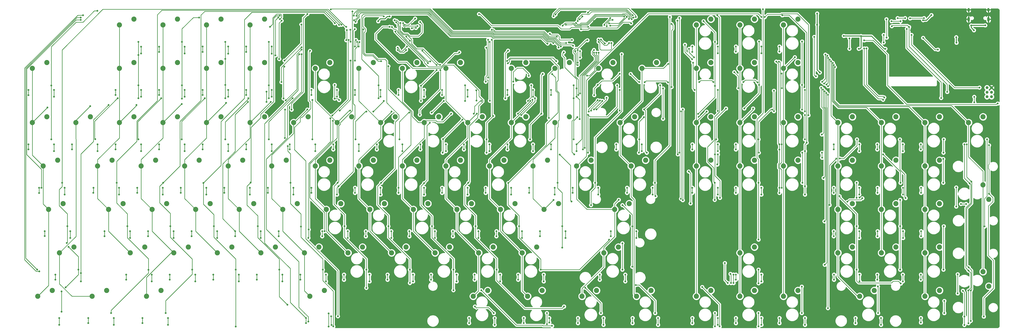
<source format=gtl>
G04 #@! TF.GenerationSoftware,KiCad,Pcbnew,(5.1.10)-1*
G04 #@! TF.CreationDate,2021-05-20T12:19:27-04:00*
G04 #@! TF.ProjectId,TooManyKeys,546f6f4d-616e-4794-9b65-79732e6b6963,1.5*
G04 #@! TF.SameCoordinates,Original*
G04 #@! TF.FileFunction,Copper,L1,Top*
G04 #@! TF.FilePolarity,Positive*
%FSLAX46Y46*%
G04 Gerber Fmt 4.6, Leading zero omitted, Abs format (unit mm)*
G04 Created by KiCad (PCBNEW (5.1.10)-1) date 2021-05-20 12:19:27*
%MOMM*%
%LPD*%
G01*
G04 APERTURE LIST*
G04 #@! TA.AperFunction,ComponentPad*
%ADD10C,2.250000*%
G04 #@! TD*
G04 #@! TA.AperFunction,ComponentPad*
%ADD11C,1.300000*%
G04 #@! TD*
G04 #@! TA.AperFunction,ComponentPad*
%ADD12O,1.000000X2.100000*%
G04 #@! TD*
G04 #@! TA.AperFunction,ComponentPad*
%ADD13O,1.000000X1.600000*%
G04 #@! TD*
G04 #@! TA.AperFunction,ViaPad*
%ADD14C,0.800000*%
G04 #@! TD*
G04 #@! TA.AperFunction,Conductor*
%ADD15C,0.381000*%
G04 #@! TD*
G04 #@! TA.AperFunction,Conductor*
%ADD16C,0.254000*%
G04 #@! TD*
G04 #@! TA.AperFunction,Conductor*
%ADD17C,0.100000*%
G04 #@! TD*
G04 APERTURE END LIST*
D10*
X422433750Y-356235000D03*
X428783750Y-353695000D03*
X343852000Y-299085000D03*
X350202000Y-296545000D03*
X439102000Y-275272000D03*
X445452000Y-272732000D03*
X267652000Y-299085000D03*
X274002000Y-296545000D03*
X172402000Y-299085000D03*
X178752000Y-296545000D03*
X248602000Y-256222000D03*
X254952000Y-253682000D03*
X210502000Y-256222000D03*
X216852000Y-253682000D03*
X267652000Y-256222000D03*
X274002000Y-253682000D03*
X420052000Y-275272000D03*
X426402000Y-272732000D03*
X315278000Y-275272000D03*
X321628000Y-272732000D03*
X462915000Y-256222000D03*
X469265000Y-253682000D03*
X229552000Y-275272000D03*
X235902000Y-272732000D03*
X310515000Y-356235000D03*
X316865000Y-353695000D03*
X501015000Y-318135000D03*
X507365000Y-315595000D03*
X501015000Y-375285000D03*
X507365000Y-372745000D03*
X215265000Y-356235000D03*
X221615000Y-353695000D03*
X296228000Y-318135000D03*
X302578000Y-315595000D03*
X234315000Y-356235000D03*
X240665000Y-353695000D03*
X220028000Y-318135000D03*
X226378000Y-315595000D03*
X481965000Y-256222000D03*
X488315000Y-253682000D03*
X501015000Y-256222000D03*
X507365000Y-253682000D03*
X272415000Y-356235000D03*
X278765000Y-353695000D03*
X481965000Y-356235000D03*
X488315000Y-353695000D03*
X315278000Y-318135000D03*
X321628000Y-315595000D03*
X277178000Y-318135000D03*
X283528000Y-315595000D03*
X229552000Y-256222000D03*
X235902000Y-253682000D03*
X386715000Y-356235000D03*
X393065000Y-353695000D03*
X481965000Y-275272000D03*
X488315000Y-272732000D03*
X377190000Y-337185000D03*
X383540000Y-334645000D03*
X224790000Y-337185000D03*
X231140000Y-334645000D03*
X410528000Y-318135000D03*
X416878000Y-315595000D03*
X258128000Y-318135000D03*
X264478000Y-315595000D03*
X396240000Y-337185000D03*
X402590000Y-334645000D03*
X200978000Y-318135000D03*
X207328000Y-315595000D03*
X462915000Y-275272000D03*
X469265000Y-272732000D03*
X501015000Y-299085000D03*
X507365000Y-296545000D03*
X562928000Y-375285000D03*
X569278000Y-372745000D03*
X501015000Y-275272000D03*
X507365000Y-272732000D03*
X543878000Y-299085000D03*
X550228000Y-296545000D03*
X581978000Y-299085000D03*
X588328000Y-296545000D03*
X562928000Y-299085000D03*
X569278000Y-296545000D03*
X372428000Y-318135000D03*
X378778000Y-315595000D03*
X562928000Y-318135000D03*
X569278000Y-315595000D03*
X543878000Y-318135000D03*
X550228000Y-315595000D03*
X524828000Y-318135000D03*
X531178000Y-315595000D03*
X562928000Y-337185000D03*
X569278000Y-334645000D03*
X543878000Y-337185000D03*
X550228000Y-334645000D03*
X524828000Y-337185000D03*
X531178000Y-334645000D03*
X562928000Y-356235000D03*
X569278000Y-353695000D03*
X543878000Y-356235000D03*
X550228000Y-353695000D03*
X524828000Y-356235000D03*
X531178000Y-353695000D03*
X353378000Y-318135000D03*
X359728000Y-315595000D03*
X524828000Y-299085000D03*
X531178000Y-296545000D03*
X381952000Y-299085000D03*
X388302000Y-296545000D03*
X329565000Y-356235000D03*
X335915000Y-353695000D03*
X462915000Y-375285000D03*
X469265000Y-372745000D03*
X391478000Y-318135000D03*
X397828000Y-315595000D03*
X358140000Y-337185000D03*
X364490000Y-334645000D03*
X339090000Y-337185000D03*
X345440000Y-334645000D03*
X320040000Y-337185000D03*
X326390000Y-334645000D03*
X462915000Y-299085000D03*
X469265000Y-296545000D03*
X334328000Y-318135000D03*
X340678000Y-315595000D03*
X481965000Y-299085000D03*
X488315000Y-296545000D03*
X300990000Y-337185000D03*
X307340000Y-334645000D03*
X281940000Y-337185000D03*
X288290000Y-334645000D03*
X262890000Y-337185000D03*
X269240000Y-334645000D03*
X381952000Y-275272000D03*
X388302000Y-272732000D03*
X353378000Y-275272000D03*
X359728000Y-272732000D03*
X334328000Y-275272000D03*
X340678000Y-272732000D03*
X296228000Y-275272000D03*
X302578000Y-272732000D03*
X267652000Y-275272000D03*
X274002000Y-272732000D03*
X248602000Y-275272000D03*
X254952000Y-272732000D03*
X210502000Y-275272000D03*
X216852000Y-272732000D03*
X172402000Y-275272000D03*
X178752000Y-272732000D03*
X401002000Y-299085000D03*
X407352000Y-296545000D03*
X481965000Y-318135000D03*
X488315000Y-315595000D03*
X239078000Y-318135000D03*
X245428000Y-315595000D03*
X481965000Y-375285000D03*
X488315000Y-372745000D03*
X367665000Y-356235000D03*
X374015000Y-353695000D03*
X462915000Y-318135000D03*
X469265000Y-315595000D03*
X243840000Y-337185000D03*
X250190000Y-334645000D03*
X348615000Y-356235000D03*
X354965000Y-353695000D03*
X253365000Y-356235000D03*
X259715000Y-353695000D03*
X291465000Y-356235000D03*
X297815000Y-353695000D03*
X205740000Y-337185000D03*
X212090000Y-334645000D03*
X324802000Y-299085000D03*
X331152000Y-296545000D03*
X305752000Y-299085000D03*
X312102000Y-296545000D03*
X286702000Y-299085000D03*
X293052000Y-296545000D03*
X248602000Y-299085000D03*
X254952000Y-296545000D03*
X229552000Y-299085000D03*
X235902000Y-296545000D03*
X210502000Y-299085000D03*
X216852000Y-296545000D03*
X191452000Y-299085000D03*
X197802000Y-296545000D03*
X362902000Y-299085000D03*
X369252000Y-296545000D03*
X400987260Y-275269960D03*
X407337260Y-272729960D03*
X433546000Y-334645000D03*
X427196000Y-337185000D03*
X183515000Y-315595000D03*
X177165000Y-318135000D03*
X440690000Y-315595000D03*
X434340000Y-318135000D03*
X185896000Y-334645000D03*
X179546000Y-337185000D03*
X190659000Y-353695000D03*
X184309000Y-356235000D03*
X300196000Y-372745000D03*
X293846000Y-375285000D03*
X590867500Y-332740000D03*
X588327500Y-326390000D03*
X590867500Y-370840000D03*
X588327500Y-364490000D03*
X540702000Y-372745000D03*
X534352000Y-375285000D03*
X435928000Y-296545000D03*
X429578000Y-299085000D03*
X443071000Y-372745000D03*
X436721000Y-375285000D03*
X395446000Y-372745000D03*
X389096000Y-375285000D03*
X371634000Y-372745000D03*
X365284000Y-375285000D03*
X419259000Y-372745000D03*
X412909000Y-375285000D03*
X204946000Y-372745000D03*
X198596000Y-375285000D03*
X181134000Y-372745000D03*
X174784000Y-375285000D03*
X228759000Y-372745000D03*
X222409000Y-375285000D03*
D11*
X592042000Y-283750000D03*
X590042000Y-283750000D03*
X592042000Y-285750000D03*
X590042000Y-285750000D03*
X592042000Y-287750000D03*
X590042000Y-287750000D03*
D12*
X582039000Y-253763000D03*
X590679000Y-253763000D03*
D13*
X582039000Y-249583000D03*
X590679000Y-249583000D03*
D14*
X565721500Y-251904500D03*
X562089080Y-254157147D03*
X562102000Y-261917250D03*
X568579000Y-267081000D03*
X546163500Y-261810500D03*
X546036500Y-253746000D03*
X335280000Y-254508000D03*
X328676000Y-254000000D03*
X326136000Y-260096000D03*
X336804000Y-254508000D03*
X418084000Y-254508000D03*
X328676000Y-260096000D03*
X414528000Y-259080000D03*
X414528000Y-260096000D03*
X405384000Y-259588000D03*
X346456000Y-257556000D03*
X356108000Y-255016000D03*
X374904000Y-255016000D03*
X382524000Y-258064000D03*
X407416000Y-251460000D03*
X413512000Y-262128000D03*
X417068000Y-259588000D03*
X416560000Y-261112000D03*
X327152000Y-258572000D03*
X327152000Y-262128000D03*
X330200000Y-261620000D03*
X328676000Y-263144000D03*
X337312000Y-252476000D03*
X318008000Y-254000000D03*
X315468000Y-254508000D03*
X414528000Y-266192000D03*
X422656000Y-253492000D03*
X420624000Y-259588000D03*
X399796000Y-258064000D03*
X403352000Y-252476000D03*
X410972000Y-260096000D03*
X577088000Y-288036000D03*
X576072000Y-286004000D03*
X578104000Y-265684000D03*
X570992000Y-267208000D03*
X568452000Y-265176000D03*
X565912000Y-256032000D03*
X560324000Y-257556000D03*
X558292000Y-254508000D03*
X559816000Y-260604000D03*
X552196000Y-259588000D03*
X549148000Y-253492000D03*
X548640000Y-249428000D03*
X560324000Y-249428000D03*
X553720000Y-249936000D03*
X542544000Y-254508000D03*
X547116000Y-255016000D03*
X534416000Y-251460000D03*
X534416000Y-254000000D03*
X543560000Y-258572000D03*
X537464000Y-258572000D03*
X528828000Y-275336000D03*
X531368000Y-267208000D03*
X527812000Y-267208000D03*
X538988000Y-270256000D03*
X543052000Y-271272000D03*
X527812000Y-286512000D03*
X528828000Y-285496000D03*
X517652000Y-273304000D03*
X522732000Y-266700000D03*
X564388000Y-257556000D03*
X552462000Y-257290000D03*
X556768000Y-258572000D03*
X557784000Y-250952000D03*
X489204000Y-274828000D03*
X429260000Y-266700000D03*
X435864000Y-266700000D03*
X435356000Y-263144000D03*
X440436000Y-263144000D03*
X419608000Y-256032000D03*
X426212000Y-262128000D03*
X415544000Y-267208000D03*
X328676000Y-266192000D03*
X341884000Y-257556000D03*
X335302061Y-257671501D03*
X338455000Y-255905000D03*
X344424000Y-254000000D03*
X525780000Y-279908000D03*
X524764000Y-281940000D03*
X524256000Y-279400000D03*
X513080000Y-273304000D03*
X513080000Y-271780000D03*
X402844000Y-366268000D03*
X406400000Y-366268000D03*
X585216000Y-268224000D03*
X591312000Y-268224000D03*
X319532000Y-260604000D03*
X314452000Y-260604000D03*
X300736000Y-262128000D03*
X305816000Y-264160000D03*
X283464000Y-261620000D03*
X283972000Y-265176000D03*
X529844000Y-262128000D03*
X529844000Y-266700000D03*
X554228000Y-253238000D03*
X550926000Y-253238000D03*
X516890000Y-277114000D03*
X515747000Y-251206000D03*
X335978500Y-261302500D03*
X337629500Y-263144000D03*
X515747000Y-256159000D03*
X527370000Y-261046000D03*
X534924000Y-261112000D03*
X545592000Y-266700000D03*
X533908000Y-266700000D03*
X328676000Y-252476000D03*
X323720500Y-254632500D03*
X576580000Y-261620000D03*
X576707000Y-264033000D03*
X517525000Y-283845000D03*
X517779000Y-304292000D03*
X576580000Y-327533000D03*
X576580000Y-335915000D03*
X518287000Y-284607000D03*
X518541000Y-323342000D03*
X519049000Y-285369000D03*
X518922000Y-342392000D03*
X577215000Y-374015000D03*
X577215000Y-365633000D03*
X519811000Y-286131000D03*
X519049000Y-361442000D03*
X520446000Y-286905910D03*
X520446000Y-380492000D03*
X589280000Y-256413000D03*
X583091951Y-256447951D03*
X584327000Y-258572000D03*
X552189000Y-254635000D03*
X548259000Y-254635000D03*
X562483000Y-253238000D03*
X556387000Y-253365000D03*
X569976000Y-288290000D03*
X554963021Y-257963979D03*
X424688000Y-255524000D03*
X405878909Y-256143020D03*
X431285933Y-252482067D03*
X555962000Y-257131000D03*
X572643000Y-285623000D03*
X548386000Y-256794000D03*
X432507108Y-252675108D03*
X404368000Y-256597030D03*
X425196000Y-256540000D03*
X544830000Y-263906000D03*
X544830000Y-260604000D03*
X586740000Y-283718000D03*
X557022000Y-260604000D03*
X176403000Y-327660000D03*
X193548000Y-254000000D03*
X313436000Y-258064000D03*
X305689000Y-330638001D03*
X324739000Y-330638001D03*
X324739000Y-327660000D03*
X343789000Y-330638001D03*
X343789000Y-327660000D03*
X362839000Y-330638001D03*
X362839000Y-327660000D03*
X381889000Y-330638001D03*
X381889000Y-327660000D03*
X286639000Y-330638001D03*
X286639000Y-327660000D03*
X400939000Y-330638001D03*
X400939000Y-327660000D03*
X267589000Y-330638001D03*
X267589000Y-327660000D03*
X419989000Y-330638001D03*
X419989000Y-327660000D03*
X443738000Y-330638001D03*
X443738000Y-327660000D03*
X229489000Y-330638001D03*
X229489000Y-327660000D03*
X472313000Y-330638001D03*
X472313000Y-327660000D03*
X210312000Y-330638001D03*
X210312000Y-327660000D03*
X491363000Y-330638001D03*
X491363000Y-327660000D03*
X186563000Y-330638001D03*
X186563000Y-327660000D03*
X248539000Y-330638001D03*
X248539000Y-327660000D03*
X306324000Y-327025000D03*
X185166000Y-373126000D03*
X186944000Y-371348000D03*
X185166000Y-382016000D03*
X187452000Y-351917000D03*
X188214000Y-353568000D03*
X309753000Y-257048000D03*
X185420000Y-325501000D03*
X187706000Y-344551000D03*
X192532000Y-363601000D03*
X175402997Y-327660000D03*
X199151997Y-327660000D03*
X218328997Y-327660000D03*
X237378997Y-327660000D03*
X256428997Y-327660000D03*
X275478997Y-327660000D03*
X294528997Y-327660000D03*
X313578997Y-327660000D03*
X332628997Y-327660000D03*
X351678997Y-327660000D03*
X370728997Y-327660000D03*
X389778997Y-327660000D03*
X408828997Y-327660000D03*
X432577997Y-327660000D03*
X461152997Y-327660000D03*
X480202997Y-327660000D03*
X175387000Y-329946000D03*
X199101000Y-329911000D03*
X218313000Y-329911001D03*
X237363000Y-329911001D03*
X256413000Y-329911001D03*
X275463000Y-329911001D03*
X294513000Y-329911001D03*
X313563000Y-329911001D03*
X332613000Y-329911001D03*
X351663000Y-329911001D03*
X370713000Y-329911001D03*
X389763000Y-329911001D03*
X408813000Y-329911001D03*
X432562000Y-329911001D03*
X461137000Y-329911001D03*
X480187000Y-329911001D03*
X328168000Y-274320000D03*
X317211000Y-258194040D03*
X324993000Y-272161000D03*
X206883000Y-382651000D03*
X307587933Y-256165067D03*
X209296000Y-325501000D03*
X213995000Y-344551000D03*
X223229952Y-363691952D03*
X306590378Y-256234984D03*
X229616000Y-325501000D03*
X232791000Y-344551000D03*
X242316000Y-363601000D03*
X230759000Y-382651000D03*
X304736500Y-255460500D03*
X261366000Y-388585000D03*
X302006000Y-388585000D03*
X247269000Y-325576969D03*
X251841000Y-344551000D03*
X261366000Y-363601000D03*
X302006000Y-382778000D03*
X366014000Y-379765000D03*
X280711469Y-252180531D03*
X283972000Y-378968000D03*
X267906500Y-325437500D03*
X271018000Y-344551000D03*
X280416000Y-363601000D03*
X374269000Y-382651000D03*
X304072728Y-388515001D03*
X284162500Y-309407000D03*
X282956000Y-293433500D03*
X285813500Y-293433500D03*
X292703250Y-251453530D03*
X282924417Y-305847583D03*
X285369000Y-325501000D03*
X289941000Y-344678000D03*
X299466000Y-363601000D03*
X397510000Y-382651000D03*
X397510000Y-387534000D03*
X318516000Y-371602000D03*
X414314909Y-371515909D03*
X421132000Y-382651000D03*
X312483500Y-250272520D03*
X305943000Y-325501000D03*
X308991000Y-344551000D03*
X318516000Y-363601000D03*
X436372000Y-370332000D03*
X337566000Y-369465001D03*
X444881000Y-382651000D03*
X326136000Y-252476000D03*
X324993000Y-325501000D03*
X328168000Y-344551000D03*
X337566000Y-363601000D03*
X471043000Y-388515001D03*
X368808000Y-372618000D03*
X356616000Y-372618000D03*
X341884000Y-295656000D03*
X330890126Y-254167963D03*
X350837500Y-273713500D03*
X350865437Y-275999500D03*
X346360750Y-299116750D03*
X343789000Y-325628000D03*
X347218000Y-344551000D03*
X356616000Y-363601000D03*
X471043000Y-382651000D03*
X399773999Y-388261001D03*
X490093000Y-388515001D03*
X405003000Y-379765000D03*
X465455000Y-371221000D03*
X473075000Y-388515001D03*
X328676000Y-257048000D03*
X363093000Y-325501000D03*
X366268000Y-344551000D03*
X375539000Y-363601000D03*
X490093000Y-382651000D03*
X509016000Y-371024001D03*
X476631000Y-369465001D03*
X475361000Y-360715000D03*
X509016000Y-382651000D03*
X424745433Y-350450433D03*
X331597000Y-255079500D03*
X401643567Y-272154933D03*
X346519500Y-272259500D03*
X380111000Y-272034000D03*
X399796000Y-277784000D03*
X380619000Y-325576969D03*
X385318000Y-344551000D03*
X394843000Y-363601000D03*
X430530000Y-352044000D03*
X404241000Y-353949000D03*
X542290000Y-370967000D03*
X477831433Y-365448567D03*
X478028000Y-369465001D03*
X542417000Y-382651000D03*
X329732177Y-257189518D03*
X345503500Y-272986500D03*
X380428500Y-273113500D03*
X402234999Y-325475001D03*
X404241000Y-344551000D03*
X430530000Y-363601000D03*
X430530000Y-335280000D03*
X416814000Y-335280000D03*
X434848000Y-362331000D03*
X479171000Y-365760000D03*
X479171000Y-369465001D03*
X490093000Y-369570000D03*
X490093000Y-363601000D03*
X571373000Y-377317000D03*
X571373000Y-382651000D03*
X430212500Y-269055970D03*
X359156000Y-268224000D03*
X331216000Y-259080000D03*
X418592000Y-325501000D03*
X434883000Y-344586000D03*
X525555000Y-331365001D03*
X445008000Y-331365001D03*
X552323000Y-369697000D03*
X451294500Y-252733010D03*
X436372000Y-252733010D03*
X400455366Y-252411123D03*
X342048817Y-254990317D03*
X333455106Y-255349421D03*
X444754000Y-325501000D03*
X533019000Y-344551000D03*
X533019000Y-363601000D03*
X552069000Y-332994000D03*
X470916000Y-332994000D03*
X472059000Y-252006010D03*
X435041660Y-252006010D03*
X401256500Y-251684123D03*
X340927500Y-256730500D03*
X334633603Y-255490500D03*
X470916000Y-325501000D03*
X580898000Y-334772000D03*
X578612000Y-334772000D03*
X552069000Y-344551000D03*
X552069000Y-363601000D03*
X490093000Y-350415001D03*
X492061500Y-249336990D03*
X339852990Y-253391054D03*
X335343500Y-256217500D03*
X590042000Y-306451000D03*
X490093000Y-325501000D03*
X588991000Y-344643000D03*
X571114000Y-344556000D03*
X570992000Y-363601000D03*
X300228000Y-346710000D03*
X303904683Y-298265817D03*
X306832000Y-293789010D03*
X311619990Y-271872000D03*
X313528000Y-271907000D03*
X314469595Y-263680480D03*
X303631067Y-295935933D03*
X302825183Y-297186317D03*
X310743317Y-262788683D03*
X436626000Y-349688001D03*
X436626000Y-346710000D03*
X534162000Y-349688001D03*
X534162000Y-346710000D03*
X553339000Y-349688001D03*
X553339000Y-346710000D03*
X405638000Y-349688001D03*
X405638000Y-346710000D03*
X386588000Y-349688001D03*
X386588000Y-346710000D03*
X367538000Y-349688001D03*
X367538000Y-346710000D03*
X348488000Y-349688001D03*
X348488000Y-346710000D03*
X329438000Y-349688001D03*
X329438000Y-346710000D03*
X310388000Y-349688001D03*
X310388000Y-346710000D03*
X272288000Y-349688001D03*
X272288000Y-346710000D03*
X253238000Y-349688001D03*
X253238000Y-346710000D03*
X234188000Y-349688001D03*
X234188000Y-346710000D03*
X215138000Y-349688001D03*
X215138000Y-346710000D03*
X188976000Y-349688001D03*
X188976000Y-346710000D03*
X293185999Y-349688001D03*
X293306500Y-346011500D03*
X177815997Y-346710000D03*
X203977997Y-346710000D03*
X223027997Y-346710000D03*
X242077997Y-346710000D03*
X261127997Y-346710000D03*
X280177997Y-346710000D03*
X299227997Y-346710000D03*
X318277997Y-346710000D03*
X337327997Y-346710000D03*
X356377997Y-346710000D03*
X375427997Y-346710000D03*
X394477997Y-346710000D03*
X425465997Y-346710000D03*
X523001997Y-346710000D03*
X542178997Y-346710000D03*
X561228997Y-346710000D03*
X203962000Y-348961000D03*
X177800000Y-348869000D03*
X223027997Y-348961000D03*
X242062000Y-348961000D03*
X261127997Y-348961000D03*
X280162000Y-348961000D03*
X299212000Y-348961000D03*
X318277997Y-348961000D03*
X375412000Y-348961001D03*
X356397000Y-348961000D03*
X337347000Y-348961000D03*
X394462000Y-348961001D03*
X425450000Y-348961001D03*
X542163000Y-348961001D03*
X522986000Y-348961001D03*
X561213000Y-348961001D03*
X266706067Y-290010969D03*
X274891500Y-290010969D03*
X274828000Y-285496000D03*
X281368500Y-281270000D03*
X290191735Y-266076098D03*
X313528000Y-265712500D03*
X313944000Y-262829742D03*
X174498000Y-363601000D03*
X310007000Y-258502001D03*
X309754186Y-262935734D03*
X193548000Y-252984000D03*
X283280202Y-289312701D03*
X290195001Y-267081000D03*
X315179000Y-265712500D03*
X315474679Y-263750499D03*
X205733933Y-291331933D03*
X193675000Y-368738001D03*
X431800000Y-368738001D03*
X431800000Y-365760000D03*
X224663000Y-368738001D03*
X224663000Y-365760000D03*
X553212000Y-368738001D03*
X553212000Y-365760000D03*
X534289000Y-368738001D03*
X534289000Y-365760000D03*
X491363000Y-368738001D03*
X491363000Y-365760000D03*
X396113000Y-368738001D03*
X396113000Y-365760000D03*
X377063000Y-368738001D03*
X377063000Y-365760000D03*
X358013000Y-368738001D03*
X358013000Y-365760000D03*
X338963000Y-368738001D03*
X338963000Y-365760000D03*
X319913000Y-368738001D03*
X319913000Y-365760000D03*
X300863000Y-368738001D03*
X300863000Y-365760000D03*
X281813000Y-368738001D03*
X281813000Y-365760000D03*
X262763000Y-368738001D03*
X262763000Y-365760000D03*
X243713000Y-368738001D03*
X243713000Y-365760000D03*
X193675000Y-365125000D03*
X182499000Y-368011001D03*
X182514997Y-365760000D03*
X480187000Y-368011001D03*
X561086000Y-368011001D03*
X420624000Y-368011001D03*
X420639997Y-365760000D03*
X175450500Y-364328000D03*
X311531000Y-258316825D03*
X311594500Y-263588500D03*
X194564000Y-251968000D03*
X232552997Y-365760000D03*
X232537000Y-368011001D03*
X251587000Y-368011001D03*
X251602997Y-365760000D03*
X270637000Y-368011001D03*
X270652997Y-365760000D03*
X289687000Y-368011001D03*
X289702997Y-365760000D03*
X308752997Y-365760000D03*
X308737000Y-368011001D03*
X327787000Y-368011001D03*
X327802997Y-365760000D03*
X346852997Y-365760000D03*
X346837000Y-368011001D03*
X365887000Y-368011001D03*
X365902997Y-365760000D03*
X384937000Y-368011001D03*
X384952997Y-365760000D03*
X480202997Y-365760000D03*
X523113000Y-368011001D03*
X523128997Y-365760000D03*
X542051997Y-365760000D03*
X542036000Y-368011001D03*
X561101997Y-365760000D03*
X213487000Y-368011001D03*
X213502997Y-365760000D03*
X581152000Y-308610000D03*
X582930000Y-372745000D03*
X582930000Y-386080000D03*
X582041000Y-362585000D03*
X583184000Y-324993000D03*
X290195000Y-269055970D03*
X293116000Y-386334000D03*
X208026000Y-387788001D03*
X208026000Y-384810000D03*
X231775000Y-387788001D03*
X422275000Y-387788001D03*
X422275000Y-384810000D03*
X446151000Y-387788001D03*
X446151000Y-384810000D03*
X472313000Y-387788001D03*
X472313000Y-384810000D03*
X491363000Y-387788001D03*
X491363000Y-384810000D03*
X510413000Y-387788001D03*
X510413000Y-384810000D03*
X543687000Y-387788001D03*
X543687000Y-384810000D03*
X293878000Y-267601969D03*
X398526000Y-384810000D03*
X590931000Y-330327000D03*
X590912001Y-309009999D03*
X374650000Y-387788001D03*
X374650000Y-384810000D03*
X184150000Y-387788001D03*
X184150000Y-384810000D03*
X231775000Y-384810000D03*
X579501000Y-372872000D03*
X306070000Y-384048000D03*
X303149000Y-384048000D03*
X303276000Y-387858000D03*
X580136000Y-387858000D03*
X580136000Y-384175000D03*
X588645000Y-384175000D03*
X398561000Y-386807000D03*
X196865997Y-384810000D03*
X220614997Y-384810000D03*
X220599000Y-387061001D03*
X363474000Y-387061001D03*
X387350000Y-387061001D03*
X292100000Y-387061001D03*
X363489997Y-384810000D03*
X292115997Y-384810000D03*
X387365997Y-384810000D03*
X411114997Y-384810000D03*
X411099000Y-387061001D03*
X434990997Y-384810000D03*
X461152997Y-384810000D03*
X480202997Y-384810000D03*
X499252997Y-384810000D03*
X532526997Y-384810000D03*
X561101997Y-384810000D03*
X580151997Y-308610000D03*
X581898003Y-372745000D03*
X581914000Y-387096000D03*
X581914000Y-363982000D03*
X582422000Y-325755000D03*
X289194997Y-269055970D03*
X480187000Y-387061001D03*
X532511000Y-387061001D03*
X434975000Y-387061001D03*
X461137000Y-387061001D03*
X499237000Y-387061001D03*
X196884999Y-387061001D03*
X561139990Y-386788010D03*
X411988000Y-267716000D03*
X411988000Y-270509970D03*
X219964000Y-265811000D03*
X219964000Y-268789001D03*
X239014000Y-268789001D03*
X239014000Y-265811000D03*
X472313000Y-268662001D03*
X472313000Y-265684000D03*
X258064000Y-268859000D03*
X258064000Y-265684000D03*
X277114000Y-268859000D03*
X277114000Y-265684000D03*
X410972000Y-273812000D03*
X409956000Y-267716000D03*
X491363000Y-268662001D03*
X491363000Y-265684000D03*
X405892000Y-264223500D03*
X302932817Y-249453683D03*
X200850449Y-250048999D03*
X180721000Y-282829000D03*
X180721000Y-306451000D03*
X227853997Y-265811000D03*
X246903997Y-265684000D03*
X265953997Y-265684000D03*
X461152997Y-265684000D03*
X480202997Y-265684000D03*
X499252997Y-265684000D03*
X227838000Y-268062001D03*
X246888000Y-268062000D03*
X265938000Y-268097000D03*
X461137000Y-268097000D03*
X480187000Y-267935001D03*
X499237000Y-267935001D03*
X411025989Y-272796000D03*
X411025989Y-267208000D03*
X209775000Y-288439001D03*
X218798999Y-288439001D03*
X199916990Y-306324000D03*
X218821000Y-269430500D03*
X278730000Y-269621000D03*
X279993078Y-252907531D03*
X408940000Y-265341010D03*
X313073990Y-252180530D03*
X218821000Y-263652000D03*
X218821000Y-282702000D03*
X228825000Y-288439001D03*
X237871000Y-288544000D03*
X218839990Y-306451000D03*
X403606000Y-265677501D03*
X280719003Y-253660169D03*
X276352000Y-257048000D03*
X314218356Y-252242356D03*
X245364000Y-252984000D03*
X237871000Y-263652000D03*
X237871000Y-282702000D03*
X247875000Y-288439001D03*
X256794000Y-288439001D03*
X237744000Y-306451000D03*
X402652924Y-266131511D03*
X313135388Y-254159055D03*
X281426111Y-254367277D03*
X280397295Y-271178966D03*
X256794000Y-271145000D03*
X256794000Y-263652000D03*
X256794000Y-282575000D03*
X266925000Y-288439001D03*
X256794000Y-306451000D03*
X275844000Y-288439001D03*
X313812381Y-254895047D03*
X282321000Y-288480500D03*
X282678087Y-274550087D03*
X282702000Y-271872000D03*
X400297933Y-264166067D03*
X290068000Y-256032000D03*
X275844000Y-263652000D03*
X275844000Y-282702000D03*
X286258000Y-288439001D03*
X304673000Y-288544000D03*
X275844000Y-306451000D03*
X306615817Y-289166001D03*
X379349000Y-288439001D03*
X380492000Y-267508010D03*
X408432000Y-262861469D03*
X398780000Y-260096000D03*
X304673000Y-282575000D03*
X294894000Y-289166001D03*
X323847194Y-288439001D03*
X294894000Y-306451000D03*
X397825518Y-264404519D03*
X323843933Y-282695933D03*
X318516000Y-294243020D03*
X321564000Y-294259000D03*
X326136000Y-289556960D03*
X342392000Y-289556960D03*
X313817000Y-306451000D03*
X349313500Y-275999500D03*
X349250000Y-273875500D03*
X343027000Y-267508010D03*
X401869519Y-261407469D03*
X373380000Y-258327281D03*
X342392000Y-282921000D03*
X337312000Y-294697030D03*
X347091000Y-294697030D03*
X352425000Y-289556960D03*
X332994000Y-306451000D03*
X361696000Y-289556960D03*
X366712500Y-289433000D03*
X366678150Y-284895350D03*
X510413001Y-295783000D03*
X511937000Y-295846500D03*
X492817001Y-252793500D03*
X491363001Y-252733010D03*
X415036000Y-278511000D03*
X510413001Y-306450999D03*
X382841500Y-281143000D03*
X389572500Y-278539500D03*
X370748000Y-281143000D03*
X371065500Y-266192000D03*
X361696000Y-282702000D03*
X365506000Y-295151040D03*
X389232930Y-289556960D03*
X351917000Y-312315001D03*
X372548001Y-289496500D03*
X372519500Y-263652000D03*
X525653000Y-314833000D03*
X524101000Y-314896500D03*
X521173000Y-335245000D03*
X408305000Y-333721000D03*
X403158481Y-313121519D03*
X368808000Y-289556960D03*
X360578433Y-297789567D03*
X390652000Y-282702000D03*
X352044000Y-306324000D03*
X533146000Y-306451000D03*
X409194000Y-288439001D03*
X392303000Y-288439001D03*
X386308067Y-295757067D03*
X374015000Y-296164000D03*
X371094000Y-312315001D03*
X409511500Y-313055000D03*
X460375000Y-334518000D03*
X528955000Y-333819500D03*
X535495500Y-332267000D03*
X554418500Y-332200000D03*
X459568499Y-320529001D03*
X373413931Y-262769500D03*
X409194000Y-282702000D03*
X371094000Y-306451000D03*
X551942000Y-306451000D03*
X462153000Y-284734000D03*
X461454500Y-272859500D03*
X481238000Y-283972000D03*
X479472999Y-276939001D03*
X418077933Y-267201933D03*
X412023000Y-286258000D03*
X500288000Y-283972000D03*
X500281500Y-277558500D03*
X181864000Y-284734000D03*
X181864000Y-287712001D03*
X239014000Y-287712001D03*
X239014000Y-284734000D03*
X258064000Y-287712001D03*
X258064000Y-284734000D03*
X277114000Y-287712001D03*
X277114000Y-284734000D03*
X305689000Y-287712001D03*
X305689000Y-284734000D03*
X324739000Y-287712001D03*
X324739000Y-284734000D03*
X343789000Y-287712001D03*
X343789000Y-284734000D03*
X362839000Y-287712001D03*
X362839000Y-284734000D03*
X391414000Y-287712001D03*
X391414000Y-284734000D03*
X410464000Y-287712001D03*
X496824000Y-294081020D03*
X496824000Y-285076990D03*
X510413000Y-294132000D03*
X510413000Y-284734000D03*
X472313000Y-294005000D03*
X472313000Y-284734000D03*
X448310000Y-297399000D03*
X429387000Y-293789010D03*
X429387000Y-284734000D03*
X404876000Y-268224000D03*
X411861000Y-297561000D03*
X219964000Y-287712001D03*
X219964000Y-284734000D03*
X410464000Y-284099000D03*
X448310000Y-284099000D03*
X208803997Y-284734000D03*
X170703997Y-284734000D03*
X227853997Y-284734000D03*
X246903997Y-284734000D03*
X265953997Y-284734000D03*
X294528997Y-284734000D03*
X313578997Y-284734000D03*
X332628997Y-284734000D03*
X351678997Y-284734000D03*
X380253997Y-284734000D03*
X399303997Y-284734000D03*
X170703997Y-287004003D03*
X208788000Y-286985001D03*
X227838000Y-286985001D03*
X246888000Y-286985001D03*
X265938000Y-286985001D03*
X294513000Y-286985001D03*
X313528001Y-286985001D03*
X332613000Y-286985001D03*
X351663000Y-286985001D03*
X380238000Y-286985001D03*
X399288000Y-286985001D03*
X418211000Y-287020000D03*
X411260999Y-286985001D03*
X415226500Y-262953500D03*
X429387000Y-277622000D03*
X434149500Y-277749000D03*
X437959500Y-281270000D03*
X440312000Y-281365500D03*
X450532500Y-281432000D03*
X464185000Y-281270000D03*
X470316000Y-281270000D03*
X483489000Y-281270000D03*
X489620000Y-281495500D03*
X419740000Y-282580000D03*
X395097000Y-295151040D03*
X390144000Y-306451000D03*
X415509000Y-295697021D03*
X570992000Y-312315001D03*
X517842500Y-312315001D03*
X517906000Y-314496002D03*
X415509000Y-312315001D03*
X371792500Y-262769500D03*
X371821001Y-279301500D03*
X395668500Y-277749000D03*
X428244000Y-282702000D03*
X571119000Y-306451000D03*
X414055000Y-310134001D03*
X420116000Y-268416030D03*
X418084000Y-268416030D03*
X410464000Y-311588001D03*
X391414000Y-311588001D03*
X391414000Y-308610000D03*
X372364000Y-311588001D03*
X372364000Y-308610000D03*
X353314000Y-311588001D03*
X353314000Y-308610000D03*
X334264000Y-311588001D03*
X334264000Y-308610000D03*
X315214000Y-311588001D03*
X315214000Y-308610000D03*
X296164000Y-311588001D03*
X296164000Y-308610000D03*
X439039000Y-311588001D03*
X439039000Y-308610000D03*
X239014000Y-311588001D03*
X239014000Y-308610000D03*
X219964000Y-311588001D03*
X219964000Y-308610000D03*
X200914000Y-311588001D03*
X200914000Y-308610000D03*
X181864000Y-311588001D03*
X181864000Y-308610000D03*
X472313000Y-311588001D03*
X472313000Y-308610000D03*
X277114000Y-311588001D03*
X277114000Y-308610000D03*
X258064000Y-311588001D03*
X258064000Y-308610000D03*
X410464000Y-308610000D03*
X246903997Y-308610000D03*
X265953997Y-308610000D03*
X170703997Y-308610000D03*
X189753997Y-308610000D03*
X208803997Y-308610000D03*
X227853997Y-308610000D03*
X285003997Y-308610000D03*
X304053997Y-308610000D03*
X323103997Y-308610000D03*
X342153997Y-308610000D03*
X361203997Y-308610000D03*
X380253997Y-308610000D03*
X399303997Y-308610000D03*
X427878997Y-308610000D03*
X461152997Y-308610000D03*
X480202997Y-308610000D03*
X427863000Y-310861001D03*
X461137000Y-310861001D03*
X480187000Y-310861001D03*
X399288000Y-310861001D03*
X380238000Y-310861001D03*
X361188000Y-310861001D03*
X342138000Y-310861001D03*
X323088000Y-310861001D03*
X304038000Y-310861001D03*
X284988000Y-310861001D03*
X265938000Y-310861001D03*
X246888000Y-310861001D03*
X227838000Y-310861001D03*
X208822999Y-310861001D03*
X189772999Y-310861001D03*
X170722999Y-310861001D03*
X413258000Y-310861000D03*
X419100000Y-268416030D03*
X500253000Y-327660000D03*
X500253000Y-308610000D03*
X461870351Y-270417851D03*
X459698996Y-266693933D03*
X498999883Y-272419748D03*
X421139018Y-262628982D03*
X422839268Y-264329232D03*
X420116000Y-263662233D03*
X425767500Y-264192183D03*
X500507000Y-252006010D03*
X510413000Y-311588001D03*
X510413000Y-330638001D03*
X534162000Y-311588001D03*
X534162000Y-308610000D03*
X534162000Y-330638001D03*
X534162000Y-327660000D03*
X553212000Y-311588001D03*
X553212000Y-308610000D03*
X553339000Y-330638001D03*
X553339000Y-327660000D03*
X511140001Y-307882999D03*
X510413000Y-327025000D03*
X499252997Y-308610000D03*
X499252997Y-327660000D03*
X523001997Y-327660000D03*
X542178997Y-327660000D03*
X561228997Y-327660000D03*
X499237000Y-329946000D03*
X522986000Y-329911001D03*
X542163000Y-329911001D03*
X561213000Y-329911001D03*
X523001997Y-308610000D03*
X542051997Y-308610000D03*
X561101997Y-308610000D03*
X499237000Y-310896000D03*
X522986000Y-310861001D03*
X542036000Y-310861001D03*
X561086000Y-310861001D03*
X461013101Y-271275101D03*
X457898500Y-264919183D03*
X497840000Y-272288000D03*
X420116951Y-262635049D03*
X424688000Y-264160000D03*
X335915000Y-267208000D03*
X332232000Y-267208000D03*
X332238067Y-266185933D03*
X336296000Y-265684000D03*
X518801225Y-281936989D03*
X520190156Y-269781582D03*
X366903000Y-295151040D03*
X384810000Y-295151040D03*
X390232933Y-289556960D03*
X197739000Y-291881000D03*
X218005010Y-291373000D03*
X237744000Y-290918990D03*
X257175000Y-290464980D03*
X276733000Y-290010970D03*
X418084000Y-293335000D03*
X421767000Y-289556960D03*
X292735000Y-293335000D03*
X311404000Y-293789010D03*
X416814000Y-293789010D03*
X420751000Y-289433000D03*
X521224169Y-271446509D03*
X520470770Y-283122813D03*
X329565000Y-294243020D03*
X415798000Y-294243020D03*
X419752597Y-289256594D03*
X423618100Y-288194930D03*
X419245371Y-293335000D03*
X355600000Y-295148000D03*
X519797801Y-282383141D03*
X520537876Y-270719182D03*
X450596000Y-273304000D03*
X179006000Y-292481000D03*
X467360000Y-294243020D03*
X487699020Y-292900010D03*
X456946000Y-293335000D03*
X456946000Y-333121000D03*
X428942500Y-332959000D03*
X456219000Y-294178271D03*
X456165130Y-332496304D03*
X400431000Y-332994000D03*
X398388840Y-297050460D03*
X519353546Y-269233781D03*
X517902556Y-281209989D03*
X391224114Y-289102950D03*
X521804799Y-272260679D03*
X522585979Y-272884989D03*
X523039989Y-273812000D03*
X523493999Y-274719991D03*
X505968000Y-270383000D03*
X422656000Y-256251000D03*
X425221258Y-253273000D03*
X423686329Y-256795443D03*
X426212000Y-254000000D03*
X514477000Y-261493000D03*
X515239000Y-278735000D03*
X536305003Y-266573000D03*
X544576000Y-289052000D03*
X536321000Y-263017000D03*
X594747067Y-290709067D03*
X537305006Y-266573000D03*
X584454000Y-290195000D03*
X584454000Y-287782000D03*
X545084000Y-288036000D03*
X340200500Y-257492500D03*
X338455000Y-257683000D03*
X367792000Y-251460000D03*
X415549116Y-257053116D03*
X463642000Y-295275000D03*
X439928000Y-296672000D03*
X466026500Y-254571500D03*
X410234770Y-255338664D03*
X433416343Y-253596477D03*
X544605000Y-313042002D03*
X472313000Y-313042002D03*
X472083933Y-317475067D03*
X437769000Y-312315001D03*
X552196000Y-325501000D03*
X471043000Y-263652000D03*
X471007822Y-282989956D03*
X437896000Y-306451000D03*
X483870000Y-292900010D03*
X475869000Y-292900010D03*
X473202000Y-332105000D03*
X533019000Y-325501000D03*
X533019000Y-332105000D03*
X454770458Y-313007374D03*
X471043000Y-313042001D03*
X454591947Y-254349160D03*
X434647737Y-253696883D03*
X410972000Y-254508000D03*
X490347000Y-263525000D03*
X490347000Y-282575000D03*
X471569990Y-306451000D03*
X496062000Y-293354020D03*
X509143000Y-293370000D03*
X490220000Y-312315001D03*
X509247999Y-312315001D03*
X455492000Y-312315001D03*
X455485500Y-253174500D03*
X415480500Y-250917990D03*
X435356000Y-252984000D03*
X411727933Y-253752067D03*
X413004000Y-252476000D03*
X509143000Y-263525000D03*
X509143000Y-282575000D03*
X490093000Y-306451000D03*
X509270000Y-325501000D03*
X410845000Y-296672000D03*
X440055000Y-293335000D03*
X441198000Y-312315001D03*
X570900974Y-315010546D03*
X570900974Y-325465026D03*
X452050001Y-283464000D03*
X434340000Y-255524000D03*
X452050001Y-255841410D03*
X412446224Y-258113776D03*
X447040000Y-282702000D03*
X409194000Y-306451000D03*
D15*
X563468853Y-254157147D02*
X562089080Y-254157147D01*
X565721500Y-251904500D02*
X563468853Y-254157147D01*
D16*
X567265750Y-267081000D02*
X568579000Y-267081000D01*
X562102000Y-261917250D02*
X567265750Y-267081000D01*
X546163500Y-253873000D02*
X546036500Y-253746000D01*
X546163500Y-261810500D02*
X546163500Y-253873000D01*
X335418499Y-257671501D02*
X336826998Y-259080000D01*
X335302061Y-257671501D02*
X335418499Y-257671501D01*
X336826998Y-259080000D02*
X341376000Y-259080000D01*
X341376000Y-258064000D02*
X341884000Y-257556000D01*
X341376000Y-259080000D02*
X341376000Y-258064000D01*
X529844000Y-266700000D02*
X529844000Y-262128000D01*
X554228000Y-253238000D02*
X550926000Y-253238000D01*
D15*
X516890000Y-277114000D02*
X515747000Y-275971000D01*
X515747000Y-275971000D02*
X515747000Y-256159000D01*
D16*
X335978500Y-261493000D02*
X337629500Y-263144000D01*
X335978500Y-261302500D02*
X335978500Y-261493000D01*
D15*
X515747000Y-256159000D02*
X515747000Y-251206000D01*
X527370000Y-261046000D02*
X534858000Y-261046000D01*
X534858000Y-261046000D02*
X534924000Y-261112000D01*
X534924000Y-261112000D02*
X539496000Y-261112000D01*
X539496000Y-261112000D02*
X545084000Y-266700000D01*
X545084000Y-266700000D02*
X545592000Y-266700000D01*
X534924000Y-261112000D02*
X534924000Y-266192000D01*
X534416000Y-266700000D02*
X533908000Y-266700000D01*
X534924000Y-266192000D02*
X534416000Y-266700000D01*
X328676000Y-252476000D02*
X327660000Y-252476000D01*
X327660000Y-252476000D02*
X326644000Y-253492000D01*
X326644000Y-253492000D02*
X324612000Y-253492000D01*
X323720500Y-254383500D02*
X323720500Y-254632500D01*
X324612000Y-253492000D02*
X323720500Y-254383500D01*
X576580000Y-261620000D02*
X576580000Y-263906000D01*
X576580000Y-263906000D02*
X576707000Y-264033000D01*
D16*
X517559999Y-283879999D02*
X517525000Y-283845000D01*
X517559999Y-284768999D02*
X517559999Y-283879999D01*
X517559999Y-284258039D02*
X517559999Y-284768999D01*
X517906000Y-304292000D02*
X517779000Y-304292000D01*
X518629960Y-303568040D02*
X517906000Y-304292000D01*
X518629960Y-293204960D02*
X518629960Y-303568040D01*
X517559999Y-284768999D02*
X517559999Y-292134999D01*
X517559999Y-292134999D02*
X518629960Y-293204960D01*
X576580000Y-327533000D02*
X576580000Y-335915000D01*
X518321999Y-292228117D02*
X519083970Y-292990089D01*
X518321999Y-284641999D02*
X518321999Y-292228117D01*
X518287000Y-284607000D02*
X518321999Y-284641999D01*
X519083970Y-322799030D02*
X518541000Y-323342000D01*
X519083970Y-292990089D02*
X519083970Y-322799030D01*
X519049000Y-292313053D02*
X519537980Y-292802033D01*
X519049000Y-285369000D02*
X519049000Y-292313053D01*
X519537980Y-341776020D02*
X518922000Y-342392000D01*
X519537980Y-292802033D02*
X519537980Y-341776020D01*
X577215000Y-372999000D02*
X577215000Y-374015000D01*
X577215000Y-365633000D02*
X577215000Y-372999000D01*
X577215000Y-372999000D02*
X577215000Y-373507000D01*
X519718999Y-292261999D02*
X519991990Y-292534990D01*
X519718999Y-286556949D02*
X519718999Y-292261999D01*
X519811000Y-286464948D02*
X519718999Y-286556949D01*
X519811000Y-286131000D02*
X519811000Y-286464948D01*
X519991990Y-292534990D02*
X519991990Y-360499010D01*
X519991990Y-360499010D02*
X519049000Y-361442000D01*
X520446000Y-379730000D02*
X520446000Y-380492000D01*
X520446000Y-286905910D02*
X520446000Y-380492000D01*
D15*
X583126902Y-256413000D02*
X583091951Y-256447951D01*
X589280000Y-256413000D02*
X583126902Y-256413000D01*
X583091951Y-257336951D02*
X584327000Y-258572000D01*
X583091951Y-256447951D02*
X583091951Y-257336951D01*
D16*
X552189000Y-254635000D02*
X548259000Y-254635000D01*
X556514000Y-253238000D02*
X556387000Y-253365000D01*
X562483000Y-253238000D02*
X556514000Y-253238000D01*
X554963021Y-266333954D02*
X554963021Y-257963979D01*
X569976000Y-281346933D02*
X554963021Y-266333954D01*
X569976000Y-288290000D02*
X569976000Y-281346933D01*
X431279866Y-252476000D02*
X431285933Y-252482067D01*
X419040038Y-252476000D02*
X431279866Y-252476000D01*
X417356999Y-254219001D02*
X417356999Y-254159039D01*
X415249885Y-256326115D02*
X417356999Y-254219001D01*
X417356999Y-254159039D02*
X419040038Y-252476000D01*
X412709885Y-256326115D02*
X415249885Y-256326115D01*
X410019598Y-256841521D02*
X412194480Y-256841520D01*
X409048107Y-255870029D02*
X410019598Y-256841521D01*
X412194480Y-256841520D02*
X412709885Y-256326115D01*
X408593971Y-255870029D02*
X409048107Y-255870029D01*
X408320980Y-256143020D02*
X408593971Y-255870029D01*
X405878909Y-256143020D02*
X408320980Y-256143020D01*
X424688000Y-255524000D02*
X429016150Y-255524000D01*
X431285933Y-253254217D02*
X431285933Y-252482067D01*
X429016150Y-255524000D02*
X431285933Y-253254217D01*
X555962000Y-257131000D02*
X555962000Y-265640000D01*
X571627000Y-281305000D02*
X572643000Y-282321000D01*
X572643000Y-282321000D02*
X572643000Y-285623000D01*
X555962000Y-265640000D02*
X571627000Y-281305000D01*
X571627000Y-281305000D02*
X571754000Y-281432000D01*
X555225001Y-256394001D02*
X555962000Y-257131000D01*
X548785999Y-256394001D02*
X555225001Y-256394001D01*
X548386000Y-256794000D02*
X548785999Y-256394001D01*
X431587066Y-251755066D02*
X432507108Y-252675108D01*
X418851981Y-252021990D02*
X430670048Y-252021990D01*
X415001866Y-255872105D02*
X418851981Y-252021990D01*
X412006423Y-256387511D02*
X412521828Y-255872105D01*
X412521828Y-255872105D02*
X415001866Y-255872105D01*
X410207655Y-256387511D02*
X412006423Y-256387511D01*
X409236163Y-255416019D02*
X410207655Y-256387511D01*
X430936972Y-251755066D02*
X431587066Y-251755066D01*
X430670048Y-252021990D02*
X430936972Y-251755066D01*
X405549011Y-255416019D02*
X409236163Y-255416019D01*
X404368000Y-256597030D02*
X405549011Y-255416019D01*
X425196000Y-256540000D02*
X428642216Y-256540000D01*
X428642216Y-256540000D02*
X432507108Y-252675108D01*
X544830000Y-263906000D02*
X544830000Y-260604000D01*
X586740000Y-283718000D02*
X577850000Y-283718000D01*
X557022000Y-263144000D02*
X557022000Y-264922000D01*
X557022000Y-260604000D02*
X557022000Y-263144000D01*
X557022000Y-263144000D02*
X557022000Y-263553500D01*
X575818000Y-283718000D02*
X577850000Y-283718000D01*
X557022000Y-264922000D02*
X575818000Y-283718000D01*
X577850000Y-283718000D02*
X577186500Y-283718000D01*
X176403000Y-319521962D02*
X169976996Y-313095958D01*
X176403000Y-327660000D02*
X176403000Y-319521962D01*
X169976996Y-275548041D02*
X169976996Y-278688996D01*
X169976996Y-278688996D02*
X169976996Y-275548042D01*
X169976996Y-313095958D02*
X169976996Y-278688996D01*
X169976996Y-275548041D02*
X191525037Y-254000000D01*
X191525037Y-254000000D02*
X193548000Y-254000000D01*
X312801000Y-258699000D02*
X313436000Y-258064000D01*
X312801000Y-290770038D02*
X312801000Y-258699000D01*
X313554001Y-291523039D02*
X312801000Y-290770038D01*
X313554001Y-297241961D02*
X313554001Y-291523039D01*
X312798961Y-297997001D02*
X313554001Y-297241961D01*
X312798961Y-320550039D02*
X312798961Y-297997001D01*
X306324000Y-327025000D02*
X312798961Y-320550039D01*
X305689000Y-327660000D02*
X305689000Y-330638001D01*
X324739000Y-327660000D02*
X324739000Y-330638001D01*
X343789000Y-327660000D02*
X343789000Y-330638001D01*
X362839000Y-327660000D02*
X362839000Y-330638001D01*
X381889000Y-327660000D02*
X381889000Y-330638001D01*
X286639000Y-327660000D02*
X286639000Y-330638001D01*
X400939000Y-327660000D02*
X400939000Y-330638001D01*
X267589000Y-327660000D02*
X267589000Y-330638001D01*
X419989000Y-327660000D02*
X419989000Y-330638001D01*
X443738000Y-327660000D02*
X443738000Y-330638001D01*
X229489000Y-327660000D02*
X229489000Y-330638001D01*
X472313000Y-327660000D02*
X472313000Y-330638001D01*
X210312000Y-327660000D02*
X210312000Y-330638001D01*
X491363000Y-327660000D02*
X491363000Y-330638001D01*
X186563000Y-327660000D02*
X186563000Y-330638001D01*
X248539000Y-327660000D02*
X248539000Y-330638001D01*
X305689000Y-327660000D02*
X306324000Y-327025000D01*
X185166000Y-382016000D02*
X185166000Y-373126000D01*
X192532000Y-365760000D02*
X192532000Y-363601000D01*
X186944000Y-371348000D02*
X192532000Y-365760000D01*
X187706000Y-351663000D02*
X187452000Y-351917000D01*
X187706000Y-344551000D02*
X187706000Y-351663000D01*
X188214000Y-353568000D02*
X192532000Y-357886000D01*
X187706000Y-339090000D02*
X184150000Y-335534000D01*
X184150000Y-335534000D02*
X184150000Y-328422000D01*
X185420000Y-327152000D02*
X185420000Y-325501000D01*
X184150000Y-328422000D02*
X185420000Y-327152000D01*
X309499000Y-257048000D02*
X309753000Y-257048000D01*
X203263500Y-249364500D02*
X301815500Y-249364500D01*
X301815500Y-249364500D02*
X309499000Y-257048000D01*
X185420000Y-267208000D02*
X203263500Y-249364500D01*
X185420000Y-325501000D02*
X185420000Y-267208000D01*
X187706000Y-344551000D02*
X187706000Y-339090000D01*
X192532000Y-357886000D02*
X192532000Y-363601000D01*
X175402997Y-327660000D02*
X175402997Y-329930003D01*
X199151997Y-327660000D02*
X199151997Y-329676003D01*
X218328997Y-327660000D02*
X218328997Y-329676003D01*
X237378997Y-327660000D02*
X237378997Y-329676003D01*
X256428997Y-327660000D02*
X256428997Y-329676003D01*
X275478997Y-327660000D02*
X275478997Y-329676003D01*
X294528997Y-327660000D02*
X294528997Y-329676003D01*
X313578997Y-327660000D02*
X313578997Y-329676003D01*
X332628997Y-327660000D02*
X332628997Y-329676003D01*
X351678997Y-327660000D02*
X351678997Y-329676003D01*
X370728997Y-327660000D02*
X370728997Y-329676003D01*
X389778997Y-327660000D02*
X389778997Y-329676003D01*
X408828997Y-327660000D02*
X408828997Y-329676003D01*
X432577997Y-327660000D02*
X432577997Y-329676003D01*
X461152997Y-327660000D02*
X461152997Y-329676003D01*
X480202997Y-327660000D02*
X480202997Y-329676003D01*
X175402997Y-329930003D02*
X175387000Y-329946000D01*
X338039001Y-294348069D02*
X328133001Y-284442069D01*
X338039001Y-308888962D02*
X338039001Y-294348069D01*
X332628997Y-314298966D02*
X338039001Y-308888962D01*
X332628997Y-327660000D02*
X332628997Y-314298966D01*
X328133001Y-274354999D02*
X328168000Y-274320000D01*
X328133001Y-284442069D02*
X328133001Y-274354999D01*
X321310000Y-269748000D02*
X323723000Y-272161000D01*
X316992000Y-258413040D02*
X316992000Y-268732000D01*
X316992000Y-268732000D02*
X318008000Y-269748000D01*
X317211000Y-258194040D02*
X316992000Y-258413040D01*
X318008000Y-269748000D02*
X321310000Y-269748000D01*
X323723000Y-272161000D02*
X324993000Y-272161000D01*
X206883000Y-381435904D02*
X223229952Y-365088952D01*
X223229952Y-365088952D02*
X223229952Y-363691952D01*
X206883000Y-382651000D02*
X206883000Y-381435904D01*
X213995000Y-349620963D02*
X213995000Y-344551000D01*
X223112989Y-358738952D02*
X213995000Y-349620963D01*
X223229952Y-358738952D02*
X223112989Y-358738952D01*
X209296000Y-334391000D02*
X209296000Y-325501000D01*
X213995000Y-339090000D02*
X209296000Y-334391000D01*
X209296000Y-316103000D02*
X218112990Y-307286010D01*
X227110999Y-251806001D02*
X229098490Y-249818510D01*
X227110999Y-289510935D02*
X227110999Y-251806001D01*
X218112990Y-298508944D02*
X227110999Y-289510935D01*
X218112990Y-307286010D02*
X218112990Y-298508944D01*
X229098490Y-249818510D02*
X301241376Y-249818510D01*
X301241376Y-249818510D02*
X307587933Y-256165067D01*
X209296000Y-325501000D02*
X209296000Y-316103000D01*
X213995000Y-344551000D02*
X213995000Y-339090000D01*
X223229952Y-363691952D02*
X223229952Y-358738952D01*
X228092000Y-327025000D02*
X228092000Y-334264000D01*
X228092000Y-334264000D02*
X232791000Y-338963000D01*
X232791000Y-349366963D02*
X242316000Y-358891963D01*
X232791000Y-344551000D02*
X232791000Y-349366963D01*
X234823000Y-320294000D02*
X235204000Y-319913000D01*
X237016999Y-318100001D02*
X237016999Y-317655501D01*
X234823000Y-320294000D02*
X237016999Y-318100001D01*
X237016999Y-318036501D02*
X237016999Y-317655501D01*
X237016999Y-298542001D02*
X237016999Y-317655501D01*
X246160999Y-289398001D02*
X237016999Y-298542001D01*
X246160999Y-251933001D02*
X246160999Y-289398001D01*
X300667252Y-250272520D02*
X247821480Y-250272520D01*
X247821480Y-250272520D02*
X246160999Y-251933001D01*
X305327616Y-254932884D02*
X305351884Y-254932884D01*
X305740366Y-255345634D02*
X305327616Y-254932884D01*
X305327616Y-254932884D02*
X300667252Y-250272520D01*
X306590378Y-256171378D02*
X306590378Y-256234984D01*
X305351884Y-254932884D02*
X306590378Y-256171378D01*
X229616000Y-325501000D02*
X234823000Y-320294000D01*
X228092000Y-327025000D02*
X229616000Y-325501000D01*
X232791000Y-338963000D02*
X232791000Y-344551000D01*
X242316000Y-362966000D02*
X242316000Y-363601000D01*
X242316000Y-362966000D02*
X242316000Y-365633000D01*
X242316000Y-358891963D02*
X242316000Y-362966000D01*
X242316000Y-365633000D02*
X230759000Y-377190000D01*
X230759000Y-377190000D02*
X230759000Y-382651000D01*
X247269000Y-334899000D02*
X247269000Y-325576969D01*
X265210999Y-253901501D02*
X268385970Y-250726530D01*
X265210999Y-288434963D02*
X265210999Y-253901501D01*
X254989001Y-298656961D02*
X265210999Y-288434963D01*
X254989001Y-317856968D02*
X254989001Y-298656961D01*
X247269000Y-325576969D02*
X254989001Y-317856968D01*
X268385970Y-250726530D02*
X300093128Y-250726530D01*
X304736500Y-255460500D02*
X304736500Y-255369902D01*
X303702299Y-254335701D02*
X303702299Y-254362799D01*
X300093128Y-250726530D02*
X303702299Y-254335701D01*
X303702299Y-254335701D02*
X303892799Y-254526201D01*
X304736500Y-255397000D02*
X304736500Y-255460500D01*
X303702299Y-254362799D02*
X304736500Y-255397000D01*
X247269000Y-334899000D02*
X251841000Y-339471000D01*
X251841000Y-344551000D02*
X251841000Y-349366963D01*
X251841000Y-349366963D02*
X259212018Y-356737982D01*
X259212018Y-356737982D02*
X261122037Y-358648000D01*
X259212018Y-356737982D02*
X261366000Y-358891964D01*
X261366000Y-365125000D02*
X261366000Y-368416963D01*
X261366000Y-388585000D02*
X261366000Y-365125000D01*
X251841000Y-339471000D02*
X251841000Y-344551000D01*
X261366000Y-363601000D02*
X261366000Y-365125000D01*
X261366000Y-358891964D02*
X261366000Y-363601000D01*
X302006000Y-384937000D02*
X302006000Y-382778000D01*
X302006000Y-384175000D02*
X302006000Y-384937000D01*
X302006000Y-384937000D02*
X302006000Y-388585000D01*
X266319000Y-327025000D02*
X266319000Y-335280000D01*
X266319000Y-335280000D02*
X271018000Y-339979000D01*
X271018000Y-349493963D02*
X280416000Y-358891963D01*
X271018000Y-344551000D02*
X271018000Y-349493963D01*
X366649000Y-380492000D02*
X366649000Y-380400000D01*
X272351500Y-295468432D02*
X278003000Y-289816932D01*
X272351500Y-296926000D02*
X272351500Y-295468432D01*
X268106009Y-301171491D02*
X272351500Y-296926000D01*
X268106009Y-325237991D02*
X268106009Y-301171491D01*
X278003000Y-289816932D02*
X278003000Y-253365000D01*
X279187469Y-252180531D02*
X280711469Y-252180531D01*
X278003000Y-253365000D02*
X279187469Y-252180531D01*
X267906500Y-325437500D02*
X268106009Y-325237991D01*
X266319000Y-327025000D02*
X267906500Y-325437500D01*
X271018000Y-339979000D02*
X271018000Y-344551000D01*
X280416000Y-358891963D02*
X280416000Y-363601000D01*
X280416000Y-375412000D02*
X283972000Y-378968000D01*
X280416000Y-363601000D02*
X280416000Y-364617000D01*
X280416000Y-364617000D02*
X280416000Y-375412000D01*
X280416000Y-364617000D02*
X280416000Y-365125000D01*
X366504500Y-380255500D02*
X372000500Y-380255500D01*
X366649000Y-380400000D02*
X366504500Y-380255500D01*
X366504500Y-380255500D02*
X366014000Y-379765000D01*
X374269000Y-382524000D02*
X374269000Y-382651000D01*
X372000500Y-380255500D02*
X374269000Y-382524000D01*
X285369000Y-325501000D02*
X285369000Y-334645000D01*
X285369000Y-334645000D02*
X289941000Y-339217000D01*
X289941000Y-349366963D02*
X299466000Y-358891963D01*
X289941000Y-344678000D02*
X289941000Y-349366963D01*
X282924417Y-293465083D02*
X282956000Y-293433500D01*
X285813500Y-293433500D02*
X285813500Y-290703000D01*
X285813500Y-290703000D02*
X290922001Y-285594499D01*
X290922001Y-254790501D02*
X290922001Y-253145999D01*
X290922001Y-253234779D02*
X292703250Y-251453530D01*
X290922001Y-285594499D02*
X290922001Y-254790501D01*
X290922001Y-254790501D02*
X290922001Y-253234779D01*
X282924417Y-305847583D02*
X282924417Y-293465083D01*
X284162500Y-311594500D02*
X285369000Y-312801000D01*
X284162500Y-309407000D02*
X284162500Y-311594500D01*
X285369000Y-312801000D02*
X285369000Y-325501000D01*
X289941000Y-339217000D02*
X289941000Y-344678000D01*
X299466000Y-358891963D02*
X299466000Y-363601000D01*
X397510000Y-382651000D02*
X397510000Y-384937000D01*
X397510000Y-384937000D02*
X397510000Y-387534000D01*
X397510000Y-384683000D02*
X397510000Y-384937000D01*
X304106519Y-388481210D02*
X304072728Y-388515001D01*
X304106519Y-373057481D02*
X304106519Y-388481210D01*
X299466000Y-368416963D02*
X304106519Y-373057481D01*
X299466000Y-363601000D02*
X299466000Y-368416963D01*
X304419000Y-327025000D02*
X304419000Y-334899000D01*
X304419000Y-334899000D02*
X308991000Y-339471000D01*
X308991000Y-349366963D02*
X318516000Y-358891963D01*
X308991000Y-344551000D02*
X308991000Y-349366963D01*
X318516000Y-371602000D02*
X318516000Y-363601000D01*
X414314909Y-371515909D02*
X421132000Y-378333000D01*
X421132000Y-382651000D02*
X421132000Y-378333000D01*
X307204001Y-299064971D02*
X312346990Y-293921982D01*
X307204001Y-299781961D02*
X307204001Y-299064971D01*
X306448961Y-300537001D02*
X307204001Y-299781961D01*
X306448961Y-324995039D02*
X306448961Y-300537001D01*
X312346990Y-250409030D02*
X312483500Y-250272520D01*
X312346990Y-258244990D02*
X312346990Y-250409030D01*
X312346990Y-293921982D02*
X312346990Y-258244990D01*
X312346990Y-258244990D02*
X312346990Y-257113943D01*
X305943000Y-325501000D02*
X306448961Y-324995039D01*
X304419000Y-327025000D02*
X305943000Y-325501000D01*
X308991000Y-339471000D02*
X308991000Y-344551000D01*
X318516000Y-358891963D02*
X318516000Y-363601000D01*
X323469000Y-327025000D02*
X323469000Y-335153000D01*
X323469000Y-335153000D02*
X328168000Y-339852000D01*
X328168000Y-349493963D02*
X337566000Y-358891963D01*
X328168000Y-344551000D02*
X328168000Y-349493963D01*
X337566000Y-369465001D02*
X337566000Y-363601000D01*
X438023000Y-370332000D02*
X436372000Y-370332000D01*
X444881000Y-377190000D02*
X438023000Y-370332000D01*
X444881000Y-382651000D02*
X444881000Y-377190000D01*
X325856540Y-252196540D02*
X326136000Y-252476000D01*
X317913526Y-252196540D02*
X325856540Y-252196540D01*
X316992000Y-253118066D02*
X317913526Y-252196540D01*
X316992000Y-257048000D02*
X316992000Y-253118066D01*
X317140922Y-257048000D02*
X316992000Y-257048000D01*
X318008000Y-257915078D02*
X317140922Y-257048000D01*
X331189001Y-319304999D02*
X331189001Y-298921499D01*
X331189001Y-298921499D02*
X332803500Y-297307000D01*
X318008000Y-259080000D02*
X318008000Y-257915078D01*
X332803500Y-295783000D02*
X327406000Y-290385500D01*
X332803500Y-297307000D02*
X332803500Y-295783000D01*
X327406000Y-290385500D02*
X327406000Y-272034000D01*
X327406000Y-272034000D02*
X326644000Y-271272000D01*
X317500000Y-259588000D02*
X318008000Y-259080000D01*
X326644000Y-271272000D02*
X323476066Y-271272000D01*
X321498057Y-269293990D02*
X318196056Y-269293990D01*
X323476066Y-271272000D02*
X321498057Y-269293990D01*
X317500000Y-268597934D02*
X317500000Y-259588000D01*
X318196056Y-269293990D02*
X317500000Y-268597934D01*
X324993000Y-325501000D02*
X331189001Y-319304999D01*
X323469000Y-327025000D02*
X324993000Y-325501000D01*
X328168000Y-339852000D02*
X328168000Y-344551000D01*
X337566000Y-358891963D02*
X337566000Y-363601000D01*
X342392000Y-327025000D02*
X342392000Y-335280000D01*
X342392000Y-335280000D02*
X347218000Y-340106000D01*
X347218000Y-349493963D02*
X356616000Y-358891963D01*
X347218000Y-344551000D02*
X347218000Y-349493963D01*
X356616000Y-363601000D02*
X356616000Y-372618000D01*
X341884000Y-293453035D02*
X350964500Y-284372535D01*
X341884000Y-295656000D02*
X341884000Y-293453035D01*
X350964500Y-284372535D02*
X350964500Y-276987000D01*
X350964500Y-276987000D02*
X350964500Y-276415500D01*
X350964500Y-276098563D02*
X350865437Y-275999500D01*
X350964500Y-276987000D02*
X350964500Y-276098563D01*
X350837500Y-273713500D02*
X350271815Y-273713500D01*
X350271815Y-273713500D02*
X343258314Y-266700000D01*
X343258314Y-266700000D02*
X340526791Y-266700000D01*
X338328000Y-264501209D02*
X338328000Y-264160000D01*
X338328000Y-264160000D02*
X338356501Y-264131499D01*
X340526791Y-266700000D02*
X338328000Y-264501209D01*
X338356501Y-264131499D02*
X338356501Y-262604539D01*
X338356501Y-262604539D02*
X336327461Y-260575499D01*
X333001096Y-258967163D02*
X334609432Y-260575499D01*
X333001096Y-256801096D02*
X333001096Y-258967163D01*
X332728105Y-256528105D02*
X333001096Y-256801096D01*
X334609432Y-260575499D02*
X336327461Y-260575499D01*
X331761425Y-254167963D02*
X332728105Y-255134643D01*
X330890126Y-254167963D02*
X331761425Y-254167963D01*
X332728105Y-255134643D02*
X332728105Y-256528105D01*
X345084999Y-300392501D02*
X346360750Y-299116750D01*
X345084999Y-324332001D02*
X345084999Y-300392501D01*
X343789000Y-325628000D02*
X345084999Y-324332001D01*
X342392000Y-327025000D02*
X343789000Y-325628000D01*
X347218000Y-340106000D02*
X347218000Y-344551000D01*
X356616000Y-358891963D02*
X356616000Y-363601000D01*
X471043000Y-382651000D02*
X471043000Y-384302000D01*
X471043000Y-384302000D02*
X471043000Y-388515001D01*
X471043000Y-384175000D02*
X471043000Y-384302000D01*
X395881001Y-388261001D02*
X399773999Y-388261001D01*
X395605000Y-387985000D02*
X395881001Y-388261001D01*
X384175000Y-387985000D02*
X395605000Y-387985000D01*
X368808000Y-372618000D02*
X384175000Y-387985000D01*
X361569000Y-327025000D02*
X361569000Y-335153000D01*
X361569000Y-335153000D02*
X366268000Y-339852000D01*
X366268000Y-349493963D02*
X375539000Y-358764963D01*
X366268000Y-344551000D02*
X366268000Y-349493963D01*
X375539000Y-368289963D02*
X387868037Y-380619000D01*
X375539000Y-363601000D02*
X375539000Y-368289963D01*
X404149000Y-380619000D02*
X405003000Y-379765000D01*
X387868037Y-380619000D02*
X404149000Y-380619000D01*
X473040001Y-378806001D02*
X473040001Y-388480002D01*
X465455000Y-371221000D02*
X473040001Y-378806001D01*
X473040001Y-388480002D02*
X473075000Y-388515001D01*
X367251961Y-296884001D02*
X367251961Y-295878041D01*
X363598961Y-300537001D02*
X367251961Y-296884001D01*
X363598961Y-324995039D02*
X363598961Y-300537001D01*
X356630933Y-273819999D02*
X352681039Y-273819999D01*
X351915961Y-274575039D02*
X351218500Y-275272500D01*
X351925999Y-274575039D02*
X351915961Y-274575039D01*
X352681039Y-273819999D02*
X351925999Y-274575039D01*
X367630001Y-295500001D02*
X367630001Y-291753999D01*
X367251961Y-295878041D02*
X367630001Y-295500001D01*
X369535001Y-289905921D02*
X369535001Y-289207999D01*
X369156961Y-290283961D02*
X369535001Y-289905921D01*
X369100039Y-290283961D02*
X369156961Y-290283961D01*
X367630001Y-291753999D02*
X369100039Y-290283961D01*
X369535001Y-289207999D02*
X367855002Y-287528000D01*
X367855002Y-287528000D02*
X367855002Y-285044068D01*
X367855002Y-285044068D02*
X356630933Y-273819999D01*
X351218500Y-275272500D02*
X338772500Y-275272500D01*
X336042000Y-272542000D02*
X338772500Y-275272500D01*
X332486000Y-272542000D02*
X336042000Y-272542000D01*
X322580000Y-262636000D02*
X332486000Y-272542000D01*
X322580000Y-260096000D02*
X322580000Y-262636000D01*
X325628000Y-257048000D02*
X322580000Y-260096000D01*
X328676000Y-257048000D02*
X325628000Y-257048000D01*
X363093000Y-325501000D02*
X363598961Y-324995039D01*
X361569000Y-327025000D02*
X363093000Y-325501000D01*
X366268000Y-339852000D02*
X366268000Y-344551000D01*
X375539000Y-358764963D02*
X375539000Y-363601000D01*
X490093000Y-382651000D02*
X490093000Y-384302000D01*
X490093000Y-384302000D02*
X490093000Y-388515001D01*
X490093000Y-384175000D02*
X490093000Y-384302000D01*
X380619000Y-325576969D02*
X380619000Y-335153000D01*
X380619000Y-335153000D02*
X385318000Y-339852000D01*
X385318000Y-349493963D02*
X394843000Y-359018963D01*
X385318000Y-344551000D02*
X385318000Y-349493963D01*
X475361000Y-368195001D02*
X475361000Y-360715000D01*
X476631000Y-369465001D02*
X475361000Y-368195001D01*
X509016000Y-382651000D02*
X509016000Y-371024001D01*
X332274095Y-255756595D02*
X331597000Y-255079500D01*
X332274095Y-256716162D02*
X332274095Y-255756595D01*
X332540048Y-257864048D02*
X332540048Y-256982115D01*
X332540048Y-256982115D02*
X332274095Y-256716162D01*
X332547086Y-257871086D02*
X332540048Y-257864048D01*
X332547086Y-259155220D02*
X332547086Y-257871086D01*
X335280000Y-261888134D02*
X332547086Y-259155220D01*
X335280000Y-262095278D02*
X335280000Y-261888134D01*
X342757613Y-269572887D02*
X335280000Y-262095278D01*
X400179624Y-270690990D02*
X401643567Y-272154933D01*
X345852462Y-272259500D02*
X346519500Y-272259500D01*
X343551362Y-270366638D02*
X343875715Y-270690990D01*
X381454010Y-270690990D02*
X400179624Y-270690990D01*
X380111000Y-272034000D02*
X381454010Y-270690990D01*
X346519500Y-272259500D02*
X345444226Y-272259500D01*
X345444226Y-272259500D02*
X342757613Y-269572887D01*
X342757613Y-269572887D02*
X343551362Y-270366638D01*
X389165984Y-317029984D02*
X380619000Y-325576969D01*
X399796000Y-277784000D02*
X401373990Y-279361990D01*
X401373990Y-279361990D02*
X401373990Y-285176057D01*
X401373990Y-285176057D02*
X402336000Y-286138067D01*
X402336000Y-286138067D02*
X402336000Y-294640000D01*
X402336000Y-294640000D02*
X397256000Y-299720000D01*
X397256000Y-299720000D02*
X397256000Y-308864000D01*
X389165984Y-316954016D02*
X389165984Y-317029984D01*
X397256000Y-308864000D02*
X389165984Y-316954016D01*
X385318000Y-339852000D02*
X385318000Y-344551000D01*
X394843000Y-359018963D02*
X394843000Y-363601000D01*
X394843000Y-363601000D02*
X411734000Y-363601000D01*
X411734000Y-363601000D02*
X424942000Y-350393000D01*
X404241000Y-353949000D02*
X404241000Y-344551000D01*
X478028000Y-369465001D02*
X478028000Y-365645134D01*
X478028000Y-365645134D02*
X477831433Y-365448567D01*
X542417000Y-371094000D02*
X542290000Y-370967000D01*
X542417000Y-382651000D02*
X542417000Y-371094000D01*
X331275962Y-258064000D02*
X330606659Y-258064000D01*
X332093076Y-258881114D02*
X331275962Y-258064000D01*
X334797489Y-262254832D02*
X334797489Y-262047689D01*
X334797489Y-262047689D02*
X332093076Y-259343277D01*
X343852500Y-271309841D02*
X334797489Y-262254832D01*
X330606659Y-258064000D02*
X329732177Y-257189518D01*
X332093076Y-259343277D02*
X332093076Y-258881114D01*
X343852500Y-271335500D02*
X343852500Y-271309841D01*
X402234999Y-327880037D02*
X404241000Y-329886038D01*
X402234999Y-324459001D02*
X402234999Y-324332001D01*
X343484329Y-270941671D02*
X343484329Y-270967329D01*
X343687659Y-271145000D02*
X343484329Y-270941671D01*
X343852500Y-271335500D02*
X345503500Y-272986500D01*
X343484329Y-270967329D02*
X343852500Y-271335500D01*
X402234999Y-301142999D02*
X402234999Y-324332001D01*
X380428500Y-273113500D02*
X381127000Y-272415000D01*
X381127000Y-272415000D02*
X381127000Y-271660066D01*
X381127000Y-271660066D02*
X381642066Y-271145000D01*
X402454001Y-298388039D02*
X402454001Y-300923997D01*
X402454001Y-300923997D02*
X402234999Y-301142999D01*
X381642066Y-271145000D02*
X399161000Y-271145000D01*
X402844000Y-297998040D02*
X402454001Y-298388039D01*
X399161000Y-271145000D02*
X402439261Y-274423261D01*
X402439261Y-280495619D02*
X401828000Y-281106880D01*
X401828000Y-284988000D02*
X402844000Y-286004000D01*
X402439261Y-274423261D02*
X402439261Y-280495619D01*
X401828000Y-281106880D02*
X401828000Y-284988000D01*
X402844000Y-286004000D02*
X402844000Y-297998040D01*
X402234999Y-325475001D02*
X402234999Y-327880037D01*
X402234999Y-324332001D02*
X402234999Y-325475001D01*
X404241000Y-329886038D02*
X404241000Y-344551000D01*
X430530000Y-363601000D02*
X430530000Y-352044000D01*
X416814000Y-335280000D02*
X416814000Y-329438000D01*
X418592000Y-327660000D02*
X418592000Y-325501000D01*
X416814000Y-329438000D02*
X418592000Y-327660000D01*
X430657000Y-335280000D02*
X434883000Y-339506000D01*
X430530000Y-335280000D02*
X430657000Y-335280000D01*
X434883000Y-362296000D02*
X434848000Y-362331000D01*
X434883000Y-344586000D02*
X434883000Y-362296000D01*
X479171000Y-365760000D02*
X479171000Y-369465001D01*
X490093000Y-369570000D02*
X490093000Y-363601000D01*
X571373000Y-377317000D02*
X571373000Y-382651000D01*
X430212500Y-294039472D02*
X430212500Y-269055970D01*
X418592000Y-305659972D02*
X430212500Y-294039472D01*
X358648000Y-268732000D02*
X359156000Y-268224000D01*
X357124000Y-268732000D02*
X358648000Y-268732000D01*
X354576001Y-271279999D02*
X357124000Y-268732000D01*
X345722501Y-274602501D02*
X351246433Y-274602501D01*
X351246433Y-274602501D02*
X354568935Y-271279999D01*
X343916000Y-272211620D02*
X343916000Y-272796000D01*
X343916000Y-272796000D02*
X345722501Y-274602501D01*
X331216000Y-259511620D02*
X343916000Y-272211620D01*
X354568935Y-271279999D02*
X354576001Y-271279999D01*
X331216000Y-259080000D02*
X331216000Y-259511620D01*
X418592000Y-325501000D02*
X418592000Y-305659972D01*
X434883000Y-339506000D02*
X434883000Y-344586000D01*
X525555000Y-331753000D02*
X525555000Y-331365001D01*
X533019000Y-339217000D02*
X525555000Y-331753000D01*
X533940039Y-369465002D02*
X548236998Y-369465002D01*
X533019000Y-368543963D02*
X533940039Y-369465002D01*
X533019000Y-363601000D02*
X533019000Y-368543963D01*
X548236998Y-369465002D02*
X549021000Y-368681000D01*
X551307000Y-368681000D02*
X552323000Y-369697000D01*
X549021000Y-368681000D02*
X551307000Y-368681000D01*
X451323001Y-252761511D02*
X451294500Y-252733010D01*
X451323001Y-309089499D02*
X451323001Y-252761511D01*
X444754000Y-315658500D02*
X451323001Y-309089499D01*
X436372000Y-252167325D02*
X433178665Y-248973990D01*
X436372000Y-252733010D02*
X436372000Y-252167325D01*
X400455366Y-251409295D02*
X400455366Y-252411123D01*
X402890671Y-248973990D02*
X400455366Y-251409295D01*
X433178665Y-248973990D02*
X402890671Y-248973990D01*
X342900000Y-259588000D02*
X342900000Y-255841500D01*
X341376000Y-261112000D02*
X342900000Y-259588000D01*
X337506028Y-261112000D02*
X341376000Y-261112000D01*
X336490028Y-260096000D02*
X337506028Y-261112000D01*
X342900000Y-255841500D02*
X342048817Y-254990317D01*
X333455106Y-258779106D02*
X334772000Y-260096000D01*
X333455106Y-255349421D02*
X333455106Y-258779106D01*
X334772000Y-260096000D02*
X336490028Y-260096000D01*
X444754000Y-325501000D02*
X444754000Y-315658500D01*
X444754000Y-331111001D02*
X445008000Y-331365001D01*
X444754000Y-325501000D02*
X444754000Y-331111001D01*
X533019000Y-344551000D02*
X533019000Y-339217000D01*
X533019000Y-363601000D02*
X533019000Y-344551000D01*
X473040001Y-252987011D02*
X472059000Y-252006010D01*
X470842990Y-306728010D02*
X470842990Y-296550972D01*
X467812999Y-309758001D02*
X470842990Y-306728010D01*
X473040001Y-294353961D02*
X473040001Y-252987011D01*
X467812999Y-316291961D02*
X467812999Y-309758001D01*
X470842990Y-296550972D02*
X473040001Y-294353961D01*
X470516001Y-318994963D02*
X467812999Y-316291961D01*
X435041660Y-252006010D02*
X432463650Y-249428000D01*
X401256500Y-251444946D02*
X401256500Y-251684123D01*
X403273446Y-249428000D02*
X401256500Y-251444946D01*
X432463650Y-249428000D02*
X403273446Y-249428000D01*
X334616499Y-255507604D02*
X334633603Y-255490500D01*
X334616499Y-256566461D02*
X334616499Y-255507604D01*
X334994539Y-256944501D02*
X334616499Y-256566461D01*
X335692461Y-256944501D02*
X334994539Y-256944501D01*
X335906462Y-256730500D02*
X335692461Y-256944501D01*
X340927500Y-256730500D02*
X335906462Y-256730500D01*
X470516001Y-319894001D02*
X470516001Y-318994963D01*
X470516001Y-319894001D02*
X470516001Y-324466001D01*
X470916000Y-332994000D02*
X470916000Y-325501000D01*
X470516001Y-325101001D02*
X470916000Y-325501000D01*
X470516001Y-319894001D02*
X470516001Y-325101001D01*
X580898000Y-334772000D02*
X578612000Y-334772000D01*
X552069000Y-344551000D02*
X552069000Y-363601000D01*
X552069000Y-332994000D02*
X552069000Y-344551000D01*
X492090001Y-294918961D02*
X492090001Y-251742501D01*
X489365999Y-297642963D02*
X492090001Y-294918961D01*
X489365999Y-314497037D02*
X489365999Y-297642963D01*
X490093000Y-315224038D02*
X489365999Y-314497037D01*
X492061500Y-251714000D02*
X492061500Y-249336990D01*
X492090001Y-251742501D02*
X492061500Y-251714000D01*
X337026544Y-256217500D02*
X335343500Y-256217500D01*
X339852990Y-253391054D02*
X337026544Y-256217500D01*
X490093000Y-325501000D02*
X490093000Y-315224038D01*
X490093000Y-327025000D02*
X490093000Y-336867500D01*
X490093000Y-336867500D02*
X490093000Y-350415001D01*
X588991000Y-332467538D02*
X590042000Y-331416538D01*
X590042000Y-308229000D02*
X590042000Y-306451000D01*
X590042000Y-331416538D02*
X590042000Y-308229000D01*
X590042000Y-308229000D02*
X590042000Y-307975000D01*
X490093000Y-336867500D02*
X490093000Y-325501000D01*
X588991000Y-344643000D02*
X588991000Y-332467538D01*
X570992000Y-363601000D02*
X570992000Y-344678000D01*
X570992000Y-344678000D02*
X571114000Y-344556000D01*
X300228000Y-338571962D02*
X293785999Y-332129961D01*
X300228000Y-346710000D02*
X300228000Y-338571962D01*
X293785999Y-332129961D02*
X293785999Y-317159970D01*
X303904683Y-307041286D02*
X303904683Y-298265817D01*
X293785999Y-317159970D02*
X303904683Y-307041286D01*
X311619990Y-289001020D02*
X311619990Y-271872000D01*
X306832000Y-293789010D02*
X311619990Y-289001020D01*
X313528000Y-271907000D02*
X313528000Y-266788462D01*
X313528000Y-266788462D02*
X314452000Y-265864462D01*
X314452000Y-263698075D02*
X314469595Y-263680480D01*
X314452000Y-265864462D02*
X314452000Y-263698075D01*
X310594816Y-288972184D02*
X303631067Y-295935933D01*
X302825183Y-307478720D02*
X293306500Y-316997403D01*
X302825183Y-297186317D02*
X302825183Y-307478720D01*
X310594816Y-262937184D02*
X310743317Y-262788683D01*
X310594816Y-288972184D02*
X310594816Y-262937184D01*
X436626000Y-346710000D02*
X436626000Y-349688001D01*
X534162000Y-346710000D02*
X534162000Y-349688001D01*
X553339000Y-346710000D02*
X553339000Y-349688001D01*
X405638000Y-346710000D02*
X405638000Y-349688001D01*
X386588000Y-346710000D02*
X386588000Y-349688001D01*
X367538000Y-346710000D02*
X367538000Y-349688001D01*
X348488000Y-346710000D02*
X348488000Y-349688001D01*
X329438000Y-346710000D02*
X329438000Y-349688001D01*
X310388000Y-346710000D02*
X310388000Y-349688001D01*
X272288000Y-346710000D02*
X272288000Y-349688001D01*
X253238000Y-346710000D02*
X253238000Y-349688001D01*
X234188000Y-346710000D02*
X234188000Y-349688001D01*
X215138000Y-346710000D02*
X215138000Y-349688001D01*
X188976000Y-346710000D02*
X188976000Y-349688001D01*
X293306500Y-349567500D02*
X293185999Y-349688001D01*
X293306500Y-316997403D02*
X293306500Y-345503500D01*
X293306500Y-345503500D02*
X293306500Y-346646500D01*
X293306500Y-346011500D02*
X293306500Y-349567500D01*
X293306500Y-345503500D02*
X293306500Y-346011500D01*
X177815997Y-346710000D02*
X177815997Y-348726003D01*
X223027997Y-346710000D02*
X223027997Y-348726003D01*
X242077997Y-346710000D02*
X242077997Y-348726003D01*
X261127997Y-346710000D02*
X261127997Y-348726003D01*
X280177997Y-346710000D02*
X280177997Y-348726003D01*
X299227997Y-346710000D02*
X299227997Y-348726003D01*
X318277997Y-346710000D02*
X318277997Y-348726003D01*
X337327997Y-346710000D02*
X337327997Y-348726003D01*
X356377997Y-346710000D02*
X356377997Y-348726003D01*
X375427997Y-346710000D02*
X375427997Y-348726003D01*
X394477997Y-346710000D02*
X394477997Y-348726003D01*
X425465997Y-346710000D02*
X425465997Y-348726003D01*
X523001997Y-346710000D02*
X523001997Y-348726003D01*
X542178997Y-346710000D02*
X542178997Y-348726003D01*
X561228997Y-346710000D02*
X561228997Y-348726003D01*
X203977997Y-348945003D02*
X203962000Y-348961000D01*
X203977997Y-348599003D02*
X203977997Y-348945003D01*
X203977997Y-346710000D02*
X203977997Y-348599003D01*
X203977997Y-348599003D02*
X203977997Y-348726003D01*
X261127997Y-295589039D02*
X266706067Y-290010969D01*
X261127997Y-311717972D02*
X261127997Y-295589039D01*
X255685999Y-317159970D02*
X261127997Y-311717972D01*
X255685999Y-341268002D02*
X255685999Y-317159970D01*
X261127997Y-346710000D02*
X255685999Y-341268002D01*
X274891500Y-285559500D02*
X274828000Y-285496000D01*
X274891500Y-290010969D02*
X274891500Y-285559500D01*
X290123941Y-266076098D02*
X290191735Y-266076098D01*
X281368500Y-274831539D02*
X290123941Y-266076098D01*
X281368500Y-281270000D02*
X281368500Y-274831539D01*
X313528000Y-265712500D02*
X313528000Y-263236000D01*
X313934258Y-262829742D02*
X313944000Y-262829742D01*
X313528000Y-263236000D02*
X313934258Y-262829742D01*
X310007000Y-262682920D02*
X309754186Y-262935734D01*
X310007000Y-258502001D02*
X310007000Y-262682920D01*
X169522986Y-358625986D02*
X174498000Y-363601000D01*
X169522986Y-275359985D02*
X169522986Y-358625986D01*
X191898971Y-252984000D02*
X169522986Y-275359985D01*
X193548000Y-252984000D02*
X191898971Y-252984000D01*
X283280202Y-289312701D02*
X288112903Y-284480000D01*
X290094005Y-267081000D02*
X290195001Y-267081000D01*
X288112903Y-269062102D02*
X290094005Y-267081000D01*
X288112903Y-284480000D02*
X288112903Y-269062102D01*
X315179000Y-265712500D02*
X315179000Y-263941000D01*
X315369501Y-263750499D02*
X315474679Y-263750499D01*
X315179000Y-263941000D02*
X315369501Y-263750499D01*
X199189990Y-297875876D02*
X205733933Y-291331933D01*
X199189990Y-307353048D02*
X199189990Y-297875876D01*
X193675000Y-312868038D02*
X199189990Y-307353048D01*
X193675000Y-365125000D02*
X193675000Y-312868038D01*
X193675000Y-365125000D02*
X193675000Y-368738001D01*
X431800000Y-365760000D02*
X431800000Y-368738001D01*
X224663000Y-365760000D02*
X224663000Y-368738001D01*
X553212000Y-365760000D02*
X553212000Y-368738001D01*
X534289000Y-365760000D02*
X534289000Y-368738001D01*
X491363000Y-365760000D02*
X491363000Y-368738001D01*
X396113000Y-365760000D02*
X396113000Y-368738001D01*
X377063000Y-365760000D02*
X377063000Y-368738001D01*
X358013000Y-365760000D02*
X358013000Y-368738001D01*
X338963000Y-365760000D02*
X338963000Y-368738001D01*
X319913000Y-365760000D02*
X319913000Y-368738001D01*
X300863000Y-365760000D02*
X300863000Y-368738001D01*
X281813000Y-365760000D02*
X281813000Y-368738001D01*
X262763000Y-365760000D02*
X262763000Y-368738001D01*
X243713000Y-365760000D02*
X243713000Y-368738001D01*
X182514997Y-365760000D02*
X182514997Y-367776003D01*
X420639997Y-365760000D02*
X420639997Y-367776003D01*
X311531000Y-258316825D02*
X311531000Y-263525000D01*
X311531000Y-263525000D02*
X311594500Y-263588500D01*
X169068976Y-275171928D02*
X192272906Y-251968000D01*
X192272906Y-251968000D02*
X194564000Y-251968000D01*
X169068976Y-359247938D02*
X169068976Y-275171928D01*
X174149038Y-364328000D02*
X169068976Y-359247938D01*
X175450500Y-364328000D02*
X174149038Y-364328000D01*
X232552997Y-365760000D02*
X232552997Y-367776003D01*
X251602997Y-365760000D02*
X251602997Y-367776003D01*
X270652997Y-365760000D02*
X270652997Y-367776003D01*
X289702997Y-365760000D02*
X289702997Y-367776003D01*
X308752997Y-365760000D02*
X308752997Y-367776003D01*
X327802997Y-365760000D02*
X327802997Y-367776003D01*
X346852997Y-365760000D02*
X346852997Y-367776003D01*
X365902997Y-365760000D02*
X365902997Y-367776003D01*
X384952997Y-365760000D02*
X384952997Y-367776003D01*
X480202997Y-365760000D02*
X480202997Y-367776003D01*
X523128997Y-365760000D02*
X523128997Y-367776003D01*
X542051997Y-365760000D02*
X542051997Y-367776003D01*
X561101997Y-365760000D02*
X561101997Y-367776003D01*
X213502997Y-365760000D02*
X213502997Y-367776003D01*
X582930000Y-372745000D02*
X582930000Y-386080000D01*
X583198011Y-372476989D02*
X582930000Y-372745000D01*
X582041000Y-362585000D02*
X583198011Y-363742011D01*
X583384010Y-372290990D02*
X583384010Y-371475000D01*
X583384010Y-372290990D02*
X582930000Y-372745000D01*
X583384010Y-363928010D02*
X583384010Y-372290990D01*
X582041000Y-362585000D02*
X583384010Y-363928010D01*
X583384010Y-325193010D02*
X583384010Y-334551514D01*
X583184000Y-324993000D02*
X583384010Y-325193010D01*
X583384010Y-334551514D02*
X581225010Y-336710514D01*
X581225010Y-361769010D02*
X582041000Y-362585000D01*
X581225010Y-336710514D02*
X581225010Y-361769010D01*
X583184000Y-324993000D02*
X581152000Y-322961000D01*
X581152000Y-310769000D02*
X581152000Y-308610000D01*
X581152000Y-322961000D02*
X581152000Y-310769000D01*
X581152000Y-310769000D02*
X581152000Y-310134000D01*
X283972000Y-291800962D02*
X290195000Y-285577963D01*
X283972000Y-305875962D02*
X283972000Y-291800962D01*
X274795961Y-315052001D02*
X283972000Y-305875962D01*
X274735999Y-315052001D02*
X274795961Y-315052001D01*
X274735999Y-345855999D02*
X274735999Y-315052001D01*
X290195000Y-285577963D02*
X290195000Y-269055970D01*
X288959999Y-380088314D02*
X288959999Y-360079999D01*
X288959999Y-360079999D02*
X274735999Y-345855999D01*
X291493843Y-382622157D02*
X288959999Y-380088314D01*
X291493843Y-382622157D02*
X293116000Y-384244314D01*
X291493843Y-382622157D02*
X293116000Y-384244315D01*
X293116000Y-384244314D02*
X293116000Y-386334000D01*
X293116000Y-384244315D02*
X293116000Y-384810000D01*
X208026000Y-384810000D02*
X208026000Y-387788001D01*
X422275000Y-384810000D02*
X422275000Y-387788001D01*
X446151000Y-384810000D02*
X446151000Y-387788001D01*
X472313000Y-384810000D02*
X472313000Y-387788001D01*
X491363000Y-384810000D02*
X491363000Y-387788001D01*
X510413000Y-384810000D02*
X510413000Y-387788001D01*
X543687000Y-384810000D02*
X543687000Y-387788001D01*
X293462001Y-268017968D02*
X293878000Y-267601969D01*
X293462001Y-273523001D02*
X293462001Y-268017968D01*
X293462001Y-271247009D02*
X293462001Y-273523001D01*
X293462001Y-289398001D02*
X293462001Y-273523001D01*
X306070000Y-364041961D02*
X292065001Y-350036962D01*
X294132000Y-293013962D02*
X294132000Y-290068000D01*
X292065001Y-350036962D02*
X292065001Y-315941001D01*
X292065001Y-315941001D02*
X287020000Y-310896000D01*
X287020000Y-310896000D02*
X287156010Y-310759990D01*
X294132000Y-290068000D02*
X293462001Y-289398001D01*
X287156010Y-310759990D02*
X287156010Y-301107990D01*
X290473962Y-296672000D02*
X294132000Y-293013962D01*
X290068000Y-296672000D02*
X290473962Y-296672000D01*
X287156010Y-301107990D02*
X289560000Y-298704000D01*
X289560000Y-298704000D02*
X289560000Y-297180000D01*
X289560000Y-297180000D02*
X290068000Y-296672000D01*
X590931000Y-319532000D02*
X590931000Y-330327000D01*
X590677000Y-319278000D02*
X590931000Y-319532000D01*
X590677000Y-317627000D02*
X590677000Y-319278000D01*
X590912001Y-317391999D02*
X590677000Y-317627000D01*
X590912001Y-312565999D02*
X590912001Y-317391999D01*
X590912001Y-311988000D02*
X590912001Y-312565999D01*
X590912001Y-312565999D02*
X590912001Y-309009999D01*
X374650000Y-384810000D02*
X374650000Y-387788001D01*
X184150000Y-384810000D02*
X184150000Y-387788001D01*
X231775000Y-384810000D02*
X231775000Y-387788001D01*
X580136000Y-373507000D02*
X580136000Y-383794000D01*
X579501000Y-372872000D02*
X580136000Y-373507000D01*
X306070000Y-384048000D02*
X306070000Y-364041961D01*
X303149000Y-387731000D02*
X303276000Y-387858000D01*
X303149000Y-384048000D02*
X303149000Y-387731000D01*
X580136000Y-384810000D02*
X580136000Y-383794000D01*
X580136000Y-384175000D02*
X580136000Y-387858000D01*
X580136000Y-383794000D02*
X580136000Y-384175000D01*
X398526000Y-386772000D02*
X398561000Y-386807000D01*
X398526000Y-384810000D02*
X398526000Y-386772000D01*
X588645000Y-375920000D02*
X588645000Y-384175000D01*
X592836000Y-359537000D02*
X592836000Y-371729000D01*
X590677000Y-357378000D02*
X592836000Y-359537000D01*
X592836000Y-371729000D02*
X588645000Y-375920000D01*
X590677000Y-335661000D02*
X590677000Y-357378000D01*
X592582000Y-333756000D02*
X590677000Y-335661000D01*
X592582000Y-331978000D02*
X592582000Y-333756000D01*
X590931000Y-330327000D02*
X592582000Y-331978000D01*
X220614997Y-384810000D02*
X220614997Y-386826003D01*
X363489997Y-384810000D02*
X363489997Y-386826003D01*
X292115997Y-384810000D02*
X292115997Y-386826003D01*
X387365997Y-384810000D02*
X387365997Y-386826003D01*
X411114997Y-384810000D02*
X411114997Y-386826003D01*
X434990997Y-384810000D02*
X434990997Y-386826003D01*
X461152997Y-384810000D02*
X461152997Y-386826003D01*
X480202997Y-384810000D02*
X480202997Y-386826003D01*
X499252997Y-384810000D02*
X499252997Y-386826003D01*
X532526997Y-384810000D02*
X532526997Y-386826003D01*
X580151997Y-308610000D02*
X580151997Y-310626003D01*
X581898003Y-387080003D02*
X581914000Y-387096000D01*
X581898003Y-383905003D02*
X581898003Y-387080003D01*
X581898003Y-372745000D02*
X581898003Y-383905003D01*
X581898003Y-383905003D02*
X581898003Y-384063997D01*
X581914000Y-363982000D02*
X582930000Y-364998000D01*
X581898003Y-372701035D02*
X581898003Y-372745000D01*
X582930000Y-371669038D02*
X581898003Y-372701035D01*
X582930000Y-364998000D02*
X582930000Y-371669038D01*
X581914000Y-363982000D02*
X580771000Y-362839000D01*
X580771000Y-336482962D02*
X582930000Y-334323962D01*
X580771000Y-362839000D02*
X580771000Y-336482962D01*
X582930000Y-326263000D02*
X582422000Y-325755000D01*
X582930000Y-334323962D02*
X582930000Y-326263000D01*
X580151997Y-323484997D02*
X582422000Y-325755000D01*
X580151997Y-308610000D02*
X580151997Y-323484997D01*
X288671000Y-269579967D02*
X289194997Y-269055970D01*
X288671000Y-284950039D02*
X288671000Y-269579967D01*
X274039001Y-299582037D02*
X288671000Y-284950039D01*
X274039001Y-351872898D02*
X274039001Y-299582037D01*
X285242000Y-363075897D02*
X274039001Y-351872898D01*
X285242000Y-377936003D02*
X285242000Y-363075897D01*
X292115997Y-384810000D02*
X285242000Y-377936003D01*
X196865997Y-387041999D02*
X196884999Y-387061001D01*
X196865997Y-384810000D02*
X196865997Y-387041999D01*
X561101997Y-386750017D02*
X561139990Y-386788010D01*
X561101997Y-386064003D02*
X561101997Y-386750017D01*
X561101997Y-384810000D02*
X561101997Y-386064003D01*
X561101997Y-386064003D02*
X561101997Y-386318003D01*
X411988000Y-267716000D02*
X411988000Y-270509970D01*
X219964000Y-265811000D02*
X219964000Y-268789001D01*
X239014000Y-265811000D02*
X239014000Y-268789001D01*
X472313000Y-265684000D02*
X472313000Y-268662001D01*
X258064000Y-265684000D02*
X258064000Y-268662001D01*
X277114000Y-265684000D02*
X277114000Y-268662001D01*
X410464000Y-273812000D02*
X410972000Y-273812000D01*
X410298989Y-273646989D02*
X410464000Y-273812000D01*
X409956000Y-268224000D02*
X410298989Y-268566989D01*
X409956000Y-267716000D02*
X409956000Y-268224000D01*
X410298989Y-268566989D02*
X410298989Y-273646989D01*
X491363000Y-265684000D02*
X491363000Y-268662001D01*
X194564000Y-255016000D02*
X199531001Y-250048999D01*
X180721000Y-265811000D02*
X191516000Y-255016000D01*
X199531001Y-250048999D02*
X200850449Y-250048999D01*
X191516000Y-255016000D02*
X194564000Y-255016000D01*
X303212500Y-249174000D02*
X302932817Y-249453683D01*
X346470132Y-249174000D02*
X303212500Y-249174000D01*
X374777000Y-259588000D02*
X374243281Y-259054281D01*
X396105934Y-259588000D02*
X374777000Y-259588000D01*
X398379412Y-261861479D02*
X396105934Y-259588000D01*
X401247567Y-261861479D02*
X398379412Y-261861479D01*
X374243281Y-259054281D02*
X356350413Y-259054281D01*
X403609588Y-264223500D02*
X401247567Y-261861479D01*
X356350413Y-259054281D02*
X346470132Y-249174000D01*
X405892000Y-264223500D02*
X403609588Y-264223500D01*
X180721000Y-282829000D02*
X180721000Y-265811000D01*
X180721000Y-306451000D02*
X180721000Y-282829000D01*
X227853997Y-265811000D02*
X227853997Y-267827003D01*
X246903997Y-265684000D02*
X246903997Y-267700003D01*
X265953997Y-265684000D02*
X265953997Y-267700003D01*
X480202997Y-265684000D02*
X480202997Y-267700003D01*
X499252997Y-265684000D02*
X499252997Y-267700003D01*
X461152997Y-265684000D02*
X461152997Y-267700003D01*
X411025989Y-267208000D02*
X411025989Y-272796000D01*
X209654999Y-288439001D02*
X209775000Y-288439001D01*
X199644000Y-298450000D02*
X209654999Y-288439001D01*
X218798999Y-284121001D02*
X218821000Y-284099000D01*
X218798999Y-288439001D02*
X218798999Y-284121001D01*
X218821000Y-284099000D02*
X218821000Y-282702000D01*
X199916990Y-306324000D02*
X199898000Y-306324000D01*
X199898000Y-306324000D02*
X199644000Y-306070000D01*
X199644000Y-306070000D02*
X199644000Y-298450000D01*
X278730000Y-254170609D02*
X279993078Y-252907531D01*
X278730000Y-269621000D02*
X278730000Y-254170609D01*
X408549490Y-264950500D02*
X403634501Y-264950500D01*
X408940000Y-265341010D02*
X408549490Y-264950500D01*
X313073990Y-252180530D02*
X313073990Y-251314010D01*
X373951500Y-259524500D02*
X374523000Y-260096000D01*
X400999489Y-262315489D02*
X403634501Y-264950501D01*
X313073990Y-251314010D02*
X314759990Y-249628010D01*
X346282076Y-249628010D02*
X356162357Y-259508291D01*
X314759990Y-249628010D02*
X346282076Y-249628010D01*
X373936106Y-259524500D02*
X373951500Y-259524500D01*
X373919897Y-259508291D02*
X373936106Y-259524500D01*
X408549491Y-264950501D02*
X408940000Y-265341010D01*
X374523000Y-260096000D02*
X395971868Y-260096000D01*
X395971868Y-260096000D02*
X398191355Y-262315489D01*
X356162357Y-259508291D02*
X373919897Y-259508291D01*
X398191355Y-262315489D02*
X400999489Y-262315489D01*
X403634501Y-264950501D02*
X408549491Y-264950501D01*
X218821000Y-269430500D02*
X218821000Y-263652000D01*
X218821000Y-282702000D02*
X218821000Y-269430500D01*
X218567000Y-298697001D02*
X228825000Y-288439001D01*
X237871000Y-288544000D02*
X237871000Y-282702000D01*
X218567000Y-306178010D02*
X218839990Y-306451000D01*
X218567000Y-298697001D02*
X218567000Y-306178010D01*
X400571566Y-262769499D02*
X403106933Y-265304867D01*
X395783812Y-260550013D02*
X398003298Y-262769499D01*
X395783812Y-260550010D02*
X395783812Y-260550013D01*
X398003298Y-262769499D02*
X400571566Y-262769499D01*
X374334943Y-260550010D02*
X395783812Y-260550010D01*
X373884467Y-260099533D02*
X374334943Y-260550010D01*
X373869072Y-260099533D02*
X373884467Y-260099533D01*
X373731840Y-259962301D02*
X373869072Y-260099533D01*
X403233366Y-265304867D02*
X403606000Y-265677501D01*
X355974301Y-259962301D02*
X373731840Y-259962301D01*
X403106933Y-265304867D02*
X403233366Y-265304867D01*
X346710000Y-250698000D02*
X355974301Y-259962301D01*
X314218356Y-250931644D02*
X314218356Y-252242356D01*
X315067980Y-250082020D02*
X314218356Y-250931644D01*
X346094020Y-250082020D02*
X315067980Y-250082020D01*
X346710000Y-250698000D02*
X346094020Y-250082020D01*
X346373703Y-250361703D02*
X346710000Y-250698000D01*
X237871000Y-257937000D02*
X242824000Y-252984000D01*
X281438470Y-252940702D02*
X280719003Y-253660169D01*
X279272403Y-251453530D02*
X281060430Y-251453530D01*
X277548990Y-255851010D02*
X277548990Y-253176943D01*
X281060430Y-251453530D02*
X281438470Y-251831570D01*
X281438470Y-251831570D02*
X281438470Y-252940702D01*
X276352000Y-257048000D02*
X277548990Y-255851010D01*
X277548990Y-253176943D02*
X279272403Y-251453530D01*
X242824000Y-252984000D02*
X245364000Y-252984000D01*
X237871000Y-263652000D02*
X237871000Y-257937000D01*
X237871000Y-282702000D02*
X237871000Y-263652000D01*
X256794000Y-288439001D02*
X256794000Y-282575000D01*
X238248501Y-298072499D02*
X237744000Y-298577000D01*
X238248501Y-298065501D02*
X238248501Y-298072499D01*
X247875000Y-288439001D02*
X238248501Y-298065501D01*
X237744000Y-298577000D02*
X237744000Y-306451000D01*
X280397295Y-255396093D02*
X280397295Y-271178966D01*
X281426111Y-254367277D02*
X280397295Y-255396093D01*
X313377619Y-254159055D02*
X313135388Y-254159055D01*
X314945357Y-252591317D02*
X313377619Y-254159055D01*
X314945357Y-251893395D02*
X314945357Y-252591317D01*
X402652924Y-266131511D02*
X402652924Y-265492924D01*
X397815241Y-263223509D02*
X397549288Y-262957555D01*
X397549288Y-262957555D02*
X395703733Y-261112000D01*
X402652924Y-265492924D02*
X400383509Y-263223509D01*
X400383509Y-263223509D02*
X397815241Y-263223509D01*
X395703733Y-261112000D02*
X374239472Y-261112000D01*
X374239472Y-261112000D02*
X373543783Y-260416311D01*
X373543783Y-260416311D02*
X355680444Y-260416311D01*
X314706000Y-251206000D02*
X314706000Y-251654038D01*
X355680444Y-260416311D02*
X345800162Y-250536030D01*
X345800162Y-250536030D02*
X315375970Y-250536030D01*
X315375970Y-250536030D02*
X314706000Y-251206000D01*
X314706000Y-251654038D02*
X314945357Y-251893395D01*
X256794000Y-263652000D02*
X256794000Y-271145000D01*
X256794000Y-271145000D02*
X256794000Y-282575000D01*
X266925000Y-288700000D02*
X266925000Y-288439001D01*
X256794000Y-298831000D02*
X266925000Y-288700000D01*
X256794000Y-306451000D02*
X256794000Y-298831000D01*
X282321000Y-274907174D02*
X282678087Y-274550087D01*
X282321000Y-288480500D02*
X282321000Y-274907174D01*
X282702000Y-271872000D02*
X290195001Y-264378999D01*
X290195001Y-256159001D02*
X290068000Y-256032000D01*
X290195001Y-264378999D02*
X290195001Y-256159001D01*
X399809385Y-263677519D02*
X400297933Y-264166067D01*
X397627184Y-263677519D02*
X399809385Y-263677519D01*
X355492387Y-260870321D02*
X373355725Y-260870321D01*
X316054694Y-250990040D02*
X345612108Y-250990040D01*
X315399367Y-251645367D02*
X316054694Y-250990040D01*
X345612108Y-250990040D02*
X355492387Y-260870321D01*
X315399367Y-252779374D02*
X315399367Y-251645367D01*
X395515677Y-261566010D02*
X397627184Y-263677519D01*
X374051415Y-261566010D02*
X395515677Y-261566010D01*
X373355725Y-260870321D02*
X374051415Y-261566010D01*
X314061370Y-254117370D02*
X315399367Y-252779374D01*
X314061370Y-254646058D02*
X314061370Y-254117370D01*
X313812381Y-254895047D02*
X314061370Y-254646058D01*
X275844000Y-288439001D02*
X275844000Y-282702000D01*
X275844000Y-266065000D02*
X275844000Y-263652000D01*
X275844000Y-265049000D02*
X275844000Y-266065000D01*
X275844000Y-266065000D02*
X275844000Y-282702000D01*
X286108999Y-288439001D02*
X286258000Y-288439001D01*
X275844000Y-298704000D02*
X286108999Y-288439001D01*
X275844000Y-306451000D02*
X275844000Y-298704000D01*
X305993816Y-288544000D02*
X306615817Y-289166001D01*
X304673000Y-288544000D02*
X305993816Y-288544000D01*
X379349000Y-268651010D02*
X380492000Y-267508010D01*
X379349000Y-288439001D02*
X379349000Y-268651010D01*
X408432000Y-262861469D02*
X403069469Y-262861469D01*
X403069469Y-262861469D02*
X402844000Y-262636000D01*
X402844000Y-261305988D02*
X402142012Y-260604000D01*
X402844000Y-262636000D02*
X402844000Y-261305988D01*
X399288000Y-260604000D02*
X398780000Y-260096000D01*
X402142012Y-260604000D02*
X399288000Y-260604000D01*
X304673000Y-284226000D02*
X304673000Y-282575000D01*
X304673000Y-288544000D02*
X304673000Y-284226000D01*
X304673000Y-284226000D02*
X304673000Y-284099000D01*
X323847194Y-284108328D02*
X323843933Y-284105067D01*
X323847194Y-288439001D02*
X323847194Y-284108328D01*
X294894000Y-306451000D02*
X294894000Y-289166001D01*
X323843933Y-282695933D02*
X323843933Y-284105067D01*
X316484000Y-271272000D02*
X323843933Y-278631933D01*
X316484000Y-252222000D02*
X316484000Y-271272000D01*
X345424051Y-251444050D02*
X317261950Y-251444050D01*
X355304331Y-261324331D02*
X345424051Y-251444050D01*
X373167669Y-261324331D02*
X355304331Y-261324331D01*
X317261950Y-251444050D02*
X316484000Y-252222000D01*
X373929669Y-262086331D02*
X373167669Y-261324331D01*
X374437669Y-262086331D02*
X373929669Y-262086331D01*
X395116020Y-262020020D02*
X374503980Y-262020020D01*
X374503980Y-262020020D02*
X374437669Y-262086331D01*
X397500519Y-264404519D02*
X395116020Y-262020020D01*
X397825518Y-264404519D02*
X397500519Y-264404519D01*
X323843933Y-278631933D02*
X323843933Y-282695933D01*
X318150980Y-294243020D02*
X318516000Y-294243020D01*
X313817000Y-298577000D02*
X318150980Y-294243020D01*
X326136000Y-289687000D02*
X326136000Y-289556960D01*
X321564000Y-294259000D02*
X326136000Y-289687000D01*
X342392000Y-289556960D02*
X342392000Y-282921000D01*
X313817000Y-306451000D02*
X313817000Y-298577000D01*
X342392000Y-282921000D02*
X349313500Y-275999500D01*
X343027000Y-267652500D02*
X343027000Y-267508010D01*
X349250000Y-273875500D02*
X343027000Y-267652500D01*
X398567469Y-261407469D02*
X401869519Y-261407469D01*
X396240000Y-259080000D02*
X398567469Y-261407469D01*
X374911066Y-259080000D02*
X396240000Y-259080000D01*
X374158347Y-258327281D02*
X374911066Y-259080000D01*
X373380000Y-258327281D02*
X374158347Y-258327281D01*
X337000970Y-294697030D02*
X337312000Y-294697030D01*
X332994000Y-298704000D02*
X337000970Y-294697030D01*
X352301040Y-289556960D02*
X352425000Y-289556960D01*
X347218000Y-294640000D02*
X352301040Y-289556960D01*
X332994000Y-306451000D02*
X332994000Y-298704000D01*
X366712500Y-284929700D02*
X366678150Y-284895350D01*
X366712500Y-289433000D02*
X366712500Y-284929700D01*
X507110971Y-251279009D02*
X500158039Y-251279009D01*
X511937000Y-256105038D02*
X507110971Y-251279009D01*
X511937000Y-295846500D02*
X511937000Y-256105038D01*
X499892774Y-251544274D02*
X494066227Y-251544274D01*
X494066227Y-251544274D02*
X492817001Y-252793500D01*
X500158039Y-251279009D02*
X499892774Y-251544274D01*
X489909000Y-251279009D02*
X441896029Y-251279009D01*
X491363001Y-252733010D02*
X489909000Y-251279009D01*
X415036000Y-278511000D02*
X416170934Y-278511000D01*
X418469519Y-276212415D02*
X418469519Y-274705519D01*
X416170934Y-278511000D02*
X418469519Y-276212415D01*
X441896029Y-251279009D02*
X418469519Y-274705519D01*
X510413001Y-306450999D02*
X510413001Y-295783000D01*
X382841500Y-276923500D02*
X382841500Y-281143000D01*
X384556000Y-275209000D02*
X382841500Y-276923500D01*
X389572500Y-277812500D02*
X386969000Y-275209000D01*
X386969000Y-275209000D02*
X384556000Y-275209000D01*
X389572500Y-277812500D02*
X389572500Y-278539500D01*
X371065500Y-266417500D02*
X371065500Y-266192000D01*
X370748000Y-278974490D02*
X371338490Y-278384000D01*
X371338490Y-266690490D02*
X371065500Y-266417500D01*
X371338490Y-278384000D02*
X371338490Y-266690490D01*
X370748000Y-281143000D02*
X370748000Y-278974490D01*
X361696000Y-284480000D02*
X361696000Y-282702000D01*
X361696000Y-289556960D02*
X361696000Y-284480000D01*
X361696000Y-284480000D02*
X361696000Y-284099000D01*
X352044000Y-312188001D02*
X351917000Y-312315001D01*
X352044000Y-306324000D02*
X352044000Y-312188001D01*
X372548001Y-263680501D02*
X372519500Y-263652000D01*
X372548001Y-289496500D02*
X372548001Y-263680501D01*
X521173000Y-317824500D02*
X521173000Y-335245000D01*
X524101000Y-314896500D02*
X521173000Y-317824500D01*
X407905001Y-317868039D02*
X403158481Y-313121519D01*
X407905001Y-333321001D02*
X407905001Y-317868039D01*
X408305000Y-333721000D02*
X407905001Y-333321001D01*
X389232930Y-289455070D02*
X389232930Y-289556960D01*
X365888520Y-294768520D02*
X365888520Y-291971480D01*
X365506000Y-295151040D02*
X365888520Y-294768520D01*
X365888520Y-291971480D02*
X368300000Y-289560000D01*
X368804960Y-289560000D02*
X368808000Y-289556960D01*
X368300000Y-289560000D02*
X368804960Y-289560000D01*
X352044000Y-306324000D02*
X360578433Y-297789567D01*
X390652000Y-288036000D02*
X389232930Y-289455070D01*
X390652000Y-285115000D02*
X390652000Y-282702000D01*
X390652000Y-284480000D02*
X390652000Y-285115000D01*
X390652000Y-285115000D02*
X390652000Y-288036000D01*
X527431000Y-314833000D02*
X525653000Y-314833000D01*
X533146000Y-309118000D02*
X527431000Y-314833000D01*
X533146000Y-306451000D02*
X533146000Y-309118000D01*
X409194000Y-282702000D02*
X409194000Y-288439001D01*
X392303000Y-289762134D02*
X386308067Y-295757067D01*
X392303000Y-288439001D02*
X392303000Y-289762134D01*
X370967000Y-312188001D02*
X371094000Y-312315001D01*
X408466999Y-312010499D02*
X409511500Y-313055000D01*
X408466999Y-298407935D02*
X408466999Y-312010499D01*
X409194000Y-297680934D02*
X408466999Y-298407935D01*
X409194000Y-288439001D02*
X409194000Y-297680934D01*
X460375000Y-334333998D02*
X460375000Y-334518000D01*
X460409999Y-334298999D02*
X460375000Y-334333998D01*
X534803499Y-332959001D02*
X535495500Y-332267000D01*
X529815499Y-332959001D02*
X534803499Y-332959001D01*
X528955000Y-333819500D02*
X529815499Y-332959001D01*
X460409999Y-322799001D02*
X460409999Y-321370501D01*
X460409999Y-321370501D02*
X459568499Y-320529001D01*
X460409999Y-321573502D02*
X460409999Y-322799001D01*
X460409999Y-322799001D02*
X460409999Y-334298999D01*
X373602667Y-295751667D02*
X374015000Y-296164000D01*
X373602667Y-263874667D02*
X373602667Y-262958236D01*
X373602667Y-262958236D02*
X373413931Y-262769500D01*
X373602667Y-263169499D02*
X373602667Y-263874667D01*
X373602667Y-263874667D02*
X373602667Y-295751667D01*
X554066001Y-331847501D02*
X554418500Y-332200000D01*
X554066001Y-321860937D02*
X554066001Y-331847501D01*
X551942000Y-319736936D02*
X554066001Y-321860937D01*
X371094000Y-299085000D02*
X371094000Y-312315001D01*
X374015000Y-296164000D02*
X371094000Y-299085000D01*
X371094000Y-306451000D02*
X371094000Y-307721000D01*
X371094000Y-299085000D02*
X371094000Y-306451000D01*
X551942000Y-309626000D02*
X551942000Y-306451000D01*
X551942000Y-308102000D02*
X551942000Y-309626000D01*
X551942000Y-309626000D02*
X551942000Y-319736936D01*
X461454500Y-284035500D02*
X461454500Y-272859500D01*
X462153000Y-284734000D02*
X461454500Y-284035500D01*
X481238000Y-278704002D02*
X479472999Y-276939001D01*
X481238000Y-283972000D02*
X481238000Y-278704002D01*
X412023000Y-278454802D02*
X412023000Y-286258000D01*
X418592000Y-271885802D02*
X412023000Y-278454802D01*
X418592000Y-270256000D02*
X418592000Y-271885802D01*
X417356999Y-267922867D02*
X417356999Y-269020999D01*
X417356999Y-269020999D02*
X418592000Y-270256000D01*
X418077933Y-267201933D02*
X417356999Y-267922867D01*
X500288000Y-277565000D02*
X500281500Y-277558500D01*
X500288000Y-283972000D02*
X500288000Y-277565000D01*
X181864000Y-284734000D02*
X181864000Y-287712001D01*
X239014000Y-284734000D02*
X239014000Y-287712001D01*
X258064000Y-284734000D02*
X258064000Y-287712001D01*
X277114000Y-284734000D02*
X277114000Y-287712001D01*
X305689000Y-284734000D02*
X305689000Y-287712001D01*
X324739000Y-284734000D02*
X324739000Y-287712001D01*
X343789000Y-284734000D02*
X343789000Y-287712001D01*
X362839000Y-284734000D02*
X362839000Y-287712001D01*
X391414000Y-284734000D02*
X391414000Y-287712001D01*
X410464000Y-284099000D02*
X410464000Y-287712001D01*
X496824000Y-285076990D02*
X496824000Y-294081020D01*
X510413000Y-294132000D02*
X510413000Y-284734000D01*
X472313000Y-294005000D02*
X472313000Y-284734000D01*
X429387000Y-284734000D02*
X429387000Y-293789010D01*
X405320500Y-274885566D02*
X410464000Y-280029066D01*
X404876000Y-268224000D02*
X404368000Y-268732000D01*
X404368000Y-268732000D02*
X404368000Y-269748000D01*
X405320500Y-270700500D02*
X405320500Y-274885566D01*
X404368000Y-269748000D02*
X405320500Y-270700500D01*
X410464000Y-280029066D02*
X410464000Y-284099000D01*
X411861000Y-289109001D02*
X411861000Y-297561000D01*
X410464000Y-287712001D02*
X411861000Y-289109001D01*
X219964000Y-284734000D02*
X219964000Y-287712001D01*
X448310000Y-284099000D02*
X448310000Y-283845000D01*
X448310000Y-297399000D02*
X448310000Y-284099000D01*
X208803997Y-284734000D02*
X208803997Y-286750003D01*
X227853997Y-284734000D02*
X227853997Y-286750003D01*
X246903997Y-284734000D02*
X246903997Y-286750003D01*
X265953997Y-284734000D02*
X265953997Y-286750003D01*
X294528997Y-284734000D02*
X294528997Y-286750003D01*
X313578997Y-284734000D02*
X313578997Y-286750003D01*
X332628997Y-284734000D02*
X332628997Y-286750003D01*
X351678997Y-284734000D02*
X351678997Y-286750003D01*
X380253997Y-284734000D02*
X380253997Y-286750003D01*
X399303997Y-284734000D02*
X399303997Y-286750003D01*
X170703997Y-287131003D02*
X170688000Y-287147000D01*
X170703997Y-286527997D02*
X170703997Y-287131003D01*
X170703997Y-286527997D02*
X170703997Y-286750003D01*
X170703997Y-284734000D02*
X170703997Y-286019997D01*
X170703997Y-286019997D02*
X170703997Y-286527997D01*
X170703997Y-286527997D02*
X170703997Y-287004003D01*
X170703997Y-287004003D02*
X170703997Y-287131003D01*
X170703997Y-286019997D02*
X170703997Y-287004003D01*
X418226997Y-287004003D02*
X418211000Y-287020000D01*
X418226997Y-286527997D02*
X418226997Y-287004003D01*
X418226997Y-284168315D02*
X418226997Y-286527997D01*
X418226997Y-286527997D02*
X418226997Y-286750003D01*
X411260999Y-280183999D02*
X411260999Y-286985001D01*
X409844979Y-278767979D02*
X411260999Y-280183999D01*
X409844979Y-269128979D02*
X409844979Y-278767979D01*
X409607039Y-266988999D02*
X409228999Y-267367039D01*
X409667001Y-266988999D02*
X409607039Y-266988999D01*
X410175001Y-266480999D02*
X409667001Y-266988999D01*
X409228999Y-267367039D02*
X409228999Y-268512999D01*
X411191001Y-266480999D02*
X410175001Y-266480999D01*
X414718500Y-262953500D02*
X411191001Y-266480999D01*
X409228999Y-268512999D02*
X409844979Y-269128979D01*
X415226500Y-262953500D02*
X414718500Y-262953500D01*
X426217001Y-280791999D02*
X429387000Y-277622000D01*
X421603313Y-280791999D02*
X426217001Y-280791999D01*
X418226997Y-284168315D02*
X421603313Y-280791999D01*
X437670500Y-281270000D02*
X437959500Y-281270000D01*
X434149500Y-277749000D02*
X437670500Y-281270000D01*
X449892499Y-280791999D02*
X450532500Y-281432000D01*
X440885501Y-280791999D02*
X449892499Y-280791999D01*
X440312000Y-281365500D02*
X440885501Y-280791999D01*
X469678999Y-280632999D02*
X470316000Y-281270000D01*
X464822001Y-280632999D02*
X469678999Y-280632999D01*
X464185000Y-281270000D02*
X464822001Y-280632999D01*
X483489000Y-281270000D02*
X484343000Y-280416000D01*
X488540500Y-280416000D02*
X489620000Y-281495500D01*
X484343000Y-280416000D02*
X488540500Y-280416000D01*
X394966960Y-295151040D02*
X395097000Y-295151040D01*
X390144000Y-299974000D02*
X394966960Y-295151040D01*
X390144000Y-306451000D02*
X390144000Y-299974000D01*
X423944999Y-296491001D02*
X428244000Y-292192000D01*
X416302980Y-296491001D02*
X423944999Y-296491001D01*
X416302980Y-296491001D02*
X415509000Y-295697021D01*
X571055500Y-312251501D02*
X570992000Y-312315001D01*
X517842500Y-314432502D02*
X517906000Y-314496002D01*
X517842500Y-312315001D02*
X517842500Y-314432502D01*
X415509000Y-312315001D02*
X415509000Y-295697021D01*
X371792500Y-279272999D02*
X371821001Y-279301500D01*
X371792500Y-262769500D02*
X371792500Y-279272999D01*
X395097000Y-278320500D02*
X395097000Y-295151040D01*
X395668500Y-277749000D02*
X395097000Y-278320500D01*
X428244000Y-284607000D02*
X428244000Y-282702000D01*
X428244000Y-284226000D02*
X428244000Y-284607000D01*
X428244000Y-284607000D02*
X428244000Y-292192000D01*
X571055500Y-306514500D02*
X571119000Y-306451000D01*
X571055500Y-308927500D02*
X571055500Y-306514500D01*
X571055500Y-307848000D02*
X571055500Y-308927500D01*
X571055500Y-308927500D02*
X571055500Y-312251501D01*
X420116000Y-268416030D02*
X420116000Y-272288000D01*
X414055000Y-310134001D02*
X414055000Y-278349000D01*
X420116000Y-272288000D02*
X414055000Y-278349000D01*
X418084000Y-268416030D02*
X418084000Y-268981715D01*
X418084000Y-268981715D02*
X419100000Y-269997715D01*
X419100000Y-269997715D02*
X419100000Y-272019868D01*
X419100000Y-272019868D02*
X412750000Y-278369868D01*
X412750000Y-278369868D02*
X412750000Y-306324000D01*
X412750000Y-306324000D02*
X410464000Y-308610000D01*
X410464000Y-308610000D02*
X410464000Y-311588001D01*
X391414000Y-308610000D02*
X391414000Y-311588001D01*
X372364000Y-308610000D02*
X372364000Y-311588001D01*
X353314000Y-308610000D02*
X353314000Y-311588001D01*
X334264000Y-308610000D02*
X334264000Y-311588001D01*
X315214000Y-308610000D02*
X315214000Y-311588001D01*
X296164000Y-308610000D02*
X296164000Y-311588001D01*
X439039000Y-308610000D02*
X439039000Y-311588001D01*
X239014000Y-308610000D02*
X239014000Y-311588001D01*
X219964000Y-308610000D02*
X219964000Y-311588001D01*
X200914000Y-308610000D02*
X200914000Y-311588001D01*
X181864000Y-308610000D02*
X181864000Y-311588001D01*
X472313000Y-308610000D02*
X472313000Y-311588001D01*
X277114000Y-308610000D02*
X277114000Y-311588001D01*
X258064000Y-308610000D02*
X258064000Y-311588001D01*
X246903997Y-308610000D02*
X246903997Y-310626003D01*
X265953997Y-308610000D02*
X265953997Y-310626003D01*
X170703997Y-308610000D02*
X170703997Y-310626003D01*
X189753997Y-308610000D02*
X189753997Y-310626003D01*
X208803997Y-308610000D02*
X208803997Y-310626003D01*
X227853997Y-308610000D02*
X227853997Y-310626003D01*
X285003997Y-308610000D02*
X285003997Y-310626003D01*
X304053997Y-308610000D02*
X304053997Y-310626003D01*
X323103997Y-308610000D02*
X323103997Y-310626003D01*
X342153997Y-308610000D02*
X342153997Y-310626003D01*
X361203997Y-308610000D02*
X361203997Y-310626003D01*
X380253997Y-308610000D02*
X380253997Y-310626003D01*
X399303997Y-308610000D02*
X399303997Y-310626003D01*
X427878997Y-308610000D02*
X427878997Y-310845004D01*
X461152997Y-308610000D02*
X461152997Y-310626003D01*
X480202997Y-308610000D02*
X480202997Y-310626003D01*
X427878997Y-310845004D02*
X427863000Y-310861001D01*
X413258000Y-278503934D02*
X413258000Y-310861000D01*
X419608000Y-272153934D02*
X413258000Y-278503934D01*
X419608000Y-269748000D02*
X419608000Y-272153934D01*
X419100000Y-269240000D02*
X419608000Y-269748000D01*
X419100000Y-268416030D02*
X419100000Y-269240000D01*
X500253000Y-308610000D02*
X500253000Y-316484000D01*
X500253000Y-316484000D02*
X499237000Y-317500000D01*
X499237000Y-317500000D02*
X499237000Y-318770000D01*
X500253000Y-319786000D02*
X500253000Y-327660000D01*
X499237000Y-318770000D02*
X500253000Y-319786000D01*
X500253000Y-300471962D02*
X499554500Y-299773462D01*
X500253000Y-308610000D02*
X500253000Y-300471962D01*
X459698996Y-266693933D02*
X459698996Y-267734958D01*
X459708250Y-267744212D02*
X459708250Y-268255750D01*
X459698996Y-267734958D02*
X459708250Y-267744212D01*
X461870351Y-270417851D02*
X459708250Y-268255750D01*
X499554500Y-299773462D02*
X499554500Y-272478500D01*
X499495748Y-272419748D02*
X498999883Y-272419748D01*
X499554500Y-272478500D02*
X499495748Y-272419748D01*
X421654036Y-263144000D02*
X421139018Y-262628982D01*
X421654036Y-263144000D02*
X421654036Y-263158036D01*
X422825232Y-264329232D02*
X422839268Y-264329232D01*
X421654036Y-263158036D02*
X422825232Y-264329232D01*
X511140001Y-273656499D02*
X511140001Y-272126001D01*
X503540048Y-252006010D02*
X500507000Y-252006010D01*
X511140001Y-259605963D02*
X503540048Y-252006010D01*
X425767500Y-266765472D02*
X425767500Y-264192183D01*
X425324972Y-267208000D02*
X425767500Y-266765472D01*
X420624000Y-265176000D02*
X420624000Y-266700000D01*
X420618884Y-265170884D02*
X420624000Y-265176000D01*
X421132000Y-267208000D02*
X425324972Y-267208000D01*
X420618884Y-264165116D02*
X420618884Y-265170884D01*
X420624000Y-266700000D02*
X421132000Y-267208000D01*
X420116000Y-263662233D02*
X420618884Y-264165116D01*
X511140001Y-273656499D02*
X511140001Y-259605963D01*
X511140001Y-307882999D02*
X511140001Y-273656499D01*
X510413000Y-308610000D02*
X511140001Y-307882999D01*
X510413000Y-308610000D02*
X510413000Y-311588001D01*
X510413000Y-327025000D02*
X510413000Y-330638001D01*
X534162000Y-308610000D02*
X534162000Y-311588001D01*
X534162000Y-327660000D02*
X534162000Y-330638001D01*
X553212000Y-308610000D02*
X553212000Y-311588001D01*
X553339000Y-327660000D02*
X553339000Y-330638001D01*
X510413000Y-327025000D02*
X510413000Y-311588001D01*
X523001997Y-327660000D02*
X523001997Y-329676003D01*
X542178997Y-327660000D02*
X542178997Y-329676003D01*
X561228997Y-327660000D02*
X561228997Y-329676003D01*
X499252997Y-329930003D02*
X499237000Y-329946000D01*
X499252997Y-329326997D02*
X499252997Y-329930003D01*
X499252997Y-327660000D02*
X499252997Y-329326997D01*
X499252997Y-329326997D02*
X499252997Y-329676003D01*
X523001997Y-308610000D02*
X523001997Y-310626003D01*
X542051997Y-308610000D02*
X542051997Y-310626003D01*
X561101997Y-308610000D02*
X561101997Y-310626003D01*
X499252997Y-310880003D02*
X499237000Y-310896000D01*
X499252997Y-310499003D02*
X499252997Y-310880003D01*
X499252997Y-308610000D02*
X499252997Y-310499003D01*
X499252997Y-310499003D02*
X499252997Y-310626003D01*
X499252997Y-319428063D02*
X499252997Y-327660000D01*
X498782990Y-318958057D02*
X499252997Y-319428063D01*
X498782990Y-317311943D02*
X498782990Y-318958057D01*
X499237000Y-316857934D02*
X498782990Y-317311943D01*
X499237000Y-310896000D02*
X499237000Y-316857934D01*
X499252997Y-308610000D02*
X498773630Y-308130633D01*
X457898500Y-268160500D02*
X457898500Y-264919183D01*
X461013101Y-271275101D02*
X457898500Y-268160500D01*
X498773630Y-308130633D02*
X498773630Y-273221630D01*
X498773630Y-273221630D02*
X497840000Y-272288000D01*
X424688000Y-264160000D02*
X423672000Y-265176000D01*
X422657902Y-265176000D02*
X420116951Y-262635049D01*
X423672000Y-265176000D02*
X422657902Y-265176000D01*
X332232000Y-267208000D02*
X333248000Y-268224000D01*
X334899000Y-268224000D02*
X335915000Y-267208000D01*
X333248000Y-268224000D02*
X334899000Y-268224000D01*
X334264000Y-267716000D02*
X333382066Y-267716000D01*
X332959001Y-266906867D02*
X332238067Y-266185933D01*
X332959001Y-267292935D02*
X332959001Y-266906867D01*
X333382066Y-267716000D02*
X332959001Y-267292935D01*
X334264000Y-267716000D02*
X336296000Y-265684000D01*
X353378000Y-289561000D02*
X362902000Y-299085000D01*
X353378000Y-275272000D02*
X353378000Y-289561000D01*
X353378000Y-332423000D02*
X358140000Y-337185000D01*
X353378000Y-318135000D02*
X353378000Y-332423000D01*
X358140000Y-346710000D02*
X367665000Y-356235000D01*
X358140000Y-337185000D02*
X358140000Y-346710000D01*
X367665000Y-372904000D02*
X365284000Y-375285000D01*
X367665000Y-356235000D02*
X367665000Y-372904000D01*
X519810875Y-280927339D02*
X518801225Y-281936989D01*
X519810875Y-270160863D02*
X519810875Y-280927339D01*
X520190156Y-269781582D02*
X519810875Y-270160863D01*
X366835960Y-295151040D02*
X366903000Y-295151040D01*
X362902000Y-299085000D02*
X366835960Y-295151040D01*
X390232933Y-289728107D02*
X390232933Y-289556960D01*
X384810000Y-295151040D02*
X390232933Y-289728107D01*
X362902000Y-305836035D02*
X362902000Y-299085000D01*
X353378000Y-315360035D02*
X362902000Y-305836035D01*
X353378000Y-318135000D02*
X353378000Y-315360035D01*
X184309000Y-356235000D02*
X184309000Y-369856000D01*
X189738000Y-375285000D02*
X198596000Y-375285000D01*
X184309000Y-369856000D02*
X189738000Y-375285000D01*
X191452000Y-306296962D02*
X191516000Y-306360962D01*
X191452000Y-299085000D02*
X191452000Y-306296962D01*
X191516000Y-349028000D02*
X184309000Y-356235000D01*
X191516000Y-306360962D02*
X191516000Y-349028000D01*
X191452000Y-298168000D02*
X191452000Y-299085000D01*
X197739000Y-291881000D02*
X191452000Y-298168000D01*
X210502000Y-256222000D02*
X210502000Y-275272000D01*
X210502000Y-275272000D02*
X210502000Y-299085000D01*
X200978000Y-332423000D02*
X205740000Y-337185000D01*
X200978000Y-318135000D02*
X200978000Y-332423000D01*
X205740000Y-346710000D02*
X215265000Y-356235000D01*
X205740000Y-337185000D02*
X205740000Y-346710000D01*
X218005010Y-291581990D02*
X218005010Y-291373000D01*
X210502000Y-299085000D02*
X218005010Y-291581990D01*
X210502000Y-305836035D02*
X210502000Y-299085000D01*
X200978000Y-315360035D02*
X210502000Y-305836035D01*
X200978000Y-318135000D02*
X200978000Y-315360035D01*
X229552000Y-256222000D02*
X229552000Y-275272000D01*
X229552000Y-275272000D02*
X229552000Y-299085000D01*
X220028000Y-332423000D02*
X224790000Y-337185000D01*
X220028000Y-318135000D02*
X220028000Y-332423000D01*
X224790000Y-346710000D02*
X234315000Y-356235000D01*
X224790000Y-337185000D02*
X224790000Y-346710000D01*
X237718010Y-290918990D02*
X237744000Y-290918990D01*
X229552000Y-299085000D02*
X237718010Y-290918990D01*
X233112038Y-356235000D02*
X234315000Y-356235000D01*
X222377000Y-366970038D02*
X233112038Y-356235000D01*
X222377000Y-375253000D02*
X222377000Y-366970038D01*
X222409000Y-375285000D02*
X222377000Y-375253000D01*
X229552000Y-305836035D02*
X229552000Y-299085000D01*
X220028000Y-315360035D02*
X229552000Y-305836035D01*
X220028000Y-318135000D02*
X220028000Y-315360035D01*
X248602000Y-256222000D02*
X248602000Y-275272000D01*
X248602000Y-275272000D02*
X248602000Y-299085000D01*
X239078000Y-332423000D02*
X243840000Y-337185000D01*
X239078000Y-318135000D02*
X239078000Y-332423000D01*
X243840000Y-346710000D02*
X253365000Y-356235000D01*
X243840000Y-337185000D02*
X243840000Y-346710000D01*
X257175000Y-290512000D02*
X257175000Y-290464980D01*
X248602000Y-299085000D02*
X257175000Y-290512000D01*
X248602000Y-305836035D02*
X248602000Y-299085000D01*
X239078000Y-315360035D02*
X248602000Y-305836035D01*
X239078000Y-318135000D02*
X239078000Y-315360035D01*
X267652000Y-256222000D02*
X267652000Y-275272000D01*
X267652000Y-275272000D02*
X267652000Y-299085000D01*
X258128000Y-332423000D02*
X262890000Y-337185000D01*
X258128000Y-318135000D02*
X258128000Y-332423000D01*
X262890000Y-346710000D02*
X272415000Y-356235000D01*
X262890000Y-337185000D02*
X262890000Y-346710000D01*
X276726030Y-290010970D02*
X276733000Y-290010970D01*
X267652000Y-299085000D02*
X276726030Y-290010970D01*
X267652000Y-305836035D02*
X267652000Y-299085000D01*
X258128000Y-315360035D02*
X267652000Y-305836035D01*
X258128000Y-318135000D02*
X258128000Y-315360035D01*
X277178000Y-332423000D02*
X281940000Y-337185000D01*
X277178000Y-318135000D02*
X277178000Y-332423000D01*
X281940000Y-346710000D02*
X291465000Y-356235000D01*
X281940000Y-337185000D02*
X281940000Y-346710000D01*
X291465000Y-372904000D02*
X293846000Y-375285000D01*
X291465000Y-356235000D02*
X291465000Y-372904000D01*
X421767000Y-289652000D02*
X421767000Y-289556960D01*
X418084000Y-293335000D02*
X421767000Y-289652000D01*
X286985000Y-299085000D02*
X286702000Y-299085000D01*
X292735000Y-293335000D02*
X286985000Y-299085000D01*
X286702000Y-303788028D02*
X286702000Y-299085000D01*
X277178000Y-313312028D02*
X286702000Y-303788028D01*
X277178000Y-318135000D02*
X277178000Y-313312028D01*
X296228000Y-289561000D02*
X305752000Y-299085000D01*
X296228000Y-275272000D02*
X296228000Y-289561000D01*
X296228000Y-332423000D02*
X300990000Y-337185000D01*
X296228000Y-318135000D02*
X296228000Y-332423000D01*
X300990000Y-346710000D02*
X310515000Y-356235000D01*
X300990000Y-337185000D02*
X300990000Y-346710000D01*
X311047990Y-293789010D02*
X311404000Y-293789010D01*
X305752000Y-299085000D02*
X311047990Y-293789010D01*
X420604325Y-289433000D02*
X420751000Y-289433000D01*
X416814000Y-293223325D02*
X420604325Y-289433000D01*
X416814000Y-293789010D02*
X416814000Y-293223325D01*
X305752000Y-305836035D02*
X305752000Y-299085000D01*
X296228000Y-315360035D02*
X305752000Y-305836035D01*
X296228000Y-318135000D02*
X296228000Y-315360035D01*
X315278000Y-289561000D02*
X324802000Y-299085000D01*
X315278000Y-275272000D02*
X315278000Y-289561000D01*
X315278000Y-332423000D02*
X320040000Y-337185000D01*
X315278000Y-318135000D02*
X315278000Y-332423000D01*
X320040000Y-346710000D02*
X329565000Y-356235000D01*
X320040000Y-337185000D02*
X320040000Y-346710000D01*
X521077798Y-271592880D02*
X521077798Y-282698798D01*
X521224169Y-271446509D02*
X521077798Y-271592880D01*
X520653783Y-283122813D02*
X520470770Y-283122813D01*
X521077798Y-282698798D02*
X520653783Y-283122813D01*
X415798000Y-294198753D02*
X415842267Y-294243020D01*
X329565000Y-294322000D02*
X329565000Y-294243020D01*
X324802000Y-299085000D02*
X329565000Y-294322000D01*
X415798000Y-294198753D02*
X415798000Y-294243020D01*
X415798000Y-293211191D02*
X415798000Y-294198753D01*
X419752597Y-289256594D02*
X415798000Y-293211191D01*
X315278000Y-315360035D02*
X324802000Y-305836035D01*
X324802000Y-305836035D02*
X324802000Y-299085000D01*
X315278000Y-318135000D02*
X315278000Y-315360035D01*
X334328000Y-275272000D02*
X334328000Y-289995002D01*
X343852000Y-299085000D02*
X341249000Y-299085000D01*
X338493011Y-294160012D02*
X338227057Y-293894059D01*
X338493011Y-296329011D02*
X338493011Y-294160012D01*
X341249000Y-299085000D02*
X338493011Y-296329011D01*
X338227057Y-293894059D02*
X334328000Y-289995002D01*
X334328000Y-332423000D02*
X339090000Y-337185000D01*
X334328000Y-318135000D02*
X334328000Y-332423000D01*
X423618100Y-288962271D02*
X419245371Y-293335000D01*
X423618100Y-288194930D02*
X423618100Y-288962271D01*
X343852000Y-299085000D02*
X344741000Y-298196000D01*
X344741000Y-298196000D02*
X348996000Y-298196000D01*
X348996000Y-298196000D02*
X349504000Y-298704000D01*
X349504000Y-298704000D02*
X352044000Y-298704000D01*
X352044000Y-298704000D02*
X355600000Y-295148000D01*
X520497168Y-281683774D02*
X519797801Y-282383141D01*
X520497168Y-270759890D02*
X520497168Y-281683774D01*
X520537876Y-270719182D02*
X520497168Y-270759890D01*
X343852000Y-305836035D02*
X343852000Y-299085000D01*
X334328000Y-315360035D02*
X343852000Y-305836035D01*
X334328000Y-318135000D02*
X334328000Y-315360035D01*
X339090000Y-346710000D02*
X348615000Y-356235000D01*
X339090000Y-337185000D02*
X339090000Y-346710000D01*
X439102000Y-289561000D02*
X429578000Y-299085000D01*
X439102000Y-275272000D02*
X439102000Y-289561000D01*
X429578000Y-313373000D02*
X434340000Y-318135000D01*
X429578000Y-299085000D02*
X429578000Y-313373000D01*
X434340000Y-318135000D02*
X434340000Y-331597000D01*
X434340000Y-331597000D02*
X435610000Y-332867000D01*
X435610000Y-374174000D02*
X436721000Y-375285000D01*
X435610000Y-332867000D02*
X435610000Y-374174000D01*
X439102000Y-275272000D02*
X448501000Y-275272000D01*
X450469000Y-273304000D02*
X450596000Y-273304000D01*
X448501000Y-275272000D02*
X450469000Y-273304000D01*
X172402000Y-275272000D02*
X172402000Y-299085000D01*
X172402000Y-313372000D02*
X177165000Y-318135000D01*
X172402000Y-299085000D02*
X172402000Y-313372000D01*
X177165000Y-334804000D02*
X179546000Y-337185000D01*
X177165000Y-318135000D02*
X177165000Y-334804000D01*
X179546000Y-370523000D02*
X174784000Y-375285000D01*
X179546000Y-337185000D02*
X179546000Y-370523000D01*
X172402000Y-299085000D02*
X179006000Y-292481000D01*
X462915000Y-256222000D02*
X462915000Y-275272000D01*
X462915000Y-275272000D02*
X462915000Y-298577000D01*
X462915000Y-298577000D02*
X462915000Y-318135000D01*
X462915000Y-318135000D02*
X462915000Y-375285000D01*
X462915000Y-298836068D02*
X462915000Y-299085000D01*
X462915000Y-298688020D02*
X462915000Y-299085000D01*
X467360000Y-294243020D02*
X462915000Y-298688020D01*
X481965000Y-256222000D02*
X481965000Y-275272000D01*
X481965000Y-356235000D02*
X481965000Y-375285000D01*
X481965000Y-275272000D02*
X481965000Y-299085000D01*
X481965000Y-299085000D02*
X481965000Y-318135000D01*
X481965000Y-318135000D02*
X481965000Y-356235000D01*
X481965000Y-297091010D02*
X481965000Y-299085000D01*
X481965000Y-299085000D02*
X487699020Y-293350980D01*
X487699020Y-293350980D02*
X487699020Y-292900010D01*
X420052000Y-275272000D02*
X414782000Y-280542000D01*
X414782000Y-313881000D02*
X410528000Y-318135000D01*
X414782000Y-280542000D02*
X414782000Y-313881000D01*
X410528000Y-318135000D02*
X410528000Y-332677000D01*
X415036000Y-337185000D02*
X427196000Y-337185000D01*
X410528000Y-332677000D02*
X415036000Y-337185000D01*
X422434000Y-362368684D02*
X422434000Y-353790000D01*
X427196000Y-349028000D02*
X427196000Y-337185000D01*
X422434000Y-353790000D02*
X427196000Y-349028000D01*
X412909000Y-371893684D02*
X412909000Y-375285000D01*
X422434000Y-362368684D02*
X412909000Y-371893684D01*
X456946000Y-293335000D02*
X456946000Y-329565000D01*
X456946000Y-329565000D02*
X456946000Y-333121000D01*
X427196000Y-334705500D02*
X428942500Y-332959000D01*
X427196000Y-337185000D02*
X427196000Y-334705500D01*
X456946000Y-329565000D02*
X456946000Y-329819000D01*
X391478000Y-332423000D02*
X396240000Y-337185000D01*
X391478000Y-318135000D02*
X391478000Y-332423000D01*
X396240000Y-337185000D02*
X396240000Y-337312000D01*
X456219000Y-294178271D02*
X456219000Y-332442434D01*
X456219000Y-332442434D02*
X456165130Y-332496304D01*
X400431000Y-332994000D02*
X396240000Y-337185000D01*
X401002000Y-299085000D02*
X401002000Y-304482000D01*
X401002000Y-304482000D02*
X401002000Y-304991000D01*
X401002000Y-305836035D02*
X401002000Y-304482000D01*
X391478000Y-318135000D02*
X391478000Y-315360035D01*
X391478000Y-315360035D02*
X397869017Y-308969017D01*
X397869017Y-308969017D02*
X401002000Y-305836035D01*
X400987260Y-275269960D02*
X398294860Y-277962360D01*
X398294860Y-296956480D02*
X398388840Y-297050460D01*
X398294860Y-277962360D02*
X398294860Y-296956480D01*
X381952000Y-275272000D02*
X381952000Y-299085000D01*
X372428000Y-332423000D02*
X377190000Y-337185000D01*
X372428000Y-318135000D02*
X372428000Y-332423000D01*
X377190000Y-346710000D02*
X386715000Y-356235000D01*
X377190000Y-337185000D02*
X377190000Y-346710000D01*
X386715000Y-372904000D02*
X389096000Y-375285000D01*
X386715000Y-356235000D02*
X386715000Y-372904000D01*
X519353546Y-279758999D02*
X517902556Y-281209989D01*
X519353546Y-269233781D02*
X519353546Y-279758999D01*
X383794000Y-297243000D02*
X381952000Y-299085000D01*
X391191500Y-289135564D02*
X391224114Y-289102950D01*
X391191500Y-289845500D02*
X391191500Y-289135564D01*
X381952000Y-299085000D02*
X391191500Y-289845500D01*
X372428000Y-318135000D02*
X372428000Y-315360035D01*
X381952000Y-305836035D02*
X381952000Y-299085000D01*
X372428000Y-315360035D02*
X381952000Y-305836035D01*
X524828000Y-299085000D02*
X524828000Y-318135000D01*
X524828000Y-318135000D02*
X524828000Y-337185000D01*
X524828000Y-337185000D02*
X524828000Y-356235000D01*
X524828000Y-356235000D02*
X524828000Y-359346000D01*
X524828000Y-359346000D02*
X524891000Y-359409000D01*
X533440232Y-375285000D02*
X534352000Y-375285000D01*
X524828000Y-366672768D02*
X533440232Y-375285000D01*
X524828000Y-356235000D02*
X524828000Y-366672768D01*
X524828000Y-299085000D02*
X521858979Y-296115979D01*
X521858979Y-272314859D02*
X521804799Y-272260679D01*
X521858979Y-296115979D02*
X521858979Y-272314859D01*
X543878000Y-299085000D02*
X543878000Y-318135000D01*
X543878000Y-318135000D02*
X543878000Y-337185000D01*
X543878000Y-337185000D02*
X543878000Y-356235000D01*
X543878000Y-356235000D02*
X543878000Y-356298000D01*
X522312989Y-273157979D02*
X522585979Y-272884989D01*
X522312989Y-289790123D02*
X522312989Y-273157979D01*
X525022886Y-292500020D02*
X522312989Y-289790123D01*
X537293020Y-292500020D02*
X525022886Y-292500020D01*
X543878000Y-299085000D02*
X537293020Y-292500020D01*
X562928000Y-299085000D02*
X562928000Y-318135000D01*
X562928000Y-318135000D02*
X562928000Y-337185000D01*
X562928000Y-337185000D02*
X562928000Y-356235000D01*
X562928000Y-356235000D02*
X562928000Y-375285000D01*
X522766999Y-274084990D02*
X523039989Y-273812000D01*
X522766999Y-289602066D02*
X522766999Y-274084990D01*
X525210943Y-292046010D02*
X522766999Y-289602066D01*
X555889010Y-292046010D02*
X525210943Y-292046010D01*
X562928000Y-299085000D02*
X555889010Y-292046010D01*
X588264000Y-364744000D02*
X588264000Y-326517000D01*
X581978000Y-299085000D02*
X581978000Y-314135000D01*
X588264000Y-320421000D02*
X588264000Y-326517000D01*
X581978000Y-314135000D02*
X588264000Y-320421000D01*
X525399000Y-291592000D02*
X523221009Y-289414009D01*
X574485000Y-291592000D02*
X525399000Y-291592000D01*
X581978000Y-299085000D02*
X574485000Y-291592000D01*
X523221009Y-274992981D02*
X523493999Y-274719991D01*
X523221009Y-289414009D02*
X523221009Y-274992981D01*
X501015000Y-256222000D02*
X501015000Y-275272000D01*
X501015000Y-299085000D02*
X501015000Y-318135000D01*
X501015000Y-275272000D02*
X501015000Y-299085000D01*
X501015000Y-318135000D02*
X501015000Y-375285000D01*
X501079000Y-275272000D02*
X501015000Y-275272000D01*
X505968000Y-270383000D02*
X501079000Y-275272000D01*
X422656000Y-256251000D02*
X422656000Y-255837972D01*
X425220972Y-253273000D02*
X425221258Y-253273000D01*
X422656000Y-255837972D02*
X425220972Y-253273000D01*
X423686329Y-255449709D02*
X425136038Y-254000000D01*
X425136038Y-254000000D02*
X426212000Y-254000000D01*
X423686329Y-256795443D02*
X423686329Y-255449709D01*
X514477000Y-261493000D02*
X514477000Y-278257000D01*
X514955000Y-278735000D02*
X515239000Y-278735000D01*
X514477000Y-278257000D02*
X514955000Y-278735000D01*
X536305003Y-266573000D02*
X536305003Y-282444137D01*
X542474433Y-288613567D02*
X544137567Y-288613567D01*
X536305003Y-282444137D02*
X542474433Y-288613567D01*
X544137567Y-288613567D02*
X544576000Y-289052000D01*
X536321000Y-263017000D02*
X540258000Y-263017000D01*
X554958923Y-291137990D02*
X594032990Y-291137990D01*
X546541740Y-282720807D02*
X554958923Y-291137990D01*
X546541740Y-269300740D02*
X546541740Y-282720807D01*
X540258000Y-263017000D02*
X546541740Y-269300740D01*
X594461913Y-290709067D02*
X594747067Y-290709067D01*
X594032990Y-291137990D02*
X594461913Y-290709067D01*
X537305006Y-266573000D02*
X537305006Y-282416006D01*
X584454000Y-290195000D02*
X584454000Y-287782000D01*
X542480500Y-287591500D02*
X544639500Y-287591500D01*
X537305006Y-282416006D02*
X542480500Y-287591500D01*
X544639500Y-287591500D02*
X545084000Y-288036000D01*
X338645500Y-257492500D02*
X338455000Y-257683000D01*
X340200500Y-257492500D02*
X338645500Y-257492500D01*
X368243458Y-251460000D02*
X367792000Y-251460000D01*
X373351729Y-256568271D02*
X402364271Y-256568271D01*
X373351729Y-256568271D02*
X368243458Y-251460000D01*
X403761753Y-257965753D02*
X407514247Y-257965753D01*
X402364271Y-256568271D02*
X403761753Y-257965753D01*
X407514247Y-257965753D02*
X408184471Y-257295529D01*
X408184471Y-257295529D02*
X412382537Y-257295529D01*
X412382537Y-257295529D02*
X412630066Y-257048000D01*
X415544000Y-257048000D02*
X415549116Y-257053116D01*
X412630066Y-257048000D02*
X415544000Y-257048000D01*
X471043000Y-263652000D02*
X471043000Y-287874000D01*
X471043000Y-287874000D02*
X463642000Y-295275000D01*
X471043000Y-259588000D02*
X466026500Y-254571500D01*
X433416343Y-253210410D02*
X433416343Y-253596477D01*
X433321749Y-253115816D02*
X433416343Y-253210410D01*
X432209018Y-251301056D02*
X433321749Y-252413787D01*
X430481992Y-251567980D02*
X430748915Y-251301056D01*
X433321749Y-252413787D02*
X433321749Y-253115816D01*
X430748915Y-251301056D02*
X432209018Y-251301056D01*
X418663924Y-251567980D02*
X430481992Y-251567980D01*
X414813810Y-255418095D02*
X418663924Y-251567980D01*
X412333771Y-255418095D02*
X414813810Y-255418095D01*
X411818366Y-255933501D02*
X412333771Y-255418095D01*
X410278664Y-255338664D02*
X410873501Y-255933501D01*
X410873501Y-255933501D02*
X411818366Y-255933501D01*
X410234770Y-255338664D02*
X410278664Y-255338664D01*
X471043000Y-263652000D02*
X471043000Y-259588000D01*
X552196000Y-320633002D02*
X544605000Y-313042002D01*
X472313000Y-317246000D02*
X472083933Y-317475067D01*
X472313000Y-313042002D02*
X472313000Y-317246000D01*
X437896000Y-312188001D02*
X437769000Y-312315001D01*
X437896000Y-306451000D02*
X437896000Y-312188001D01*
X552196000Y-325501000D02*
X552196000Y-320633002D01*
X439928000Y-296672000D02*
X437896000Y-298704000D01*
X437896000Y-298704000D02*
X437896000Y-306451000D01*
X490347000Y-282575000D02*
X490347000Y-286258000D01*
X483870000Y-292735000D02*
X483870000Y-292900010D01*
X490347000Y-286258000D02*
X483870000Y-292735000D01*
X473202000Y-332105000D02*
X473202000Y-324612000D01*
X473202000Y-324612000D02*
X471043000Y-322453000D01*
X471043000Y-322453000D02*
X471043000Y-312991500D01*
X533019000Y-325501000D02*
X533019000Y-332105000D01*
X471043000Y-312991500D02*
X471043000Y-307170067D01*
X454770458Y-313007374D02*
X454591947Y-312828863D01*
X454591947Y-312828863D02*
X454591947Y-254349160D01*
X471043000Y-312991500D02*
X471043000Y-313042001D01*
X419100000Y-250444000D02*
X432195518Y-250444000D01*
X432195518Y-250444000D02*
X433775759Y-252024241D01*
X433775759Y-252024241D02*
X433775759Y-252927759D01*
X434544883Y-253696883D02*
X434647737Y-253696883D01*
X433775759Y-252927759D02*
X434544883Y-253696883D01*
X417030452Y-250444000D02*
X419100000Y-250444000D01*
X410972000Y-254508000D02*
X410972000Y-253432038D01*
X410972000Y-253432038D02*
X412944038Y-251460000D01*
X417068000Y-250444000D02*
X419100000Y-250444000D01*
X415867009Y-251644991D02*
X417068000Y-250444000D01*
X415131539Y-251644991D02*
X415867009Y-251644991D01*
X414946548Y-251460000D02*
X415131539Y-251644991D01*
X412944038Y-251460000D02*
X414946548Y-251460000D01*
X412944038Y-251460000D02*
X413004000Y-251460000D01*
X490347000Y-265684000D02*
X490347000Y-263525000D01*
X490347000Y-264922000D02*
X490347000Y-265684000D01*
X490347000Y-265684000D02*
X490347000Y-282575000D01*
X471569990Y-306643077D02*
X471569990Y-306451000D01*
X471043000Y-307170067D02*
X471569990Y-306643077D01*
X471569990Y-297199020D02*
X475869000Y-292900010D01*
X471569990Y-306451000D02*
X471569990Y-297199020D01*
X509143000Y-265049000D02*
X509143000Y-265684000D01*
X509143000Y-265684000D02*
X509143000Y-265176000D01*
X495442980Y-293354020D02*
X496062000Y-293354020D01*
X490093000Y-298704000D02*
X495442980Y-293354020D01*
X509143000Y-293370000D02*
X509143000Y-282575000D01*
X490093000Y-312188001D02*
X490220000Y-312315001D01*
X490093000Y-306451000D02*
X490093000Y-312188001D01*
X509270000Y-312337002D02*
X509247999Y-312315001D01*
X509270000Y-314198000D02*
X509270000Y-312337002D01*
X455492000Y-253181000D02*
X455485500Y-253174500D01*
X455492000Y-312315001D02*
X455492000Y-253181000D01*
X415512250Y-250886240D02*
X415480500Y-250917990D01*
X416423490Y-249882010D02*
X415512250Y-250793250D01*
X415512250Y-250793250D02*
X415512250Y-250886240D01*
X434790315Y-252984000D02*
X434314659Y-252508344D01*
X435356000Y-252984000D02*
X434790315Y-252984000D01*
X434314659Y-252508344D02*
X434314659Y-251921075D01*
X434314659Y-251921075D02*
X432275594Y-249882010D01*
X432275594Y-249882010D02*
X416423490Y-249882010D01*
X411727933Y-253752067D02*
X413004000Y-252476000D01*
X509270000Y-312836000D02*
X509270000Y-314198000D01*
X509143000Y-266065000D02*
X509143000Y-263525000D01*
X509143000Y-266065000D02*
X509143000Y-265684000D01*
X509143000Y-282575000D02*
X509143000Y-266065000D01*
X490093000Y-306451000D02*
X490093000Y-298704000D01*
X509270000Y-314198000D02*
X509270000Y-325501000D01*
X409194000Y-298323000D02*
X410845000Y-296672000D01*
X409194000Y-298704000D02*
X409194000Y-298323000D01*
X409194000Y-298704000D02*
X409194000Y-298577000D01*
X440055000Y-293335000D02*
X447040000Y-286350000D01*
X440655001Y-293935001D02*
X440055000Y-293335000D01*
X440655001Y-311772002D02*
X441198000Y-312315001D01*
X440655001Y-311905500D02*
X440655001Y-310422999D01*
X440655001Y-310422999D02*
X440655001Y-311772002D01*
X440655001Y-310422999D02*
X440655001Y-293935001D01*
X570900974Y-315010546D02*
X570900974Y-325465026D01*
X416122194Y-257556000D02*
X428268282Y-257556000D01*
X428268282Y-257556000D02*
X430808282Y-255016000D01*
X433832000Y-255016000D02*
X434340000Y-255524000D01*
X430808282Y-255016000D02*
X433832000Y-255016000D01*
X412496000Y-258064000D02*
X412446224Y-258113776D01*
X416122194Y-257556000D02*
X415614194Y-258064000D01*
X415614194Y-258064000D02*
X412496000Y-258064000D01*
X452050001Y-258641999D02*
X452050001Y-283464000D01*
X452628000Y-258064000D02*
X452050001Y-258641999D01*
X452628000Y-256419409D02*
X452628000Y-258064000D01*
X452050001Y-255841410D02*
X452628000Y-256419409D01*
X447040000Y-284480000D02*
X447040000Y-282702000D01*
X447040000Y-286350000D02*
X447040000Y-284480000D01*
X447040000Y-284480000D02*
X447040000Y-284099000D01*
X409194000Y-306451000D02*
X409194000Y-298704000D01*
X580904000Y-249156000D02*
X580904000Y-249456000D01*
X581912000Y-249456000D01*
X581912000Y-249436000D01*
X582166000Y-249436000D01*
X582166000Y-249456000D01*
X583174000Y-249456000D01*
X583174000Y-249156000D01*
X583162885Y-249103750D01*
X589555115Y-249103750D01*
X589544000Y-249156000D01*
X589544000Y-249456000D01*
X590552000Y-249456000D01*
X590552000Y-249436000D01*
X590806000Y-249436000D01*
X590806000Y-249456000D01*
X591814000Y-249456000D01*
X591814000Y-249156000D01*
X591802885Y-249103750D01*
X594486471Y-249103750D01*
X594698288Y-249124519D01*
X594870987Y-249176660D01*
X595030268Y-249261352D01*
X595170069Y-249375369D01*
X595285058Y-249514367D01*
X595370860Y-249673055D01*
X595424205Y-249845385D01*
X595446251Y-250055140D01*
X595446251Y-289944540D01*
X595406841Y-289905130D01*
X595237323Y-289791862D01*
X595048965Y-289713841D01*
X594849006Y-289674067D01*
X594645128Y-289674067D01*
X594445169Y-289713841D01*
X594256811Y-289791862D01*
X594087293Y-289905130D01*
X593943130Y-290049293D01*
X593829862Y-290218811D01*
X593798270Y-290295081D01*
X593717361Y-290375990D01*
X585473276Y-290375990D01*
X585489000Y-290296939D01*
X585489000Y-290093061D01*
X585449226Y-289893102D01*
X585371205Y-289704744D01*
X585257937Y-289535226D01*
X585216000Y-289493289D01*
X585216000Y-288483711D01*
X585257937Y-288441774D01*
X585371205Y-288272256D01*
X585449226Y-288083898D01*
X585489000Y-287883939D01*
X585489000Y-287680061D01*
X585449226Y-287480102D01*
X585371205Y-287291744D01*
X585257937Y-287122226D01*
X585113774Y-286978063D01*
X584944256Y-286864795D01*
X584755898Y-286786774D01*
X584555939Y-286747000D01*
X584352061Y-286747000D01*
X584152102Y-286786774D01*
X583963744Y-286864795D01*
X583794226Y-286978063D01*
X583650063Y-287122226D01*
X583536795Y-287291744D01*
X583458774Y-287480102D01*
X583419000Y-287680061D01*
X583419000Y-287883939D01*
X583458774Y-288083898D01*
X583536795Y-288272256D01*
X583650063Y-288441774D01*
X583692001Y-288483712D01*
X583692000Y-289493289D01*
X583650063Y-289535226D01*
X583536795Y-289704744D01*
X583458774Y-289893102D01*
X583419000Y-290093061D01*
X583419000Y-290296939D01*
X583434724Y-290375990D01*
X555274554Y-290375990D01*
X548133563Y-283235000D01*
X567498831Y-283235000D01*
X567531250Y-283238193D01*
X567563669Y-283235000D01*
X567660633Y-283225450D01*
X567785043Y-283187710D01*
X567899700Y-283126425D01*
X568000198Y-283043948D01*
X568082675Y-282943450D01*
X568143960Y-282828793D01*
X568181700Y-282704383D01*
X568194443Y-282575000D01*
X568191250Y-282542581D01*
X568191250Y-280639813D01*
X569214001Y-281662564D01*
X569214000Y-287588289D01*
X569172063Y-287630226D01*
X569058795Y-287799744D01*
X568980774Y-287988102D01*
X568941000Y-288188061D01*
X568941000Y-288391939D01*
X568980774Y-288591898D01*
X569058795Y-288780256D01*
X569172063Y-288949774D01*
X569316226Y-289093937D01*
X569485744Y-289207205D01*
X569674102Y-289285226D01*
X569874061Y-289325000D01*
X570077939Y-289325000D01*
X570277898Y-289285226D01*
X570466256Y-289207205D01*
X570635774Y-289093937D01*
X570779937Y-288949774D01*
X570893205Y-288780256D01*
X570971226Y-288591898D01*
X571011000Y-288391939D01*
X571011000Y-288188061D01*
X570971226Y-287988102D01*
X570893205Y-287799744D01*
X570779937Y-287630226D01*
X570738000Y-287588289D01*
X570738000Y-281493631D01*
X571114648Y-281870279D01*
X571114653Y-281870283D01*
X571881000Y-282636631D01*
X571881001Y-284921288D01*
X571839063Y-284963226D01*
X571725795Y-285132744D01*
X571647774Y-285321102D01*
X571608000Y-285521061D01*
X571608000Y-285724939D01*
X571647774Y-285924898D01*
X571725795Y-286113256D01*
X571839063Y-286282774D01*
X571983226Y-286426937D01*
X572152744Y-286540205D01*
X572341102Y-286618226D01*
X572541061Y-286658000D01*
X572744939Y-286658000D01*
X572944898Y-286618226D01*
X573133256Y-286540205D01*
X573302774Y-286426937D01*
X573446937Y-286282774D01*
X573560205Y-286113256D01*
X573638226Y-285924898D01*
X573678000Y-285724939D01*
X573678000Y-285521061D01*
X573638226Y-285321102D01*
X573560205Y-285132744D01*
X573446937Y-284963226D01*
X573405000Y-284921289D01*
X573405000Y-282382631D01*
X575252721Y-284230352D01*
X575276578Y-284259422D01*
X575392608Y-284354645D01*
X575524985Y-284425402D01*
X575668622Y-284468974D01*
X575780574Y-284480000D01*
X575780576Y-284480000D01*
X575817999Y-284483686D01*
X575855422Y-284480000D01*
X586038289Y-284480000D01*
X586080226Y-284521937D01*
X586249744Y-284635205D01*
X586438102Y-284713226D01*
X586638061Y-284753000D01*
X586841939Y-284753000D01*
X587041898Y-284713226D01*
X587230256Y-284635205D01*
X587399774Y-284521937D01*
X587543937Y-284377774D01*
X587657205Y-284208256D01*
X587735226Y-284019898D01*
X587775000Y-283819939D01*
X587775000Y-283623439D01*
X588757000Y-283623439D01*
X588757000Y-283876561D01*
X588806381Y-284124821D01*
X588903247Y-284358676D01*
X589043875Y-284569140D01*
X589222860Y-284748125D01*
X589225666Y-284750000D01*
X589222860Y-284751875D01*
X589043875Y-284930860D01*
X588903247Y-285141324D01*
X588806381Y-285375179D01*
X588757000Y-285623439D01*
X588757000Y-285876561D01*
X588806381Y-286124821D01*
X588903247Y-286358676D01*
X589043875Y-286569140D01*
X589222860Y-286748125D01*
X589225666Y-286750000D01*
X589222860Y-286751875D01*
X589043875Y-286930860D01*
X588903247Y-287141324D01*
X588806381Y-287375179D01*
X588757000Y-287623439D01*
X588757000Y-287876561D01*
X588806381Y-288124821D01*
X588903247Y-288358676D01*
X589043875Y-288569140D01*
X589222860Y-288748125D01*
X589433324Y-288888753D01*
X589667179Y-288985619D01*
X589915439Y-289035000D01*
X590168561Y-289035000D01*
X590416821Y-288985619D01*
X590650676Y-288888753D01*
X590861140Y-288748125D01*
X591040125Y-288569140D01*
X591042000Y-288566334D01*
X591043875Y-288569140D01*
X591222860Y-288748125D01*
X591433324Y-288888753D01*
X591667179Y-288985619D01*
X591915439Y-289035000D01*
X592168561Y-289035000D01*
X592416821Y-288985619D01*
X592650676Y-288888753D01*
X592861140Y-288748125D01*
X593040125Y-288569140D01*
X593180753Y-288358676D01*
X593277619Y-288124821D01*
X593327000Y-287876561D01*
X593327000Y-287623439D01*
X593277619Y-287375179D01*
X593180753Y-287141324D01*
X593040125Y-286930860D01*
X592861140Y-286751875D01*
X592858334Y-286750000D01*
X592861140Y-286748125D01*
X593040125Y-286569140D01*
X593180753Y-286358676D01*
X593277619Y-286124821D01*
X593327000Y-285876561D01*
X593327000Y-285623439D01*
X593277619Y-285375179D01*
X593180753Y-285141324D01*
X593040125Y-284930860D01*
X592861140Y-284751875D01*
X592739703Y-284670733D01*
X592747922Y-284635527D01*
X592042000Y-283929605D01*
X591336078Y-284635527D01*
X591344297Y-284670733D01*
X591222860Y-284751875D01*
X591043875Y-284930860D01*
X591042000Y-284933666D01*
X591040125Y-284930860D01*
X590861140Y-284751875D01*
X590858334Y-284750000D01*
X590861140Y-284748125D01*
X591040125Y-284569140D01*
X591121267Y-284447703D01*
X591156473Y-284455922D01*
X591862395Y-283750000D01*
X592221605Y-283750000D01*
X592927527Y-284455922D01*
X593156201Y-284402534D01*
X593262095Y-284172626D01*
X593321102Y-283926476D01*
X593330952Y-283673545D01*
X593291270Y-283423551D01*
X593203578Y-283186104D01*
X593156201Y-283097466D01*
X592927527Y-283044078D01*
X592221605Y-283750000D01*
X591862395Y-283750000D01*
X591156473Y-283044078D01*
X591121267Y-283052297D01*
X591040125Y-282930860D01*
X590973738Y-282864473D01*
X591336078Y-282864473D01*
X592042000Y-283570395D01*
X592747922Y-282864473D01*
X592694534Y-282635799D01*
X592464626Y-282529905D01*
X592218476Y-282470898D01*
X591965545Y-282461048D01*
X591715551Y-282500730D01*
X591478104Y-282588422D01*
X591389466Y-282635799D01*
X591336078Y-282864473D01*
X590973738Y-282864473D01*
X590861140Y-282751875D01*
X590650676Y-282611247D01*
X590416821Y-282514381D01*
X590168561Y-282465000D01*
X589915439Y-282465000D01*
X589667179Y-282514381D01*
X589433324Y-282611247D01*
X589222860Y-282751875D01*
X589043875Y-282930860D01*
X588903247Y-283141324D01*
X588806381Y-283375179D01*
X588757000Y-283623439D01*
X587775000Y-283623439D01*
X587775000Y-283616061D01*
X587735226Y-283416102D01*
X587657205Y-283227744D01*
X587543937Y-283058226D01*
X587399774Y-282914063D01*
X587230256Y-282800795D01*
X587041898Y-282722774D01*
X586841939Y-282683000D01*
X586638061Y-282683000D01*
X586438102Y-282722774D01*
X586249744Y-282800795D01*
X586080226Y-282914063D01*
X586038289Y-282956000D01*
X576133631Y-282956000D01*
X557784000Y-264606370D01*
X557784000Y-261815311D01*
X561067000Y-261815311D01*
X561067000Y-262019189D01*
X561106774Y-262219148D01*
X561184795Y-262407506D01*
X561298063Y-262577024D01*
X561442226Y-262721187D01*
X561611744Y-262834455D01*
X561800102Y-262912476D01*
X562000061Y-262952250D01*
X562059370Y-262952250D01*
X566700471Y-267593352D01*
X566724328Y-267622422D01*
X566840358Y-267717645D01*
X566972735Y-267788402D01*
X567116372Y-267831974D01*
X567228324Y-267843000D01*
X567228326Y-267843000D01*
X567265749Y-267846686D01*
X567303172Y-267843000D01*
X567877289Y-267843000D01*
X567919226Y-267884937D01*
X568088744Y-267998205D01*
X568277102Y-268076226D01*
X568477061Y-268116000D01*
X568680939Y-268116000D01*
X568880898Y-268076226D01*
X569069256Y-267998205D01*
X569238774Y-267884937D01*
X569382937Y-267740774D01*
X569496205Y-267571256D01*
X569574226Y-267382898D01*
X569614000Y-267182939D01*
X569614000Y-266979061D01*
X569574226Y-266779102D01*
X569496205Y-266590744D01*
X569382937Y-266421226D01*
X569238774Y-266277063D01*
X569069256Y-266163795D01*
X568880898Y-266085774D01*
X568680939Y-266046000D01*
X568477061Y-266046000D01*
X568277102Y-266085774D01*
X568088744Y-266163795D01*
X567919226Y-266277063D01*
X567877289Y-266319000D01*
X567581381Y-266319000D01*
X563137000Y-261874620D01*
X563137000Y-261815311D01*
X563097226Y-261615352D01*
X563056927Y-261518061D01*
X575545000Y-261518061D01*
X575545000Y-261721939D01*
X575584774Y-261921898D01*
X575662795Y-262110256D01*
X575754500Y-262247503D01*
X575754501Y-263627951D01*
X575711774Y-263731102D01*
X575672000Y-263931061D01*
X575672000Y-264134939D01*
X575711774Y-264334898D01*
X575789795Y-264523256D01*
X575903063Y-264692774D01*
X576047226Y-264836937D01*
X576216744Y-264950205D01*
X576405102Y-265028226D01*
X576605061Y-265068000D01*
X576808939Y-265068000D01*
X577008898Y-265028226D01*
X577197256Y-264950205D01*
X577366774Y-264836937D01*
X577510937Y-264692774D01*
X577624205Y-264523256D01*
X577702226Y-264334898D01*
X577742000Y-264134939D01*
X577742000Y-263931061D01*
X577702226Y-263731102D01*
X577624205Y-263542744D01*
X577510937Y-263373226D01*
X577405500Y-263267789D01*
X577405500Y-262247503D01*
X577497205Y-262110256D01*
X577575226Y-261921898D01*
X577615000Y-261721939D01*
X577615000Y-261518061D01*
X577575226Y-261318102D01*
X577497205Y-261129744D01*
X577383937Y-260960226D01*
X577239774Y-260816063D01*
X577070256Y-260702795D01*
X576881898Y-260624774D01*
X576681939Y-260585000D01*
X576478061Y-260585000D01*
X576278102Y-260624774D01*
X576089744Y-260702795D01*
X575920226Y-260816063D01*
X575776063Y-260960226D01*
X575662795Y-261129744D01*
X575584774Y-261318102D01*
X575545000Y-261518061D01*
X563056927Y-261518061D01*
X563019205Y-261426994D01*
X562905937Y-261257476D01*
X562761774Y-261113313D01*
X562592256Y-261000045D01*
X562403898Y-260922024D01*
X562203939Y-260882250D01*
X562000061Y-260882250D01*
X561800102Y-260922024D01*
X561611744Y-261000045D01*
X561442226Y-261113313D01*
X561298063Y-261257476D01*
X561184795Y-261426994D01*
X561106774Y-261615352D01*
X561067000Y-261815311D01*
X557784000Y-261815311D01*
X557784000Y-261305711D01*
X557825937Y-261263774D01*
X557939205Y-261094256D01*
X558017226Y-260905898D01*
X558057000Y-260705939D01*
X558057000Y-260502061D01*
X558017226Y-260302102D01*
X557939205Y-260113744D01*
X557825937Y-259944226D01*
X557681774Y-259800063D01*
X557512256Y-259686795D01*
X557323898Y-259608774D01*
X557123939Y-259569000D01*
X556920061Y-259569000D01*
X556724000Y-259607999D01*
X556724000Y-257832711D01*
X556765937Y-257790774D01*
X556879205Y-257621256D01*
X556957226Y-257432898D01*
X556997000Y-257232939D01*
X556997000Y-257029061D01*
X556957226Y-256829102D01*
X556879205Y-256640744D01*
X556765937Y-256471226D01*
X556640723Y-256346012D01*
X582056951Y-256346012D01*
X582056951Y-256549890D01*
X582096725Y-256749849D01*
X582174746Y-256938207D01*
X582266451Y-257075454D01*
X582266451Y-257296401D01*
X582262457Y-257336951D01*
X582266451Y-257377501D01*
X582266451Y-257377504D01*
X582275896Y-257473391D01*
X582278396Y-257498777D01*
X582325598Y-257654384D01*
X582402252Y-257797793D01*
X582450886Y-257857053D01*
X582505411Y-257923492D01*
X582536912Y-257949344D01*
X583299572Y-258712004D01*
X583331774Y-258873898D01*
X583409795Y-259062256D01*
X583523063Y-259231774D01*
X583667226Y-259375937D01*
X583836744Y-259489205D01*
X584025102Y-259567226D01*
X584225061Y-259607000D01*
X584428939Y-259607000D01*
X584628898Y-259567226D01*
X584817256Y-259489205D01*
X584986774Y-259375937D01*
X585130937Y-259231774D01*
X585244205Y-259062256D01*
X585322226Y-258873898D01*
X585362000Y-258673939D01*
X585362000Y-258470061D01*
X585322226Y-258270102D01*
X585244205Y-258081744D01*
X585130937Y-257912226D01*
X584986774Y-257768063D01*
X584817256Y-257654795D01*
X584628898Y-257576774D01*
X584467004Y-257544572D01*
X584160932Y-257238500D01*
X588652497Y-257238500D01*
X588789744Y-257330205D01*
X588978102Y-257408226D01*
X589178061Y-257448000D01*
X589381939Y-257448000D01*
X589581898Y-257408226D01*
X589770256Y-257330205D01*
X589939774Y-257216937D01*
X590083937Y-257072774D01*
X590197205Y-256903256D01*
X590275226Y-256714898D01*
X590315000Y-256514939D01*
X590315000Y-256311061D01*
X590275226Y-256111102D01*
X590197205Y-255922744D01*
X590083937Y-255753226D01*
X589939774Y-255609063D01*
X589770256Y-255495795D01*
X589581898Y-255417774D01*
X589381939Y-255378000D01*
X589178061Y-255378000D01*
X588978102Y-255417774D01*
X588789744Y-255495795D01*
X588652497Y-255587500D01*
X583667146Y-255587500D01*
X583582207Y-255530746D01*
X583393849Y-255452725D01*
X583193890Y-255412951D01*
X582990012Y-255412951D01*
X582790053Y-255452725D01*
X582601695Y-255530746D01*
X582432177Y-255644014D01*
X582288014Y-255788177D01*
X582174746Y-255957695D01*
X582096725Y-256146053D01*
X582056951Y-256346012D01*
X556640723Y-256346012D01*
X556621774Y-256327063D01*
X556452256Y-256213795D01*
X556263898Y-256135774D01*
X556063939Y-256096000D01*
X556004630Y-256096000D01*
X555790285Y-255881654D01*
X555766423Y-255852579D01*
X555650393Y-255757356D01*
X555518016Y-255686599D01*
X555374379Y-255643027D01*
X555262427Y-255632001D01*
X555262424Y-255632001D01*
X555225001Y-255628315D01*
X555187578Y-255632001D01*
X552481974Y-255632001D01*
X552490898Y-255630226D01*
X552679256Y-255552205D01*
X552848774Y-255438937D01*
X552992937Y-255294774D01*
X553106205Y-255125256D01*
X553184226Y-254936898D01*
X553224000Y-254736939D01*
X553224000Y-254533061D01*
X553184226Y-254333102D01*
X553106205Y-254144744D01*
X553009490Y-254000000D01*
X553526289Y-254000000D01*
X553568226Y-254041937D01*
X553737744Y-254155205D01*
X553926102Y-254233226D01*
X554126061Y-254273000D01*
X554329939Y-254273000D01*
X554529898Y-254233226D01*
X554718256Y-254155205D01*
X554887774Y-254041937D01*
X555031937Y-253897774D01*
X555145205Y-253728256D01*
X555223226Y-253539898D01*
X555263000Y-253339939D01*
X555263000Y-253263061D01*
X555352000Y-253263061D01*
X555352000Y-253466939D01*
X555391774Y-253666898D01*
X555469795Y-253855256D01*
X555583063Y-254024774D01*
X555727226Y-254168937D01*
X555896744Y-254282205D01*
X556085102Y-254360226D01*
X556285061Y-254400000D01*
X556488939Y-254400000D01*
X556688898Y-254360226D01*
X556877256Y-254282205D01*
X557046774Y-254168937D01*
X557190937Y-254024774D01*
X557207490Y-254000000D01*
X561065061Y-254000000D01*
X561054080Y-254055208D01*
X561054080Y-254259086D01*
X561093854Y-254459045D01*
X561171875Y-254647403D01*
X561285143Y-254816921D01*
X561429306Y-254961084D01*
X561598824Y-255074352D01*
X561787182Y-255152373D01*
X561987141Y-255192147D01*
X562191019Y-255192147D01*
X562390978Y-255152373D01*
X562579336Y-255074352D01*
X562716583Y-254982647D01*
X563428303Y-254982647D01*
X563468853Y-254986641D01*
X563509403Y-254982647D01*
X563509406Y-254982647D01*
X563630679Y-254970703D01*
X563786287Y-254923500D01*
X563929695Y-254846846D01*
X564055394Y-254743688D01*
X564081251Y-254712181D01*
X564903432Y-253890000D01*
X580904000Y-253890000D01*
X580904000Y-254440000D01*
X580950585Y-254658987D01*
X581038997Y-254864678D01*
X581165839Y-255049169D01*
X581326236Y-255205369D01*
X581514024Y-255327276D01*
X581737126Y-255407119D01*
X581912000Y-255280954D01*
X581912000Y-253890000D01*
X580904000Y-253890000D01*
X564903432Y-253890000D01*
X565707432Y-253086000D01*
X580904000Y-253086000D01*
X580904000Y-253636000D01*
X581912000Y-253636000D01*
X581912000Y-252245046D01*
X582166000Y-252245046D01*
X582166000Y-253636000D01*
X582186000Y-253636000D01*
X582186000Y-253890000D01*
X582166000Y-253890000D01*
X582166000Y-255280954D01*
X582340874Y-255407119D01*
X582563976Y-255327276D01*
X582751764Y-255205369D01*
X582912161Y-255049169D01*
X583039003Y-254864678D01*
X583127415Y-254658987D01*
X583174000Y-254440000D01*
X583174000Y-254149904D01*
X583188978Y-254156108D01*
X583374448Y-254193000D01*
X583563552Y-254193000D01*
X583749022Y-254156108D01*
X583923731Y-254083741D01*
X584080964Y-253978681D01*
X584214681Y-253844964D01*
X584319741Y-253687731D01*
X584392108Y-253513022D01*
X584429000Y-253327552D01*
X584429000Y-253138448D01*
X588289000Y-253138448D01*
X588289000Y-253327552D01*
X588325892Y-253513022D01*
X588398259Y-253687731D01*
X588503319Y-253844964D01*
X588637036Y-253978681D01*
X588794269Y-254083741D01*
X588968978Y-254156108D01*
X589154448Y-254193000D01*
X589343552Y-254193000D01*
X589529022Y-254156108D01*
X589544000Y-254149904D01*
X589544000Y-254440000D01*
X589590585Y-254658987D01*
X589678997Y-254864678D01*
X589805839Y-255049169D01*
X589966236Y-255205369D01*
X590154024Y-255327276D01*
X590377126Y-255407119D01*
X590552000Y-255280954D01*
X590552000Y-253890000D01*
X590806000Y-253890000D01*
X590806000Y-255280954D01*
X590980874Y-255407119D01*
X591203976Y-255327276D01*
X591391764Y-255205369D01*
X591552161Y-255049169D01*
X591679003Y-254864678D01*
X591767415Y-254658987D01*
X591814000Y-254440000D01*
X591814000Y-253890000D01*
X590806000Y-253890000D01*
X590552000Y-253890000D01*
X590532000Y-253890000D01*
X590532000Y-253636000D01*
X590552000Y-253636000D01*
X590552000Y-252245046D01*
X590806000Y-252245046D01*
X590806000Y-253636000D01*
X591814000Y-253636000D01*
X591814000Y-253086000D01*
X591767415Y-252867013D01*
X591679003Y-252661322D01*
X591552161Y-252476831D01*
X591391764Y-252320631D01*
X591203976Y-252198724D01*
X590980874Y-252118881D01*
X590806000Y-252245046D01*
X590552000Y-252245046D01*
X590377126Y-252118881D01*
X590154024Y-252198724D01*
X589966236Y-252320631D01*
X589821884Y-252461206D01*
X589703731Y-252382259D01*
X589529022Y-252309892D01*
X589343552Y-252273000D01*
X589154448Y-252273000D01*
X588968978Y-252309892D01*
X588794269Y-252382259D01*
X588637036Y-252487319D01*
X588503319Y-252621036D01*
X588398259Y-252778269D01*
X588325892Y-252952978D01*
X588289000Y-253138448D01*
X584429000Y-253138448D01*
X584392108Y-252952978D01*
X584319741Y-252778269D01*
X584214681Y-252621036D01*
X584080964Y-252487319D01*
X583923731Y-252382259D01*
X583749022Y-252309892D01*
X583563552Y-252273000D01*
X583374448Y-252273000D01*
X583188978Y-252309892D01*
X583014269Y-252382259D01*
X582896116Y-252461206D01*
X582751764Y-252320631D01*
X582563976Y-252198724D01*
X582340874Y-252118881D01*
X582166000Y-252245046D01*
X581912000Y-252245046D01*
X581737126Y-252118881D01*
X581514024Y-252198724D01*
X581326236Y-252320631D01*
X581165839Y-252476831D01*
X581038997Y-252661322D01*
X580950585Y-252867013D01*
X580904000Y-253086000D01*
X565707432Y-253086000D01*
X565861504Y-252931928D01*
X566023398Y-252899726D01*
X566211756Y-252821705D01*
X566381274Y-252708437D01*
X566525437Y-252564274D01*
X566638705Y-252394756D01*
X566716726Y-252206398D01*
X566756500Y-252006439D01*
X566756500Y-251802561D01*
X566716726Y-251602602D01*
X566638705Y-251414244D01*
X566525437Y-251244726D01*
X566381274Y-251100563D01*
X566211756Y-250987295D01*
X566023398Y-250909274D01*
X565823439Y-250869500D01*
X565619561Y-250869500D01*
X565419602Y-250909274D01*
X565231244Y-250987295D01*
X565061726Y-251100563D01*
X564917563Y-251244726D01*
X564804295Y-251414244D01*
X564726274Y-251602602D01*
X564694072Y-251764496D01*
X563485566Y-252973002D01*
X563478226Y-252936102D01*
X563400205Y-252747744D01*
X563286937Y-252578226D01*
X563142774Y-252434063D01*
X562973256Y-252320795D01*
X562784898Y-252242774D01*
X562584939Y-252203000D01*
X562381061Y-252203000D01*
X562181102Y-252242774D01*
X561992744Y-252320795D01*
X561823226Y-252434063D01*
X561781289Y-252476000D01*
X556919468Y-252476000D01*
X556877256Y-252447795D01*
X556688898Y-252369774D01*
X556488939Y-252330000D01*
X556285061Y-252330000D01*
X556085102Y-252369774D01*
X555896744Y-252447795D01*
X555727226Y-252561063D01*
X555583063Y-252705226D01*
X555469795Y-252874744D01*
X555391774Y-253063102D01*
X555352000Y-253263061D01*
X555263000Y-253263061D01*
X555263000Y-253136061D01*
X555223226Y-252936102D01*
X555145205Y-252747744D01*
X555031937Y-252578226D01*
X554887774Y-252434063D01*
X554718256Y-252320795D01*
X554529898Y-252242774D01*
X554329939Y-252203000D01*
X554126061Y-252203000D01*
X553926102Y-252242774D01*
X553737744Y-252320795D01*
X553568226Y-252434063D01*
X553526289Y-252476000D01*
X551627711Y-252476000D01*
X551585774Y-252434063D01*
X551416256Y-252320795D01*
X551227898Y-252242774D01*
X551027939Y-252203000D01*
X550824061Y-252203000D01*
X550624102Y-252242774D01*
X550435744Y-252320795D01*
X550266226Y-252434063D01*
X550122063Y-252578226D01*
X550008795Y-252747744D01*
X549930774Y-252936102D01*
X549891000Y-253136061D01*
X549891000Y-253339939D01*
X549930774Y-253539898D01*
X550008795Y-253728256D01*
X550105510Y-253873000D01*
X548960711Y-253873000D01*
X548918774Y-253831063D01*
X548749256Y-253717795D01*
X548560898Y-253639774D01*
X548360939Y-253600000D01*
X548157061Y-253600000D01*
X547957102Y-253639774D01*
X547768744Y-253717795D01*
X547599226Y-253831063D01*
X547455063Y-253975226D01*
X547341795Y-254144744D01*
X547263774Y-254333102D01*
X547224000Y-254533061D01*
X547224000Y-254736939D01*
X547263774Y-254936898D01*
X547341795Y-255125256D01*
X547455063Y-255294774D01*
X547599226Y-255438937D01*
X547768744Y-255552205D01*
X547957102Y-255630226D01*
X548157061Y-255670000D01*
X548360939Y-255670000D01*
X548560898Y-255630226D01*
X548749256Y-255552205D01*
X548918774Y-255438937D01*
X548960711Y-255397000D01*
X551487289Y-255397000D01*
X551529226Y-255438937D01*
X551698744Y-255552205D01*
X551887102Y-255630226D01*
X551896026Y-255632001D01*
X548823421Y-255632001D01*
X548785998Y-255628315D01*
X548748575Y-255632001D01*
X548748573Y-255632001D01*
X548636621Y-255643027D01*
X548492984Y-255686599D01*
X548360607Y-255757356D01*
X548358604Y-255759000D01*
X548284061Y-255759000D01*
X548084102Y-255798774D01*
X547895744Y-255876795D01*
X547726226Y-255990063D01*
X547582063Y-256134226D01*
X547468795Y-256303744D01*
X547390774Y-256492102D01*
X547351000Y-256692061D01*
X547351000Y-256895939D01*
X547390774Y-257095898D01*
X547468795Y-257284256D01*
X547582063Y-257453774D01*
X547726226Y-257597937D01*
X547895744Y-257711205D01*
X548084102Y-257789226D01*
X548284061Y-257829000D01*
X548487939Y-257829000D01*
X548687898Y-257789226D01*
X548876256Y-257711205D01*
X549045774Y-257597937D01*
X549189937Y-257453774D01*
X549303205Y-257284256D01*
X549356330Y-257156001D01*
X554309295Y-257156001D01*
X554303247Y-257160042D01*
X554159084Y-257304205D01*
X554045816Y-257473723D01*
X553967795Y-257662081D01*
X553928021Y-257862040D01*
X553928021Y-258065918D01*
X553967795Y-258265877D01*
X554045816Y-258454235D01*
X554159084Y-258623753D01*
X554201022Y-258665691D01*
X554201021Y-266296531D01*
X554197335Y-266333954D01*
X554201021Y-266371377D01*
X554201021Y-266371379D01*
X554212047Y-266483331D01*
X554255619Y-266626968D01*
X554284500Y-266681000D01*
X554326376Y-266759346D01*
X554364850Y-266806226D01*
X554421599Y-266875376D01*
X554450675Y-266899238D01*
X566291437Y-278740000D01*
X547303740Y-278740000D01*
X547303740Y-269338162D01*
X547307426Y-269300739D01*
X547303315Y-269259000D01*
X547292714Y-269151362D01*
X547249142Y-269007725D01*
X547249080Y-269007608D01*
X547228978Y-268970001D01*
X547178385Y-268875348D01*
X547083162Y-268759318D01*
X547054093Y-268735462D01*
X545978722Y-267660091D01*
X546082256Y-267617205D01*
X546251774Y-267503937D01*
X546395937Y-267359774D01*
X546509205Y-267190256D01*
X546587226Y-267001898D01*
X546627000Y-266801939D01*
X546627000Y-266598061D01*
X546587226Y-266398102D01*
X546509205Y-266209744D01*
X546395937Y-266040226D01*
X546251774Y-265896063D01*
X546082256Y-265782795D01*
X545893898Y-265704774D01*
X545693939Y-265665000D01*
X545490061Y-265665000D01*
X545290102Y-265704774D01*
X545266135Y-265714702D01*
X544399312Y-264847879D01*
X544528102Y-264901226D01*
X544728061Y-264941000D01*
X544931939Y-264941000D01*
X545131898Y-264901226D01*
X545320256Y-264823205D01*
X545489774Y-264709937D01*
X545633937Y-264565774D01*
X545747205Y-264396256D01*
X545825226Y-264207898D01*
X545865000Y-264007939D01*
X545865000Y-263804061D01*
X545825226Y-263604102D01*
X545747205Y-263415744D01*
X545633937Y-263246226D01*
X545592000Y-263204289D01*
X545592000Y-262673420D01*
X545673244Y-262727705D01*
X545861602Y-262805726D01*
X546061561Y-262845500D01*
X546265439Y-262845500D01*
X546465398Y-262805726D01*
X546653756Y-262727705D01*
X546823274Y-262614437D01*
X546967437Y-262470274D01*
X547080705Y-262300756D01*
X547158726Y-262112398D01*
X547198500Y-261912439D01*
X547198500Y-261708561D01*
X547158726Y-261508602D01*
X547080705Y-261320244D01*
X546967437Y-261150726D01*
X546925500Y-261108789D01*
X546925500Y-254278468D01*
X546953705Y-254236256D01*
X547031726Y-254047898D01*
X547071500Y-253847939D01*
X547071500Y-253644061D01*
X547031726Y-253444102D01*
X546953705Y-253255744D01*
X546840437Y-253086226D01*
X546696274Y-252942063D01*
X546526756Y-252828795D01*
X546338398Y-252750774D01*
X546138439Y-252711000D01*
X545934561Y-252711000D01*
X545734602Y-252750774D01*
X545546244Y-252828795D01*
X545376726Y-252942063D01*
X545232563Y-253086226D01*
X545119295Y-253255744D01*
X545041274Y-253444102D01*
X545001500Y-253644061D01*
X545001500Y-253847939D01*
X545041274Y-254047898D01*
X545119295Y-254236256D01*
X545232563Y-254405774D01*
X545376726Y-254549937D01*
X545401501Y-254566491D01*
X545401500Y-259741081D01*
X545320256Y-259686795D01*
X545131898Y-259608774D01*
X544931939Y-259569000D01*
X544728061Y-259569000D01*
X544528102Y-259608774D01*
X544339744Y-259686795D01*
X544170226Y-259800063D01*
X544026063Y-259944226D01*
X543912795Y-260113744D01*
X543834774Y-260302102D01*
X543795000Y-260502061D01*
X543795000Y-260705939D01*
X543834774Y-260905898D01*
X543912795Y-261094256D01*
X544026063Y-261263774D01*
X544068001Y-261305712D01*
X544068000Y-263204289D01*
X544026063Y-263246226D01*
X543912795Y-263415744D01*
X543834774Y-263604102D01*
X543795000Y-263804061D01*
X543795000Y-264007939D01*
X543834774Y-264207898D01*
X543888121Y-264336688D01*
X540108398Y-260556966D01*
X540082541Y-260525459D01*
X539956842Y-260422301D01*
X539813434Y-260345647D01*
X539657826Y-260298444D01*
X539536553Y-260286500D01*
X539536550Y-260286500D01*
X539496000Y-260282506D01*
X539455450Y-260286500D01*
X535551503Y-260286500D01*
X535414256Y-260194795D01*
X535225898Y-260116774D01*
X535025939Y-260077000D01*
X534822061Y-260077000D01*
X534622102Y-260116774D01*
X534433744Y-260194795D01*
X534395274Y-260220500D01*
X527997503Y-260220500D01*
X527860256Y-260128795D01*
X527671898Y-260050774D01*
X527471939Y-260011000D01*
X527268061Y-260011000D01*
X527068102Y-260050774D01*
X526879744Y-260128795D01*
X526710226Y-260242063D01*
X526566063Y-260386226D01*
X526452795Y-260555744D01*
X526374774Y-260744102D01*
X526335000Y-260944061D01*
X526335000Y-261147939D01*
X526374774Y-261347898D01*
X526452795Y-261536256D01*
X526566063Y-261705774D01*
X526710226Y-261849937D01*
X526879744Y-261963205D01*
X527068102Y-262041226D01*
X527268061Y-262081000D01*
X527471939Y-262081000D01*
X527671898Y-262041226D01*
X527860256Y-261963205D01*
X527997503Y-261871500D01*
X528839744Y-261871500D01*
X528809000Y-262026061D01*
X528809000Y-262229939D01*
X528848774Y-262429898D01*
X528926795Y-262618256D01*
X529040063Y-262787774D01*
X529082001Y-262829712D01*
X529082000Y-265998289D01*
X529040063Y-266040226D01*
X528926795Y-266209744D01*
X528848774Y-266398102D01*
X528809000Y-266598061D01*
X528809000Y-266801939D01*
X528848774Y-267001898D01*
X528926795Y-267190256D01*
X529040063Y-267359774D01*
X529184226Y-267503937D01*
X529353744Y-267617205D01*
X529542102Y-267695226D01*
X529742061Y-267735000D01*
X529945939Y-267735000D01*
X530145898Y-267695226D01*
X530334256Y-267617205D01*
X530503774Y-267503937D01*
X530647937Y-267359774D01*
X530761205Y-267190256D01*
X530839226Y-267001898D01*
X530879000Y-266801939D01*
X530879000Y-266598061D01*
X530839226Y-266398102D01*
X530761205Y-266209744D01*
X530647937Y-266040226D01*
X530606000Y-265998289D01*
X530606000Y-262829711D01*
X530647937Y-262787774D01*
X530761205Y-262618256D01*
X530839226Y-262429898D01*
X530879000Y-262229939D01*
X530879000Y-262026061D01*
X530848256Y-261871500D01*
X534098500Y-261871500D01*
X534098501Y-265682616D01*
X534009939Y-265665000D01*
X533806061Y-265665000D01*
X533606102Y-265704774D01*
X533417744Y-265782795D01*
X533248226Y-265896063D01*
X533104063Y-266040226D01*
X532990795Y-266209744D01*
X532912774Y-266398102D01*
X532873000Y-266598061D01*
X532873000Y-266801939D01*
X532912774Y-267001898D01*
X532990795Y-267190256D01*
X533104063Y-267359774D01*
X533248226Y-267503937D01*
X533417744Y-267617205D01*
X533606102Y-267695226D01*
X533806061Y-267735000D01*
X534009939Y-267735000D01*
X534209898Y-267695226D01*
X534398256Y-267617205D01*
X534549152Y-267516380D01*
X534577826Y-267513556D01*
X534733434Y-267466353D01*
X534876842Y-267389699D01*
X535002541Y-267286541D01*
X535028398Y-267255034D01*
X535338702Y-266944730D01*
X535387798Y-267063256D01*
X535501066Y-267232774D01*
X535543003Y-267274711D01*
X535543004Y-282406704D01*
X535539317Y-282444137D01*
X535554030Y-282593515D01*
X535597602Y-282737152D01*
X535668358Y-282869529D01*
X535729023Y-282943449D01*
X535763582Y-282985559D01*
X535792652Y-283009416D01*
X541909149Y-289125913D01*
X541933011Y-289154989D01*
X542000971Y-289210762D01*
X542049040Y-289250212D01*
X542118991Y-289287601D01*
X542181418Y-289320969D01*
X542325055Y-289364541D01*
X542437007Y-289375567D01*
X542437010Y-289375567D01*
X542474433Y-289379253D01*
X542511856Y-289375567D01*
X543589750Y-289375567D01*
X543658795Y-289542256D01*
X543772063Y-289711774D01*
X543916226Y-289855937D01*
X544085744Y-289969205D01*
X544274102Y-290047226D01*
X544474061Y-290087000D01*
X544677939Y-290087000D01*
X544877898Y-290047226D01*
X545066256Y-289969205D01*
X545235774Y-289855937D01*
X545379937Y-289711774D01*
X545493205Y-289542256D01*
X545571226Y-289353898D01*
X545611000Y-289153939D01*
X545611000Y-288950061D01*
X545607241Y-288931165D01*
X545743774Y-288839937D01*
X545887937Y-288695774D01*
X546001205Y-288526256D01*
X546079226Y-288337898D01*
X546119000Y-288137939D01*
X546119000Y-287934061D01*
X546079226Y-287734102D01*
X546001205Y-287545744D01*
X545887937Y-287376226D01*
X545743774Y-287232063D01*
X545574256Y-287118795D01*
X545385898Y-287040774D01*
X545185939Y-287001000D01*
X545121120Y-287001000D01*
X545064892Y-286954855D01*
X544932515Y-286884098D01*
X544788878Y-286840526D01*
X544676926Y-286829500D01*
X544676923Y-286829500D01*
X544639500Y-286825814D01*
X544602077Y-286829500D01*
X542796131Y-286829500D01*
X538067006Y-282100376D01*
X538067006Y-267274711D01*
X538108943Y-267232774D01*
X538222211Y-267063256D01*
X538300232Y-266874898D01*
X538340006Y-266674939D01*
X538340006Y-266471061D01*
X538300232Y-266271102D01*
X538222211Y-266082744D01*
X538108943Y-265913226D01*
X537964780Y-265769063D01*
X537795262Y-265655795D01*
X537606904Y-265577774D01*
X537406945Y-265538000D01*
X537203067Y-265538000D01*
X537003108Y-265577774D01*
X536814750Y-265655795D01*
X536805005Y-265662307D01*
X536795259Y-265655795D01*
X536606901Y-265577774D01*
X536406942Y-265538000D01*
X536203064Y-265538000D01*
X536003105Y-265577774D01*
X535814747Y-265655795D01*
X535749500Y-265699392D01*
X535749500Y-263879920D01*
X535830744Y-263934205D01*
X536019102Y-264012226D01*
X536219061Y-264052000D01*
X536422939Y-264052000D01*
X536622898Y-264012226D01*
X536811256Y-263934205D01*
X536980774Y-263820937D01*
X537022711Y-263779000D01*
X539942370Y-263779000D01*
X545779740Y-269616371D01*
X545779741Y-282683374D01*
X545776054Y-282720807D01*
X545790767Y-282870185D01*
X545834339Y-283013822D01*
X545905095Y-283146199D01*
X545970135Y-283225450D01*
X546000319Y-283262229D01*
X546029389Y-283286086D01*
X553573302Y-290830000D01*
X525714631Y-290830000D01*
X523983009Y-289098379D01*
X523983009Y-275637712D01*
X523984255Y-275637196D01*
X524153773Y-275523928D01*
X524297936Y-275379765D01*
X524411204Y-275210247D01*
X524489225Y-275021889D01*
X524528999Y-274821930D01*
X524528999Y-274618052D01*
X524489225Y-274418093D01*
X524411204Y-274229735D01*
X524297936Y-274060217D01*
X524153773Y-273916054D01*
X524074989Y-273863412D01*
X524074989Y-273710061D01*
X524035215Y-273510102D01*
X523957194Y-273321744D01*
X523843926Y-273152226D01*
X523699763Y-273008063D01*
X523620979Y-272955421D01*
X523620979Y-272783050D01*
X523581205Y-272583091D01*
X523503184Y-272394733D01*
X523389916Y-272225215D01*
X523245753Y-272081052D01*
X523076235Y-271967784D01*
X522887877Y-271889763D01*
X522760981Y-271864522D01*
X522722004Y-271770423D01*
X522608736Y-271600905D01*
X522464573Y-271456742D01*
X522295055Y-271343474D01*
X522255709Y-271327176D01*
X522219395Y-271144611D01*
X522141374Y-270956253D01*
X522028106Y-270786735D01*
X521883943Y-270642572D01*
X521714425Y-270529304D01*
X521541104Y-270457511D01*
X521533102Y-270417284D01*
X521455081Y-270228926D01*
X521341813Y-270059408D01*
X521215329Y-269932924D01*
X521225156Y-269883521D01*
X521225156Y-269679643D01*
X521185382Y-269479684D01*
X521107361Y-269291326D01*
X520994093Y-269121808D01*
X520849930Y-268977645D01*
X520680412Y-268864377D01*
X520492054Y-268786356D01*
X520292095Y-268746582D01*
X520272017Y-268746582D01*
X520270751Y-268743525D01*
X520157483Y-268574007D01*
X520013320Y-268429844D01*
X519843802Y-268316576D01*
X519655444Y-268238555D01*
X519455485Y-268198781D01*
X519251607Y-268198781D01*
X519051648Y-268238555D01*
X518863290Y-268316576D01*
X518693772Y-268429844D01*
X518549609Y-268574007D01*
X518436341Y-268743525D01*
X518358320Y-268931883D01*
X518318546Y-269131842D01*
X518318546Y-269335720D01*
X518358320Y-269535679D01*
X518436341Y-269724037D01*
X518549609Y-269893555D01*
X518591546Y-269935492D01*
X518591547Y-279443367D01*
X517859926Y-280174989D01*
X517800617Y-280174989D01*
X517600658Y-280214763D01*
X517412300Y-280292784D01*
X517242782Y-280406052D01*
X517098619Y-280550215D01*
X516985351Y-280719733D01*
X516907330Y-280908091D01*
X516867556Y-281108050D01*
X516867556Y-281311928D01*
X516907330Y-281511887D01*
X516985351Y-281700245D01*
X517098619Y-281869763D01*
X517242782Y-282013926D01*
X517412300Y-282127194D01*
X517600658Y-282205215D01*
X517800617Y-282244989D01*
X517808527Y-282244989D01*
X517884020Y-282427245D01*
X517997288Y-282596763D01*
X518141451Y-282740926D01*
X518310969Y-282854194D01*
X518499327Y-282932215D01*
X518699286Y-282971989D01*
X518903164Y-282971989D01*
X518941392Y-282964385D01*
X518993864Y-283042915D01*
X519138027Y-283187078D01*
X519307545Y-283300346D01*
X519463670Y-283365016D01*
X519475544Y-283424711D01*
X519553565Y-283613069D01*
X519666833Y-283782587D01*
X519810996Y-283926750D01*
X519980514Y-284040018D01*
X520168872Y-284118039D01*
X520368831Y-284157813D01*
X520572709Y-284157813D01*
X520772668Y-284118039D01*
X520961026Y-284040018D01*
X521096980Y-283949177D01*
X521096979Y-286096097D01*
X520936256Y-285988705D01*
X520829148Y-285944339D01*
X520806226Y-285829102D01*
X520728205Y-285640744D01*
X520614937Y-285471226D01*
X520470774Y-285327063D01*
X520301256Y-285213795D01*
X520112898Y-285135774D01*
X520055619Y-285124381D01*
X520044226Y-285067102D01*
X519966205Y-284878744D01*
X519852937Y-284709226D01*
X519708774Y-284565063D01*
X519539256Y-284451795D01*
X519350898Y-284373774D01*
X519293619Y-284362381D01*
X519282226Y-284305102D01*
X519204205Y-284116744D01*
X519090937Y-283947226D01*
X518946774Y-283803063D01*
X518777256Y-283689795D01*
X518588898Y-283611774D01*
X518531619Y-283600381D01*
X518520226Y-283543102D01*
X518442205Y-283354744D01*
X518328937Y-283185226D01*
X518184774Y-283041063D01*
X518015256Y-282927795D01*
X517826898Y-282849774D01*
X517626939Y-282810000D01*
X517423061Y-282810000D01*
X517223102Y-282849774D01*
X517034744Y-282927795D01*
X516865226Y-283041063D01*
X516721063Y-283185226D01*
X516607795Y-283354744D01*
X516529774Y-283543102D01*
X516490000Y-283743061D01*
X516490000Y-283946939D01*
X516529774Y-284146898D01*
X516607795Y-284335256D01*
X516721063Y-284504774D01*
X516797999Y-284581710D01*
X516797999Y-284731574D01*
X516798000Y-292097566D01*
X516794313Y-292134999D01*
X516809026Y-292284377D01*
X516852598Y-292428014D01*
X516923354Y-292560391D01*
X516980792Y-292630379D01*
X517018578Y-292676421D01*
X517047648Y-292700278D01*
X517867960Y-293520591D01*
X517867961Y-303252408D01*
X517863369Y-303257000D01*
X517677061Y-303257000D01*
X517477102Y-303296774D01*
X517288744Y-303374795D01*
X517119226Y-303488063D01*
X516975063Y-303632226D01*
X516861795Y-303801744D01*
X516783774Y-303990102D01*
X516744000Y-304190061D01*
X516744000Y-304393939D01*
X516783774Y-304593898D01*
X516861795Y-304782256D01*
X516975063Y-304951774D01*
X517119226Y-305095937D01*
X517288744Y-305209205D01*
X517477102Y-305287226D01*
X517677061Y-305327000D01*
X517880939Y-305327000D01*
X518080898Y-305287226D01*
X518269256Y-305209205D01*
X518321970Y-305173982D01*
X518321971Y-311393329D01*
X518144398Y-311319775D01*
X517944439Y-311280001D01*
X517740561Y-311280001D01*
X517540602Y-311319775D01*
X517352244Y-311397796D01*
X517182726Y-311511064D01*
X517038563Y-311655227D01*
X516925295Y-311824745D01*
X516847274Y-312013103D01*
X516807500Y-312213062D01*
X516807500Y-312416940D01*
X516847274Y-312616899D01*
X516925295Y-312805257D01*
X517038563Y-312974775D01*
X517080500Y-313016712D01*
X517080501Y-313868498D01*
X516988795Y-314005746D01*
X516910774Y-314194104D01*
X516871000Y-314394063D01*
X516871000Y-314597941D01*
X516910774Y-314797900D01*
X516988795Y-314986258D01*
X517102063Y-315155776D01*
X517246226Y-315299939D01*
X517415744Y-315413207D01*
X517604102Y-315491228D01*
X517804061Y-315531002D01*
X518007939Y-315531002D01*
X518207898Y-315491228D01*
X518321971Y-315443977D01*
X518321971Y-322330290D01*
X518239102Y-322346774D01*
X518050744Y-322424795D01*
X517881226Y-322538063D01*
X517737063Y-322682226D01*
X517623795Y-322851744D01*
X517545774Y-323040102D01*
X517506000Y-323240061D01*
X517506000Y-323443939D01*
X517545774Y-323643898D01*
X517623795Y-323832256D01*
X517737063Y-324001774D01*
X517881226Y-324145937D01*
X518050744Y-324259205D01*
X518239102Y-324337226D01*
X518439061Y-324377000D01*
X518642939Y-324377000D01*
X518775981Y-324350537D01*
X518775981Y-341365768D01*
X518620102Y-341396774D01*
X518431744Y-341474795D01*
X518262226Y-341588063D01*
X518118063Y-341732226D01*
X518004795Y-341901744D01*
X517926774Y-342090102D01*
X517887000Y-342290061D01*
X517887000Y-342493939D01*
X517926774Y-342693898D01*
X518004795Y-342882256D01*
X518118063Y-343051774D01*
X518262226Y-343195937D01*
X518431744Y-343309205D01*
X518620102Y-343387226D01*
X518820061Y-343427000D01*
X519023939Y-343427000D01*
X519223898Y-343387226D01*
X519229991Y-343384702D01*
X519229991Y-360183378D01*
X519006369Y-360407000D01*
X518947061Y-360407000D01*
X518747102Y-360446774D01*
X518558744Y-360524795D01*
X518389226Y-360638063D01*
X518245063Y-360782226D01*
X518131795Y-360951744D01*
X518053774Y-361140102D01*
X518014000Y-361340061D01*
X518014000Y-361543939D01*
X518053774Y-361743898D01*
X518131795Y-361932256D01*
X518245063Y-362101774D01*
X518389226Y-362245937D01*
X518558744Y-362359205D01*
X518747102Y-362437226D01*
X518947061Y-362477000D01*
X519150939Y-362477000D01*
X519350898Y-362437226D01*
X519539256Y-362359205D01*
X519684001Y-362262490D01*
X519684001Y-379692565D01*
X519684000Y-379692575D01*
X519684000Y-379790289D01*
X519642063Y-379832226D01*
X519528795Y-380001744D01*
X519450774Y-380190102D01*
X519411000Y-380390061D01*
X519411000Y-380593939D01*
X519450774Y-380793898D01*
X519528795Y-380982256D01*
X519642063Y-381151774D01*
X519786226Y-381295937D01*
X519955744Y-381409205D01*
X520144102Y-381487226D01*
X520344061Y-381527000D01*
X520547939Y-381527000D01*
X520747898Y-381487226D01*
X520936256Y-381409205D01*
X521105774Y-381295937D01*
X521249937Y-381151774D01*
X521363205Y-380982256D01*
X521441226Y-380793898D01*
X521481000Y-380593939D01*
X521481000Y-380390061D01*
X521441226Y-380190102D01*
X521363205Y-380001744D01*
X521249937Y-379832226D01*
X521208000Y-379790289D01*
X521208000Y-377566076D01*
X535533100Y-377566076D01*
X535533100Y-378083924D01*
X535634127Y-378591822D01*
X535832299Y-379070251D01*
X536120000Y-379500826D01*
X536486174Y-379867000D01*
X536916749Y-380154701D01*
X537395178Y-380352873D01*
X537903076Y-380453900D01*
X538420924Y-380453900D01*
X538928822Y-380352873D01*
X539407251Y-380154701D01*
X539837826Y-379867000D01*
X540204000Y-379500826D01*
X540491701Y-379070251D01*
X540689873Y-378591822D01*
X540790900Y-378083924D01*
X540790900Y-377566076D01*
X540689873Y-377058178D01*
X540491701Y-376579749D01*
X540204000Y-376149174D01*
X539837826Y-375783000D01*
X539407251Y-375495299D01*
X538928822Y-375297127D01*
X538420924Y-375196100D01*
X537903076Y-375196100D01*
X537395178Y-375297127D01*
X536916749Y-375495299D01*
X536486174Y-375783000D01*
X536120000Y-376149174D01*
X535832299Y-376579749D01*
X535634127Y-377058178D01*
X535533100Y-377566076D01*
X521208000Y-377566076D01*
X521208000Y-348859062D01*
X521951000Y-348859062D01*
X521951000Y-349062940D01*
X521990774Y-349262899D01*
X522068795Y-349451257D01*
X522182063Y-349620775D01*
X522326226Y-349764938D01*
X522495744Y-349878206D01*
X522684102Y-349956227D01*
X522884061Y-349996001D01*
X523087939Y-349996001D01*
X523287898Y-349956227D01*
X523476256Y-349878206D01*
X523645774Y-349764938D01*
X523789937Y-349620775D01*
X523903205Y-349451257D01*
X523981226Y-349262899D01*
X524021000Y-349062940D01*
X524021000Y-348859062D01*
X523981226Y-348659103D01*
X523903205Y-348470745D01*
X523789937Y-348301227D01*
X523763997Y-348275287D01*
X523763997Y-347411711D01*
X523805934Y-347369774D01*
X523919202Y-347200256D01*
X523997223Y-347011898D01*
X524036997Y-346811939D01*
X524036997Y-346608061D01*
X523997223Y-346408102D01*
X523919202Y-346219744D01*
X523805934Y-346050226D01*
X523661771Y-345906063D01*
X523492253Y-345792795D01*
X523303895Y-345714774D01*
X523103936Y-345675000D01*
X522900058Y-345675000D01*
X522700099Y-345714774D01*
X522511741Y-345792795D01*
X522342223Y-345906063D01*
X522198060Y-346050226D01*
X522084792Y-346219744D01*
X522006771Y-346408102D01*
X521966997Y-346608061D01*
X521966997Y-346811939D01*
X522006771Y-347011898D01*
X522084792Y-347200256D01*
X522198060Y-347369774D01*
X522239997Y-347411711D01*
X522239998Y-348243292D01*
X522182063Y-348301227D01*
X522068795Y-348470745D01*
X521990774Y-348659103D01*
X521951000Y-348859062D01*
X521208000Y-348859062D01*
X521208000Y-336280000D01*
X521274939Y-336280000D01*
X521474898Y-336240226D01*
X521663256Y-336162205D01*
X521832774Y-336048937D01*
X521976937Y-335904774D01*
X522090205Y-335735256D01*
X522168226Y-335546898D01*
X522208000Y-335346939D01*
X522208000Y-335143061D01*
X522168226Y-334943102D01*
X522090205Y-334754744D01*
X521976937Y-334585226D01*
X521935000Y-334543289D01*
X521935000Y-329809062D01*
X521951000Y-329809062D01*
X521951000Y-330012940D01*
X521990774Y-330212899D01*
X522068795Y-330401257D01*
X522182063Y-330570775D01*
X522326226Y-330714938D01*
X522495744Y-330828206D01*
X522684102Y-330906227D01*
X522884061Y-330946001D01*
X523087939Y-330946001D01*
X523287898Y-330906227D01*
X523476256Y-330828206D01*
X523645774Y-330714938D01*
X523789937Y-330570775D01*
X523903205Y-330401257D01*
X523981226Y-330212899D01*
X524021000Y-330012940D01*
X524021000Y-329809062D01*
X523981226Y-329609103D01*
X523903205Y-329420745D01*
X523789937Y-329251227D01*
X523763997Y-329225287D01*
X523763997Y-328361711D01*
X523805934Y-328319774D01*
X523919202Y-328150256D01*
X523997223Y-327961898D01*
X524036997Y-327761939D01*
X524036997Y-327558061D01*
X523997223Y-327358102D01*
X523919202Y-327169744D01*
X523805934Y-327000226D01*
X523661771Y-326856063D01*
X523492253Y-326742795D01*
X523303895Y-326664774D01*
X523103936Y-326625000D01*
X522900058Y-326625000D01*
X522700099Y-326664774D01*
X522511741Y-326742795D01*
X522342223Y-326856063D01*
X522198060Y-327000226D01*
X522084792Y-327169744D01*
X522006771Y-327358102D01*
X521966997Y-327558061D01*
X521966997Y-327761939D01*
X522006771Y-327961898D01*
X522084792Y-328150256D01*
X522198060Y-328319774D01*
X522239997Y-328361711D01*
X522239998Y-329193292D01*
X522182063Y-329251227D01*
X522068795Y-329420745D01*
X521990774Y-329609103D01*
X521951000Y-329809062D01*
X521935000Y-329809062D01*
X521935000Y-318140130D01*
X524066001Y-316009130D01*
X524066001Y-316545620D01*
X523994327Y-316575308D01*
X523706065Y-316767919D01*
X523460919Y-317013065D01*
X523268308Y-317301327D01*
X523135636Y-317621627D01*
X523068000Y-317961655D01*
X523068000Y-318308345D01*
X523135636Y-318648373D01*
X523268308Y-318968673D01*
X523460919Y-319256935D01*
X523706065Y-319502081D01*
X523994327Y-319694692D01*
X524066000Y-319724380D01*
X524066001Y-335595620D01*
X523994327Y-335625308D01*
X523706065Y-335817919D01*
X523460919Y-336063065D01*
X523268308Y-336351327D01*
X523135636Y-336671627D01*
X523068000Y-337011655D01*
X523068000Y-337358345D01*
X523135636Y-337698373D01*
X523268308Y-338018673D01*
X523460919Y-338306935D01*
X523706065Y-338552081D01*
X523994327Y-338744692D01*
X524066000Y-338774380D01*
X524066001Y-354645620D01*
X523994327Y-354675308D01*
X523706065Y-354867919D01*
X523460919Y-355113065D01*
X523268308Y-355401327D01*
X523135636Y-355721627D01*
X523068000Y-356061655D01*
X523068000Y-356408345D01*
X523135636Y-356748373D01*
X523268308Y-357068673D01*
X523460919Y-357356935D01*
X523706065Y-357602081D01*
X523994327Y-357794692D01*
X524066000Y-357824380D01*
X524066000Y-359308574D01*
X524062314Y-359346000D01*
X524066000Y-359383426D01*
X524066001Y-365317542D01*
X524046202Y-365269744D01*
X523932934Y-365100226D01*
X523788771Y-364956063D01*
X523619253Y-364842795D01*
X523430895Y-364764774D01*
X523230936Y-364725000D01*
X523027058Y-364725000D01*
X522827099Y-364764774D01*
X522638741Y-364842795D01*
X522469223Y-364956063D01*
X522325060Y-365100226D01*
X522211792Y-365269744D01*
X522133771Y-365458102D01*
X522093997Y-365658061D01*
X522093997Y-365861939D01*
X522133771Y-366061898D01*
X522211792Y-366250256D01*
X522325060Y-366419774D01*
X522366997Y-366461711D01*
X522366998Y-367293292D01*
X522309063Y-367351227D01*
X522195795Y-367520745D01*
X522117774Y-367709103D01*
X522078000Y-367909062D01*
X522078000Y-368112940D01*
X522117774Y-368312899D01*
X522195795Y-368501257D01*
X522309063Y-368670775D01*
X522453226Y-368814938D01*
X522622744Y-368928206D01*
X522811102Y-369006227D01*
X523011061Y-369046001D01*
X523214939Y-369046001D01*
X523414898Y-369006227D01*
X523603256Y-368928206D01*
X523772774Y-368814938D01*
X523916937Y-368670775D01*
X524030205Y-368501257D01*
X524108226Y-368312899D01*
X524148000Y-368112940D01*
X524148000Y-367909062D01*
X524108226Y-367709103D01*
X524030205Y-367520745D01*
X523916937Y-367351227D01*
X523890997Y-367325287D01*
X523890997Y-366461711D01*
X523932934Y-366419774D01*
X524046202Y-366250256D01*
X524066001Y-366202457D01*
X524066001Y-366635335D01*
X524062314Y-366672768D01*
X524077027Y-366822146D01*
X524120599Y-366965783D01*
X524191355Y-367098160D01*
X524262721Y-367185119D01*
X524286579Y-367214190D01*
X524315649Y-367238047D01*
X525805805Y-368728203D01*
X525625993Y-368763970D01*
X525233080Y-368926719D01*
X524879468Y-369162996D01*
X524578746Y-369463718D01*
X524342469Y-369817330D01*
X524179720Y-370210243D01*
X524096750Y-370627357D01*
X524096750Y-371052643D01*
X524179720Y-371469757D01*
X524342469Y-371862670D01*
X524578746Y-372216282D01*
X524879468Y-372517004D01*
X525233080Y-372753281D01*
X525625993Y-372916030D01*
X526043107Y-372999000D01*
X526468393Y-372999000D01*
X526885507Y-372916030D01*
X527278420Y-372753281D01*
X527632032Y-372517004D01*
X527932754Y-372216282D01*
X528169031Y-371862670D01*
X528331780Y-371469757D01*
X528367547Y-371289946D01*
X532605918Y-375528317D01*
X532659636Y-375798373D01*
X532792308Y-376118673D01*
X532984919Y-376406935D01*
X533230065Y-376652081D01*
X533518327Y-376844692D01*
X533838627Y-376977364D01*
X534178655Y-377045000D01*
X534525345Y-377045000D01*
X534865373Y-376977364D01*
X535185673Y-376844692D01*
X535473935Y-376652081D01*
X535719081Y-376406935D01*
X535911692Y-376118673D01*
X536044364Y-375798373D01*
X536112000Y-375458345D01*
X536112000Y-375111655D01*
X536044364Y-374771627D01*
X535911692Y-374451327D01*
X535719081Y-374163065D01*
X535473935Y-373917919D01*
X535185673Y-373725308D01*
X534865373Y-373592636D01*
X534525345Y-373525000D01*
X534178655Y-373525000D01*
X533838627Y-373592636D01*
X533518327Y-373725308D01*
X533230065Y-373917919D01*
X533190423Y-373957561D01*
X525590000Y-366357138D01*
X525590000Y-364046852D01*
X525753000Y-364046852D01*
X525753000Y-364615148D01*
X525863869Y-365172523D01*
X526081346Y-365697560D01*
X526397074Y-366170080D01*
X526798920Y-366571926D01*
X527271440Y-366887654D01*
X527796477Y-367105131D01*
X528353852Y-367216000D01*
X528922148Y-367216000D01*
X529479523Y-367105131D01*
X530004560Y-366887654D01*
X530477080Y-366571926D01*
X530878926Y-366170080D01*
X531194654Y-365697560D01*
X531412131Y-365172523D01*
X531523000Y-364615148D01*
X531523000Y-364046852D01*
X531412131Y-363489477D01*
X531194654Y-362964440D01*
X530878926Y-362491920D01*
X530477080Y-362090074D01*
X530004560Y-361774346D01*
X529479523Y-361556869D01*
X528922148Y-361446000D01*
X528353852Y-361446000D01*
X527796477Y-361556869D01*
X527271440Y-361774346D01*
X526798920Y-362090074D01*
X526397074Y-362491920D01*
X526081346Y-362964440D01*
X525863869Y-363489477D01*
X525753000Y-364046852D01*
X525590000Y-364046852D01*
X525590000Y-359717732D01*
X525598401Y-359702015D01*
X525641973Y-359558378D01*
X525656686Y-359408999D01*
X525641973Y-359259622D01*
X525598401Y-359115984D01*
X525590000Y-359100267D01*
X525590000Y-358516076D01*
X526009100Y-358516076D01*
X526009100Y-359033924D01*
X526110127Y-359541822D01*
X526308299Y-360020251D01*
X526596000Y-360450826D01*
X526962174Y-360817000D01*
X527392749Y-361104701D01*
X527871178Y-361302873D01*
X528379076Y-361403900D01*
X528896924Y-361403900D01*
X529404822Y-361302873D01*
X529883251Y-361104701D01*
X530313826Y-360817000D01*
X530680000Y-360450826D01*
X530967701Y-360020251D01*
X531165873Y-359541822D01*
X531266900Y-359033924D01*
X531266900Y-358516076D01*
X531165873Y-358008178D01*
X530967701Y-357529749D01*
X530680000Y-357099174D01*
X530313826Y-356733000D01*
X529883251Y-356445299D01*
X529404822Y-356247127D01*
X528896924Y-356146100D01*
X528379076Y-356146100D01*
X527871178Y-356247127D01*
X527392749Y-356445299D01*
X526962174Y-356733000D01*
X526596000Y-357099174D01*
X526308299Y-357529749D01*
X526110127Y-358008178D01*
X526009100Y-358516076D01*
X525590000Y-358516076D01*
X525590000Y-357824380D01*
X525661673Y-357794692D01*
X525949935Y-357602081D01*
X526195081Y-357356935D01*
X526387692Y-357068673D01*
X526520364Y-356748373D01*
X526588000Y-356408345D01*
X526588000Y-356061655D01*
X526520364Y-355721627D01*
X526387692Y-355401327D01*
X526195081Y-355113065D01*
X525949935Y-354867919D01*
X525661673Y-354675308D01*
X525590000Y-354645620D01*
X525590000Y-344996852D01*
X525753000Y-344996852D01*
X525753000Y-345565148D01*
X525863869Y-346122523D01*
X526081346Y-346647560D01*
X526397074Y-347120080D01*
X526798920Y-347521926D01*
X527271440Y-347837654D01*
X527796477Y-348055131D01*
X528353852Y-348166000D01*
X528922148Y-348166000D01*
X529479523Y-348055131D01*
X530004560Y-347837654D01*
X530477080Y-347521926D01*
X530878926Y-347120080D01*
X531194654Y-346647560D01*
X531412131Y-346122523D01*
X531523000Y-345565148D01*
X531523000Y-344996852D01*
X531412131Y-344439477D01*
X531194654Y-343914440D01*
X530878926Y-343441920D01*
X530477080Y-343040074D01*
X530004560Y-342724346D01*
X529479523Y-342506869D01*
X528922148Y-342396000D01*
X528353852Y-342396000D01*
X527796477Y-342506869D01*
X527271440Y-342724346D01*
X526798920Y-343040074D01*
X526397074Y-343441920D01*
X526081346Y-343914440D01*
X525863869Y-344439477D01*
X525753000Y-344996852D01*
X525590000Y-344996852D01*
X525590000Y-339466076D01*
X526009100Y-339466076D01*
X526009100Y-339983924D01*
X526110127Y-340491822D01*
X526308299Y-340970251D01*
X526596000Y-341400826D01*
X526962174Y-341767000D01*
X527392749Y-342054701D01*
X527871178Y-342252873D01*
X528379076Y-342353900D01*
X528896924Y-342353900D01*
X529404822Y-342252873D01*
X529883251Y-342054701D01*
X530313826Y-341767000D01*
X530680000Y-341400826D01*
X530967701Y-340970251D01*
X531165873Y-340491822D01*
X531266900Y-339983924D01*
X531266900Y-339466076D01*
X531165873Y-338958178D01*
X530967701Y-338479749D01*
X530680000Y-338049174D01*
X530313826Y-337683000D01*
X529883251Y-337395299D01*
X529404822Y-337197127D01*
X528896924Y-337096100D01*
X528379076Y-337096100D01*
X527871178Y-337197127D01*
X527392749Y-337395299D01*
X526962174Y-337683000D01*
X526596000Y-338049174D01*
X526308299Y-338479749D01*
X526110127Y-338958178D01*
X526009100Y-339466076D01*
X525590000Y-339466076D01*
X525590000Y-338774380D01*
X525661673Y-338744692D01*
X525949935Y-338552081D01*
X526195081Y-338306935D01*
X526387692Y-338018673D01*
X526520364Y-337698373D01*
X526588000Y-337358345D01*
X526588000Y-337011655D01*
X526520364Y-336671627D01*
X526387692Y-336351327D01*
X526195081Y-336063065D01*
X525949935Y-335817919D01*
X525661673Y-335625308D01*
X525590000Y-335595620D01*
X525590000Y-332865630D01*
X532257001Y-339532632D01*
X532257000Y-343849289D01*
X532215063Y-343891226D01*
X532101795Y-344060744D01*
X532023774Y-344249102D01*
X531984000Y-344449061D01*
X531984000Y-344652939D01*
X532023774Y-344852898D01*
X532101795Y-345041256D01*
X532215063Y-345210774D01*
X532257001Y-345252712D01*
X532257001Y-352299231D01*
X532011673Y-352135308D01*
X531691373Y-352002636D01*
X531351345Y-351935000D01*
X531004655Y-351935000D01*
X530664627Y-352002636D01*
X530344327Y-352135308D01*
X530056065Y-352327919D01*
X529810919Y-352573065D01*
X529618308Y-352861327D01*
X529485636Y-353181627D01*
X529418000Y-353521655D01*
X529418000Y-353868345D01*
X529485636Y-354208373D01*
X529618308Y-354528673D01*
X529810919Y-354816935D01*
X530056065Y-355062081D01*
X530344327Y-355254692D01*
X530664627Y-355387364D01*
X531004655Y-355455000D01*
X531351345Y-355455000D01*
X531691373Y-355387364D01*
X532011673Y-355254692D01*
X532257000Y-355090769D01*
X532257000Y-362899289D01*
X532215063Y-362941226D01*
X532101795Y-363110744D01*
X532023774Y-363299102D01*
X531984000Y-363499061D01*
X531984000Y-363702939D01*
X532023774Y-363902898D01*
X532101795Y-364091256D01*
X532215063Y-364260774D01*
X532257000Y-364302711D01*
X532257001Y-368506530D01*
X532253314Y-368543963D01*
X532268027Y-368693341D01*
X532311599Y-368836978D01*
X532382355Y-368969355D01*
X532451500Y-369053608D01*
X532477579Y-369085385D01*
X532506649Y-369109242D01*
X533374760Y-369977353D01*
X533398617Y-370006424D01*
X533427686Y-370030280D01*
X533427687Y-370030281D01*
X533514646Y-370101647D01*
X533553458Y-370122392D01*
X533647024Y-370172404D01*
X533790661Y-370215976D01*
X533902613Y-370227002D01*
X533902616Y-370227002D01*
X533940039Y-370230688D01*
X533977462Y-370227002D01*
X541566287Y-370227002D01*
X541486063Y-370307226D01*
X541372795Y-370476744D01*
X541294774Y-370665102D01*
X541255000Y-370865061D01*
X541255000Y-371068939D01*
X541255024Y-371069060D01*
X541215373Y-371052636D01*
X540875345Y-370985000D01*
X540528655Y-370985000D01*
X540188627Y-371052636D01*
X539868327Y-371185308D01*
X539580065Y-371377919D01*
X539334919Y-371623065D01*
X539142308Y-371911327D01*
X539009636Y-372231627D01*
X538942000Y-372571655D01*
X538942000Y-372918345D01*
X539009636Y-373258373D01*
X539142308Y-373578673D01*
X539334919Y-373866935D01*
X539580065Y-374112081D01*
X539868327Y-374304692D01*
X540188627Y-374437364D01*
X540528655Y-374505000D01*
X540875345Y-374505000D01*
X541215373Y-374437364D01*
X541535673Y-374304692D01*
X541655001Y-374224960D01*
X541655000Y-381949289D01*
X541613063Y-381991226D01*
X541499795Y-382160744D01*
X541421774Y-382349102D01*
X541382000Y-382549061D01*
X541382000Y-382752939D01*
X541421774Y-382952898D01*
X541499795Y-383141256D01*
X541613063Y-383310774D01*
X541757226Y-383454937D01*
X541926744Y-383568205D01*
X542115102Y-383646226D01*
X542315061Y-383686000D01*
X542518939Y-383686000D01*
X542718898Y-383646226D01*
X542907256Y-383568205D01*
X543076774Y-383454937D01*
X543220937Y-383310774D01*
X543334205Y-383141256D01*
X543352597Y-383096852D01*
X563853000Y-383096852D01*
X563853000Y-383665148D01*
X563963869Y-384222523D01*
X564181346Y-384747560D01*
X564497074Y-385220080D01*
X564898920Y-385621926D01*
X565371440Y-385937654D01*
X565896477Y-386155131D01*
X566453852Y-386266000D01*
X567022148Y-386266000D01*
X567579523Y-386155131D01*
X568104560Y-385937654D01*
X568577080Y-385621926D01*
X568978926Y-385220080D01*
X569294654Y-384747560D01*
X569512131Y-384222523D01*
X569623000Y-383665148D01*
X569623000Y-383096852D01*
X569512131Y-382539477D01*
X569294654Y-382014440D01*
X568978926Y-381541920D01*
X568577080Y-381140074D01*
X568104560Y-380824346D01*
X567579523Y-380606869D01*
X567022148Y-380496000D01*
X566453852Y-380496000D01*
X565896477Y-380606869D01*
X565371440Y-380824346D01*
X564898920Y-381140074D01*
X564497074Y-381541920D01*
X564181346Y-382014440D01*
X563963869Y-382539477D01*
X563853000Y-383096852D01*
X543352597Y-383096852D01*
X543412226Y-382952898D01*
X543452000Y-382752939D01*
X543452000Y-382549061D01*
X543412226Y-382349102D01*
X543334205Y-382160744D01*
X543220937Y-381991226D01*
X543179000Y-381949289D01*
X543179000Y-377566076D01*
X564109100Y-377566076D01*
X564109100Y-378083924D01*
X564210127Y-378591822D01*
X564408299Y-379070251D01*
X564696000Y-379500826D01*
X565062174Y-379867000D01*
X565492749Y-380154701D01*
X565971178Y-380352873D01*
X566479076Y-380453900D01*
X566996924Y-380453900D01*
X567504822Y-380352873D01*
X567983251Y-380154701D01*
X568413826Y-379867000D01*
X568780000Y-379500826D01*
X569067701Y-379070251D01*
X569265873Y-378591822D01*
X569366900Y-378083924D01*
X569366900Y-377566076D01*
X569297079Y-377215061D01*
X570338000Y-377215061D01*
X570338000Y-377418939D01*
X570377774Y-377618898D01*
X570455795Y-377807256D01*
X570569063Y-377976774D01*
X570611000Y-378018711D01*
X570611001Y-381949288D01*
X570569063Y-381991226D01*
X570455795Y-382160744D01*
X570377774Y-382349102D01*
X570338000Y-382549061D01*
X570338000Y-382752939D01*
X570377774Y-382952898D01*
X570455795Y-383141256D01*
X570569063Y-383310774D01*
X570713226Y-383454937D01*
X570882744Y-383568205D01*
X571071102Y-383646226D01*
X571271061Y-383686000D01*
X571474939Y-383686000D01*
X571674898Y-383646226D01*
X571863256Y-383568205D01*
X572032774Y-383454937D01*
X572176937Y-383310774D01*
X572290205Y-383141256D01*
X572368226Y-382952898D01*
X572408000Y-382752939D01*
X572408000Y-382549061D01*
X572368226Y-382349102D01*
X572290205Y-382160744D01*
X572176937Y-381991226D01*
X572135000Y-381949289D01*
X572135000Y-378018711D01*
X572176937Y-377976774D01*
X572290205Y-377807256D01*
X572368226Y-377618898D01*
X572408000Y-377418939D01*
X572408000Y-377215061D01*
X572368226Y-377015102D01*
X572290205Y-376826744D01*
X572176937Y-376657226D01*
X572032774Y-376513063D01*
X571863256Y-376399795D01*
X571674898Y-376321774D01*
X571474939Y-376282000D01*
X571271061Y-376282000D01*
X571071102Y-376321774D01*
X570882744Y-376399795D01*
X570713226Y-376513063D01*
X570569063Y-376657226D01*
X570455795Y-376826744D01*
X570377774Y-377015102D01*
X570338000Y-377215061D01*
X569297079Y-377215061D01*
X569265873Y-377058178D01*
X569067701Y-376579749D01*
X568780000Y-376149174D01*
X568413826Y-375783000D01*
X567983251Y-375495299D01*
X567504822Y-375297127D01*
X566996924Y-375196100D01*
X566479076Y-375196100D01*
X565971178Y-375297127D01*
X565492749Y-375495299D01*
X565062174Y-375783000D01*
X564696000Y-376149174D01*
X564408299Y-376579749D01*
X564210127Y-377058178D01*
X564109100Y-377566076D01*
X543179000Y-377566076D01*
X543179000Y-371499468D01*
X543207205Y-371457256D01*
X543285226Y-371268898D01*
X543325000Y-371068939D01*
X543325000Y-370865061D01*
X543285226Y-370665102D01*
X543207205Y-370476744D01*
X543093937Y-370307226D01*
X543013713Y-370227002D01*
X547988886Y-370227002D01*
X547909250Y-370627357D01*
X547909250Y-371052643D01*
X547992220Y-371469757D01*
X548154969Y-371862670D01*
X548391246Y-372216282D01*
X548691968Y-372517004D01*
X549045580Y-372753281D01*
X549438493Y-372916030D01*
X549855607Y-372999000D01*
X550280893Y-372999000D01*
X550698007Y-372916030D01*
X551090920Y-372753281D01*
X551444532Y-372517004D01*
X551745254Y-372216282D01*
X551981531Y-371862670D01*
X552144280Y-371469757D01*
X552227250Y-371052643D01*
X552227250Y-370732000D01*
X552424939Y-370732000D01*
X552624898Y-370692226D01*
X552813256Y-370614205D01*
X552982774Y-370500937D01*
X553126937Y-370356774D01*
X553240205Y-370187256D01*
X553318226Y-369998898D01*
X553358000Y-369798939D01*
X553358000Y-369764237D01*
X553513898Y-369733227D01*
X553702256Y-369655206D01*
X553871774Y-369541938D01*
X554015937Y-369397775D01*
X554129205Y-369228257D01*
X554207226Y-369039899D01*
X554247000Y-368839940D01*
X554247000Y-368636062D01*
X554207226Y-368436103D01*
X554129205Y-368247745D01*
X554015937Y-368078227D01*
X553974000Y-368036290D01*
X553974000Y-367909062D01*
X560051000Y-367909062D01*
X560051000Y-368112940D01*
X560090774Y-368312899D01*
X560168795Y-368501257D01*
X560282063Y-368670775D01*
X560426226Y-368814938D01*
X560595744Y-368928206D01*
X560784102Y-369006227D01*
X560984061Y-369046001D01*
X561187939Y-369046001D01*
X561387898Y-369006227D01*
X561576256Y-368928206D01*
X561745774Y-368814938D01*
X561889937Y-368670775D01*
X562003205Y-368501257D01*
X562081226Y-368312899D01*
X562121000Y-368112940D01*
X562121000Y-367909062D01*
X562081226Y-367709103D01*
X562003205Y-367520745D01*
X561889937Y-367351227D01*
X561863997Y-367325287D01*
X561863997Y-366461711D01*
X561905934Y-366419774D01*
X562019202Y-366250256D01*
X562097223Y-366061898D01*
X562136997Y-365861939D01*
X562136997Y-365658061D01*
X562097223Y-365458102D01*
X562019202Y-365269744D01*
X561905934Y-365100226D01*
X561761771Y-364956063D01*
X561592253Y-364842795D01*
X561403895Y-364764774D01*
X561203936Y-364725000D01*
X561000058Y-364725000D01*
X560800099Y-364764774D01*
X560611741Y-364842795D01*
X560442223Y-364956063D01*
X560298060Y-365100226D01*
X560184792Y-365269744D01*
X560106771Y-365458102D01*
X560066997Y-365658061D01*
X560066997Y-365861939D01*
X560106771Y-366061898D01*
X560184792Y-366250256D01*
X560298060Y-366419774D01*
X560339997Y-366461711D01*
X560339998Y-367293292D01*
X560282063Y-367351227D01*
X560168795Y-367520745D01*
X560090774Y-367709103D01*
X560051000Y-367909062D01*
X553974000Y-367909062D01*
X553974000Y-366461711D01*
X554015937Y-366419774D01*
X554129205Y-366250256D01*
X554207226Y-366061898D01*
X554247000Y-365861939D01*
X554247000Y-365658061D01*
X554207226Y-365458102D01*
X554129205Y-365269744D01*
X554015937Y-365100226D01*
X553871774Y-364956063D01*
X553702256Y-364842795D01*
X553513898Y-364764774D01*
X553313939Y-364725000D01*
X553110061Y-364725000D01*
X552910102Y-364764774D01*
X552721744Y-364842795D01*
X552552226Y-364956063D01*
X552408063Y-365100226D01*
X552294795Y-365269744D01*
X552216774Y-365458102D01*
X552177000Y-365658061D01*
X552177000Y-365861939D01*
X552216774Y-366061898D01*
X552294795Y-366250256D01*
X552408063Y-366419774D01*
X552450000Y-366461711D01*
X552450001Y-368036289D01*
X552408063Y-368078227D01*
X552294795Y-368247745D01*
X552216774Y-368436103D01*
X552203992Y-368500362D01*
X551872284Y-368168654D01*
X551848422Y-368139578D01*
X551732392Y-368044355D01*
X551600015Y-367973598D01*
X551456378Y-367930026D01*
X551344426Y-367919000D01*
X551344423Y-367919000D01*
X551307000Y-367915314D01*
X551269577Y-367919000D01*
X549058422Y-367919000D01*
X549020999Y-367915314D01*
X548983576Y-367919000D01*
X548983574Y-367919000D01*
X548871622Y-367930026D01*
X548727985Y-367973598D01*
X548595608Y-368044355D01*
X548479578Y-368139578D01*
X548455720Y-368168649D01*
X547921368Y-368703002D01*
X542807710Y-368703002D01*
X542839937Y-368670775D01*
X542953205Y-368501257D01*
X543031226Y-368312899D01*
X543071000Y-368112940D01*
X543071000Y-367909062D01*
X543031226Y-367709103D01*
X542953205Y-367520745D01*
X542839937Y-367351227D01*
X542813997Y-367325287D01*
X542813997Y-366461711D01*
X542855934Y-366419774D01*
X542969202Y-366250256D01*
X543047223Y-366061898D01*
X543086997Y-365861939D01*
X543086997Y-365658061D01*
X543047223Y-365458102D01*
X542969202Y-365269744D01*
X542855934Y-365100226D01*
X542711771Y-364956063D01*
X542542253Y-364842795D01*
X542353895Y-364764774D01*
X542153936Y-364725000D01*
X541950058Y-364725000D01*
X541750099Y-364764774D01*
X541561741Y-364842795D01*
X541392223Y-364956063D01*
X541248060Y-365100226D01*
X541134792Y-365269744D01*
X541056771Y-365458102D01*
X541016997Y-365658061D01*
X541016997Y-365861939D01*
X541056771Y-366061898D01*
X541134792Y-366250256D01*
X541248060Y-366419774D01*
X541289997Y-366461711D01*
X541289998Y-367293292D01*
X541232063Y-367351227D01*
X541118795Y-367520745D01*
X541040774Y-367709103D01*
X541001000Y-367909062D01*
X541001000Y-368112940D01*
X541040774Y-368312899D01*
X541118795Y-368501257D01*
X541232063Y-368670775D01*
X541264290Y-368703002D01*
X535324000Y-368703002D01*
X535324000Y-368636062D01*
X535284226Y-368436103D01*
X535206205Y-368247745D01*
X535092937Y-368078227D01*
X535051000Y-368036290D01*
X535051000Y-366461711D01*
X535092937Y-366419774D01*
X535206205Y-366250256D01*
X535284226Y-366061898D01*
X535324000Y-365861939D01*
X535324000Y-365658061D01*
X535284226Y-365458102D01*
X535206205Y-365269744D01*
X535092937Y-365100226D01*
X534948774Y-364956063D01*
X534779256Y-364842795D01*
X534590898Y-364764774D01*
X534390939Y-364725000D01*
X534187061Y-364725000D01*
X533987102Y-364764774D01*
X533798744Y-364842795D01*
X533781000Y-364854651D01*
X533781000Y-364302711D01*
X533822937Y-364260774D01*
X533936205Y-364091256D01*
X533954597Y-364046852D01*
X544803000Y-364046852D01*
X544803000Y-364615148D01*
X544913869Y-365172523D01*
X545131346Y-365697560D01*
X545447074Y-366170080D01*
X545848920Y-366571926D01*
X546321440Y-366887654D01*
X546846477Y-367105131D01*
X547403852Y-367216000D01*
X547972148Y-367216000D01*
X548529523Y-367105131D01*
X549054560Y-366887654D01*
X549527080Y-366571926D01*
X549928926Y-366170080D01*
X550244654Y-365697560D01*
X550462131Y-365172523D01*
X550573000Y-364615148D01*
X550573000Y-364046852D01*
X550462131Y-363489477D01*
X550244654Y-362964440D01*
X549928926Y-362491920D01*
X549527080Y-362090074D01*
X549054560Y-361774346D01*
X548529523Y-361556869D01*
X547972148Y-361446000D01*
X547403852Y-361446000D01*
X546846477Y-361556869D01*
X546321440Y-361774346D01*
X545848920Y-362090074D01*
X545447074Y-362491920D01*
X545131346Y-362964440D01*
X544913869Y-363489477D01*
X544803000Y-364046852D01*
X533954597Y-364046852D01*
X534014226Y-363902898D01*
X534054000Y-363702939D01*
X534054000Y-363499061D01*
X534014226Y-363299102D01*
X533936205Y-363110744D01*
X533822937Y-362941226D01*
X533781000Y-362899289D01*
X533781000Y-358516076D01*
X545059100Y-358516076D01*
X545059100Y-359033924D01*
X545160127Y-359541822D01*
X545358299Y-360020251D01*
X545646000Y-360450826D01*
X546012174Y-360817000D01*
X546442749Y-361104701D01*
X546921178Y-361302873D01*
X547429076Y-361403900D01*
X547946924Y-361403900D01*
X548454822Y-361302873D01*
X548933251Y-361104701D01*
X549363826Y-360817000D01*
X549730000Y-360450826D01*
X550017701Y-360020251D01*
X550215873Y-359541822D01*
X550316900Y-359033924D01*
X550316900Y-358516076D01*
X550215873Y-358008178D01*
X550017701Y-357529749D01*
X549730000Y-357099174D01*
X549363826Y-356733000D01*
X548933251Y-356445299D01*
X548454822Y-356247127D01*
X547946924Y-356146100D01*
X547429076Y-356146100D01*
X546921178Y-356247127D01*
X546442749Y-356445299D01*
X546012174Y-356733000D01*
X545646000Y-357099174D01*
X545358299Y-357529749D01*
X545160127Y-358008178D01*
X545059100Y-358516076D01*
X533781000Y-358516076D01*
X533781000Y-350650462D01*
X533860102Y-350683227D01*
X534060061Y-350723001D01*
X534263939Y-350723001D01*
X534463898Y-350683227D01*
X534652256Y-350605206D01*
X534821774Y-350491938D01*
X534965937Y-350347775D01*
X535079205Y-350178257D01*
X535157226Y-349989899D01*
X535197000Y-349789940D01*
X535197000Y-349586062D01*
X535157226Y-349386103D01*
X535079205Y-349197745D01*
X534965937Y-349028227D01*
X534924000Y-348986290D01*
X534924000Y-347411711D01*
X534965937Y-347369774D01*
X535079205Y-347200256D01*
X535157226Y-347011898D01*
X535197000Y-346811939D01*
X535197000Y-346608061D01*
X535157226Y-346408102D01*
X535079205Y-346219744D01*
X534965937Y-346050226D01*
X534821774Y-345906063D01*
X534652256Y-345792795D01*
X534463898Y-345714774D01*
X534263939Y-345675000D01*
X534060061Y-345675000D01*
X533860102Y-345714774D01*
X533781000Y-345747539D01*
X533781000Y-345252711D01*
X533822937Y-345210774D01*
X533936205Y-345041256D01*
X534014226Y-344852898D01*
X534054000Y-344652939D01*
X534054000Y-344449061D01*
X534014226Y-344249102D01*
X533936205Y-344060744D01*
X533822937Y-343891226D01*
X533781000Y-343849289D01*
X533781000Y-339254422D01*
X533784686Y-339216999D01*
X533781000Y-339179574D01*
X533769974Y-339067622D01*
X533726402Y-338923985D01*
X533655645Y-338791608D01*
X533560422Y-338675578D01*
X533531352Y-338651721D01*
X531284631Y-336405000D01*
X531351345Y-336405000D01*
X531691373Y-336337364D01*
X532011673Y-336204692D01*
X532299935Y-336012081D01*
X532545081Y-335766935D01*
X532737692Y-335478673D01*
X532870364Y-335158373D01*
X532938000Y-334818345D01*
X532938000Y-334471655D01*
X532870364Y-334131627D01*
X532737692Y-333811327D01*
X532677338Y-333721001D01*
X534766076Y-333721001D01*
X534803499Y-333724687D01*
X534840922Y-333721001D01*
X534840925Y-333721001D01*
X534952877Y-333709975D01*
X535096514Y-333666403D01*
X535228891Y-333595646D01*
X535344921Y-333500423D01*
X535368782Y-333471348D01*
X535538130Y-333302000D01*
X535597439Y-333302000D01*
X535797398Y-333262226D01*
X535985756Y-333184205D01*
X536155274Y-333070937D01*
X536299437Y-332926774D01*
X536412705Y-332757256D01*
X536490726Y-332568898D01*
X536530500Y-332368939D01*
X536530500Y-332165061D01*
X536490726Y-331965102D01*
X536412705Y-331776744D01*
X536299437Y-331607226D01*
X536155274Y-331463063D01*
X535985756Y-331349795D01*
X535797398Y-331271774D01*
X535597439Y-331232000D01*
X535393561Y-331232000D01*
X535193602Y-331271774D01*
X535005244Y-331349795D01*
X534835726Y-331463063D01*
X534691563Y-331607226D01*
X534578295Y-331776744D01*
X534500274Y-331965102D01*
X534460500Y-332165061D01*
X534460500Y-332197001D01*
X534054000Y-332197001D01*
X534054000Y-332003061D01*
X534014226Y-331803102D01*
X533951382Y-331651384D01*
X534060061Y-331673001D01*
X534263939Y-331673001D01*
X534463898Y-331633227D01*
X534652256Y-331555206D01*
X534821774Y-331441938D01*
X534965937Y-331297775D01*
X535079205Y-331128257D01*
X535157226Y-330939899D01*
X535197000Y-330739940D01*
X535197000Y-330536062D01*
X535157226Y-330336103D01*
X535079205Y-330147745D01*
X534965937Y-329978227D01*
X534924000Y-329936290D01*
X534924000Y-328361711D01*
X534965937Y-328319774D01*
X535079205Y-328150256D01*
X535157226Y-327961898D01*
X535197000Y-327761939D01*
X535197000Y-327558061D01*
X535157226Y-327358102D01*
X535079205Y-327169744D01*
X534965937Y-327000226D01*
X534821774Y-326856063D01*
X534652256Y-326742795D01*
X534463898Y-326664774D01*
X534263939Y-326625000D01*
X534060061Y-326625000D01*
X533860102Y-326664774D01*
X533781000Y-326697539D01*
X533781000Y-326202711D01*
X533822937Y-326160774D01*
X533936205Y-325991256D01*
X534014226Y-325802898D01*
X534054000Y-325602939D01*
X534054000Y-325399061D01*
X534014226Y-325199102D01*
X533936205Y-325010744D01*
X533822937Y-324841226D01*
X533678774Y-324697063D01*
X533509256Y-324583795D01*
X533320898Y-324505774D01*
X533120939Y-324466000D01*
X532917061Y-324466000D01*
X532717102Y-324505774D01*
X532528744Y-324583795D01*
X532359226Y-324697063D01*
X532215063Y-324841226D01*
X532101795Y-325010744D01*
X532023774Y-325199102D01*
X531984000Y-325399061D01*
X531984000Y-325602939D01*
X532023774Y-325802898D01*
X532101795Y-325991256D01*
X532215063Y-326160774D01*
X532257000Y-326202711D01*
X532257001Y-331403288D01*
X532215063Y-331445226D01*
X532101795Y-331614744D01*
X532023774Y-331803102D01*
X531984000Y-332003061D01*
X531984000Y-332197001D01*
X529852921Y-332197001D01*
X529815498Y-332193315D01*
X529778075Y-332197001D01*
X529778073Y-332197001D01*
X529666121Y-332208027D01*
X529522484Y-332251599D01*
X529390107Y-332322356D01*
X529274077Y-332417579D01*
X529250219Y-332446650D01*
X528912369Y-332784500D01*
X528853061Y-332784500D01*
X528653102Y-332824274D01*
X528464744Y-332902295D01*
X528295226Y-333015563D01*
X528151063Y-333159726D01*
X528106320Y-333226689D01*
X526549143Y-331669513D01*
X526550226Y-331666899D01*
X526590000Y-331466940D01*
X526590000Y-331263062D01*
X526550226Y-331063103D01*
X526472205Y-330874745D01*
X526358937Y-330705227D01*
X526214774Y-330561064D01*
X526045256Y-330447796D01*
X525856898Y-330369775D01*
X525656939Y-330330001D01*
X525590000Y-330330001D01*
X525590000Y-325946852D01*
X525689000Y-325946852D01*
X525689000Y-326515148D01*
X525799869Y-327072523D01*
X526017346Y-327597560D01*
X526333074Y-328070080D01*
X526734920Y-328471926D01*
X527207440Y-328787654D01*
X527732477Y-329005131D01*
X528289852Y-329116000D01*
X528858148Y-329116000D01*
X529415523Y-329005131D01*
X529940560Y-328787654D01*
X530413080Y-328471926D01*
X530814926Y-328070080D01*
X531130654Y-327597560D01*
X531348131Y-327072523D01*
X531459000Y-326515148D01*
X531459000Y-325946852D01*
X531348131Y-325389477D01*
X531130654Y-324864440D01*
X530814926Y-324391920D01*
X530413080Y-323990074D01*
X529940560Y-323674346D01*
X529415523Y-323456869D01*
X528858148Y-323346000D01*
X528289852Y-323346000D01*
X527732477Y-323456869D01*
X527207440Y-323674346D01*
X526734920Y-323990074D01*
X526333074Y-324391920D01*
X5260173
... [1050273 chars truncated]
</source>
